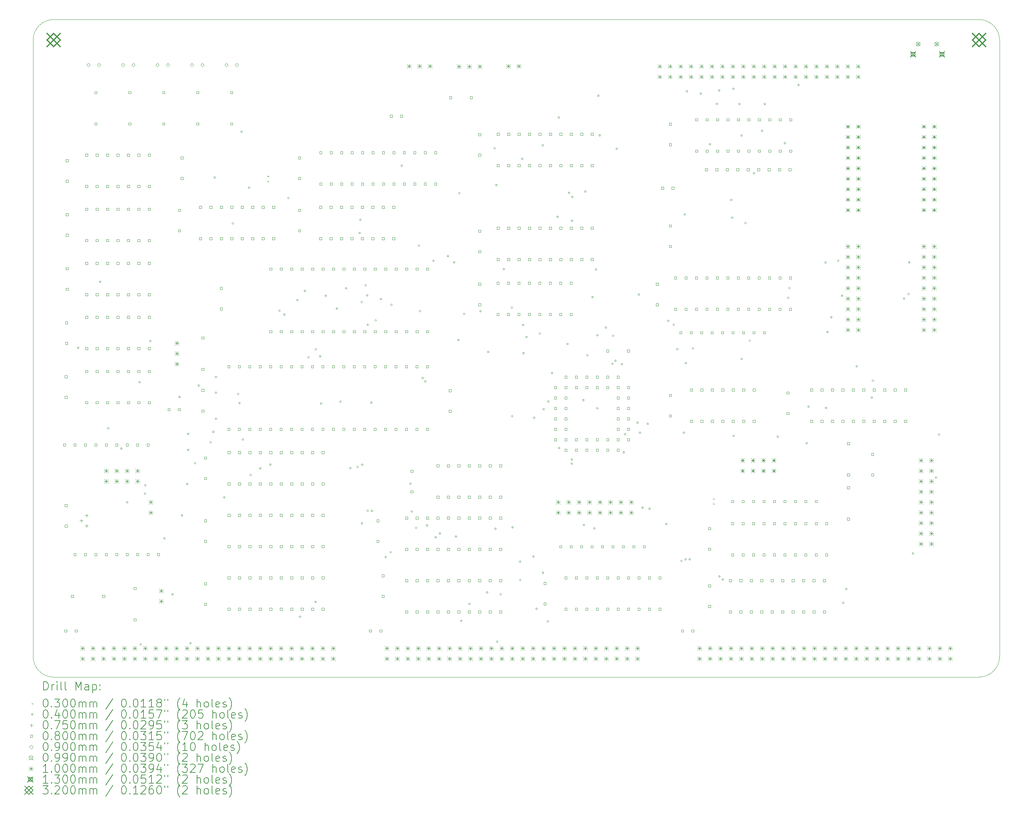
<source format=gbr>
%TF.GenerationSoftware,KiCad,Pcbnew,(6.0.11)*%
%TF.CreationDate,2023-12-31T10:05:34-06:00*%
%TF.ProjectId,processor.6809,70726f63-6573-4736-9f72-2e363830392e,v1.00*%
%TF.SameCoordinates,Original*%
%TF.FileFunction,Drillmap*%
%TF.FilePolarity,Positive*%
%FSLAX45Y45*%
G04 Gerber Fmt 4.5, Leading zero omitted, Abs format (unit mm)*
G04 Created by KiCad (PCBNEW (6.0.11)) date 2023-12-31 10:05:34*
%MOMM*%
%LPD*%
G01*
G04 APERTURE LIST*
%ADD10C,0.050000*%
%ADD11C,0.200000*%
%ADD12C,0.030000*%
%ADD13C,0.040000*%
%ADD14C,0.075000*%
%ADD15C,0.080000*%
%ADD16C,0.090000*%
%ADD17C,0.099000*%
%ADD18C,0.100000*%
%ADD19C,0.130000*%
%ADD20C,0.320000*%
G04 APERTURE END LIST*
D10*
X3500000Y-7500000D02*
X3500000Y-22500000D01*
X4000000Y-23000000D02*
X26500000Y-23000000D01*
X27000000Y-22500000D02*
X27000000Y-7500000D01*
X26500000Y-7000000D02*
X4000000Y-7000000D01*
X26500000Y-23000000D02*
G75*
G03*
X27000000Y-22500000I0J500000D01*
G01*
X3500000Y-22500000D02*
G75*
G03*
X4000000Y-23000000I500000J0D01*
G01*
X4000000Y-7000000D02*
G75*
G03*
X3500000Y-7500000I0J-500000D01*
G01*
X27000000Y-7500000D02*
G75*
G03*
X26500000Y-7000000I-500000J0D01*
G01*
D11*
D12*
X9200000Y-10800000D02*
X9230000Y-10830000D01*
X9230000Y-10800000D02*
X9200000Y-10830000D01*
X9200000Y-10920000D02*
X9230000Y-10950000D01*
X9230000Y-10920000D02*
X9200000Y-10950000D01*
X20035000Y-18650000D02*
X20065000Y-18680000D01*
X20065000Y-18650000D02*
X20035000Y-18680000D01*
X20035000Y-18770000D02*
X20065000Y-18800000D01*
X20065000Y-18770000D02*
X20035000Y-18800000D01*
D13*
X4614390Y-14987430D02*
G75*
G03*
X4614390Y-14987430I-20000J0D01*
G01*
X5149300Y-13384330D02*
G75*
G03*
X5149300Y-13384330I-20000J0D01*
G01*
X5346040Y-16948240D02*
G75*
G03*
X5346040Y-16948240I-20000J0D01*
G01*
X5664520Y-17437200D02*
G75*
G03*
X5664520Y-17437200I-20000J0D01*
G01*
X5806000Y-18745500D02*
G75*
G03*
X5806000Y-18745500I-20000J0D01*
G01*
X6107660Y-15825900D02*
G75*
G03*
X6107660Y-15825900I-20000J0D01*
G01*
X6135930Y-22203960D02*
G75*
G03*
X6135930Y-22203960I-20000J0D01*
G01*
X6238940Y-18538540D02*
G75*
G03*
X6238940Y-18538540I-20000J0D01*
G01*
X6244800Y-18331570D02*
G75*
G03*
X6244800Y-18331570I-20000J0D01*
G01*
X6370270Y-14824280D02*
G75*
G03*
X6370270Y-14824280I-20000J0D01*
G01*
X6714330Y-19625390D02*
G75*
G03*
X6714330Y-19625390I-20000J0D01*
G01*
X6910830Y-20985040D02*
G75*
G03*
X6910830Y-20985040I-20000J0D01*
G01*
X7078640Y-16182690D02*
G75*
G03*
X7078640Y-16182690I-20000J0D01*
G01*
X7139500Y-19063000D02*
G75*
G03*
X7139500Y-19063000I-20000J0D01*
G01*
X7266500Y-18301000D02*
G75*
G03*
X7266500Y-18301000I-20000J0D01*
G01*
X7291020Y-17084930D02*
G75*
G03*
X7291020Y-17084930I-20000J0D01*
G01*
X7291020Y-17473770D02*
G75*
G03*
X7291020Y-17473770I-20000J0D01*
G01*
X7343730Y-22173610D02*
G75*
G03*
X7343730Y-22173610I-20000J0D01*
G01*
X7457000Y-17793000D02*
G75*
G03*
X7457000Y-17793000I-20000J0D01*
G01*
X7547350Y-15904080D02*
G75*
G03*
X7547350Y-15904080I-20000J0D01*
G01*
X7838000Y-17285000D02*
G75*
G03*
X7838000Y-17285000I-20000J0D01*
G01*
X7901500Y-17031000D02*
G75*
G03*
X7901500Y-17031000I-20000J0D01*
G01*
X7933550Y-10843020D02*
G75*
G03*
X7933550Y-10843020I-20000J0D01*
G01*
X7965000Y-15697500D02*
G75*
G03*
X7965000Y-15697500I-20000J0D01*
G01*
X7965000Y-16078500D02*
G75*
G03*
X7965000Y-16078500I-20000J0D01*
G01*
X7965000Y-16713500D02*
G75*
G03*
X7965000Y-16713500I-20000J0D01*
G01*
X8167210Y-18627970D02*
G75*
G03*
X8167210Y-18627970I-20000J0D01*
G01*
X8377900Y-11960990D02*
G75*
G03*
X8377900Y-11960990I-20000J0D01*
G01*
X8504750Y-16110250D02*
G75*
G03*
X8504750Y-16110250I-20000J0D01*
G01*
X8536500Y-16332500D02*
G75*
G03*
X8536500Y-16332500I-20000J0D01*
G01*
X8589050Y-9730430D02*
G75*
G03*
X8589050Y-9730430I-20000J0D01*
G01*
X8622400Y-17219520D02*
G75*
G03*
X8622400Y-17219520I-20000J0D01*
G01*
X8770050Y-11093200D02*
G75*
G03*
X8770050Y-11093200I-20000J0D01*
G01*
X8810800Y-18080760D02*
G75*
G03*
X8810800Y-18080760I-20000J0D01*
G01*
X9044500Y-17920000D02*
G75*
G03*
X9044500Y-17920000I-20000J0D01*
G01*
X9288250Y-17828610D02*
G75*
G03*
X9288250Y-17828610I-20000J0D01*
G01*
X9511400Y-14085440D02*
G75*
G03*
X9511400Y-14085440I-20000J0D01*
G01*
X9626610Y-14180940D02*
G75*
G03*
X9626610Y-14180940I-20000J0D01*
G01*
X9724780Y-11342750D02*
G75*
G03*
X9724780Y-11342750I-20000J0D01*
G01*
X9948270Y-13826830D02*
G75*
G03*
X9948270Y-13826830I-20000J0D01*
G01*
X10010920Y-21532290D02*
G75*
G03*
X10010920Y-21532290I-20000J0D01*
G01*
X10127410Y-13600200D02*
G75*
G03*
X10127410Y-13600200I-20000J0D01*
G01*
X10215650Y-15220500D02*
G75*
G03*
X10215650Y-15220500I-20000J0D01*
G01*
X10389750Y-21172770D02*
G75*
G03*
X10389750Y-21172770I-20000J0D01*
G01*
X10393770Y-15026280D02*
G75*
G03*
X10393770Y-15026280I-20000J0D01*
G01*
X10499010Y-15194090D02*
G75*
G03*
X10499010Y-15194090I-20000J0D01*
G01*
X10524920Y-16341480D02*
G75*
G03*
X10524920Y-16341480I-20000J0D01*
G01*
X10636080Y-13723490D02*
G75*
G03*
X10636080Y-13723490I-20000J0D01*
G01*
X10905320Y-14035570D02*
G75*
G03*
X10905320Y-14035570I-20000J0D01*
G01*
X10995560Y-16299290D02*
G75*
G03*
X10995560Y-16299290I-20000J0D01*
G01*
X11130940Y-13539900D02*
G75*
G03*
X11130940Y-13539900I-20000J0D01*
G01*
X11233330Y-17915130D02*
G75*
G03*
X11233330Y-17915130I-20000J0D01*
G01*
X11410190Y-17887390D02*
G75*
G03*
X11410190Y-17887390I-20000J0D01*
G01*
X11459340Y-12191810D02*
G75*
G03*
X11459340Y-12191810I-20000J0D01*
G01*
X11476920Y-11871750D02*
G75*
G03*
X11476920Y-11871750I-20000J0D01*
G01*
X11511080Y-13874410D02*
G75*
G03*
X11511080Y-13874410I-20000J0D01*
G01*
X11516220Y-19260000D02*
G75*
G03*
X11516220Y-19260000I-20000J0D01*
G01*
X11521870Y-17831910D02*
G75*
G03*
X11521870Y-17831910I-20000J0D01*
G01*
X11603560Y-13466560D02*
G75*
G03*
X11603560Y-13466560I-20000J0D01*
G01*
X11640790Y-13711880D02*
G75*
G03*
X11640790Y-13711880I-20000J0D01*
G01*
X11655140Y-18954750D02*
G75*
G03*
X11655140Y-18954750I-20000J0D01*
G01*
X11658470Y-14428060D02*
G75*
G03*
X11658470Y-14428060I-20000J0D01*
G01*
X11742710Y-16319890D02*
G75*
G03*
X11742710Y-16319890I-20000J0D01*
G01*
X11760770Y-18956880D02*
G75*
G03*
X11760770Y-18956880I-20000J0D01*
G01*
X11850920Y-14321390D02*
G75*
G03*
X11850920Y-14321390I-20000J0D01*
G01*
X11975320Y-13801900D02*
G75*
G03*
X11975320Y-13801900I-20000J0D01*
G01*
X12095020Y-20081680D02*
G75*
G03*
X12095020Y-20081680I-20000J0D01*
G01*
X12215130Y-19960370D02*
G75*
G03*
X12215130Y-19960370I-20000J0D01*
G01*
X12231700Y-13941920D02*
G75*
G03*
X12231700Y-13941920I-20000J0D01*
G01*
X12484470Y-10556430D02*
G75*
G03*
X12484470Y-10556430I-20000J0D01*
G01*
X12694380Y-18295130D02*
G75*
G03*
X12694380Y-18295130I-20000J0D01*
G01*
X12728480Y-18970640D02*
G75*
G03*
X12728480Y-18970640I-20000J0D01*
G01*
X12832330Y-19369510D02*
G75*
G03*
X12832330Y-19369510I-20000J0D01*
G01*
X12899070Y-12502440D02*
G75*
G03*
X12899070Y-12502440I-20000J0D01*
G01*
X12927000Y-14094900D02*
G75*
G03*
X12927000Y-14094900I-20000J0D01*
G01*
X12991470Y-15723450D02*
G75*
G03*
X12991470Y-15723450I-20000J0D01*
G01*
X13054120Y-15802520D02*
G75*
G03*
X13054120Y-15802520I-20000J0D01*
G01*
X13098350Y-19310950D02*
G75*
G03*
X13098350Y-19310950I-20000J0D01*
G01*
X13252610Y-12869780D02*
G75*
G03*
X13252610Y-12869780I-20000J0D01*
G01*
X13310840Y-19596400D02*
G75*
G03*
X13310840Y-19596400I-20000J0D01*
G01*
X13411740Y-19501710D02*
G75*
G03*
X13411740Y-19501710I-20000J0D01*
G01*
X13607180Y-12755950D02*
G75*
G03*
X13607180Y-12755950I-20000J0D01*
G01*
X13757570Y-12906340D02*
G75*
G03*
X13757570Y-12906340I-20000J0D01*
G01*
X13800900Y-19578530D02*
G75*
G03*
X13800900Y-19578530I-20000J0D01*
G01*
X13860270Y-14798610D02*
G75*
G03*
X13860270Y-14798610I-20000J0D01*
G01*
X13881030Y-11222730D02*
G75*
G03*
X13881030Y-11222730I-20000J0D01*
G01*
X13930150Y-21631300D02*
G75*
G03*
X13930150Y-21631300I-20000J0D01*
G01*
X14000880Y-14160850D02*
G75*
G03*
X14000880Y-14160850I-20000J0D01*
G01*
X14129380Y-21218120D02*
G75*
G03*
X14129380Y-21218120I-20000J0D01*
G01*
X14395020Y-14098660D02*
G75*
G03*
X14395020Y-14098660I-20000J0D01*
G01*
X14560290Y-20940940D02*
G75*
G03*
X14560290Y-20940940I-20000J0D01*
G01*
X14587330Y-15089320D02*
G75*
G03*
X14587330Y-15089320I-20000J0D01*
G01*
X14742160Y-10131890D02*
G75*
G03*
X14742160Y-10131890I-20000J0D01*
G01*
X14760790Y-19389940D02*
G75*
G03*
X14760790Y-19389940I-20000J0D01*
G01*
X14782720Y-11031150D02*
G75*
G03*
X14782720Y-11031150I-20000J0D01*
G01*
X14803440Y-22136100D02*
G75*
G03*
X14803440Y-22136100I-20000J0D01*
G01*
X14889500Y-20986200D02*
G75*
G03*
X14889500Y-20986200I-20000J0D01*
G01*
X14964670Y-13076010D02*
G75*
G03*
X14964670Y-13076010I-20000J0D01*
G01*
X15161590Y-14009670D02*
G75*
G03*
X15161590Y-14009670I-20000J0D01*
G01*
X15167010Y-16651080D02*
G75*
G03*
X15167010Y-16651080I-20000J0D01*
G01*
X15177660Y-19355360D02*
G75*
G03*
X15177660Y-19355360I-20000J0D01*
G01*
X15360780Y-20192410D02*
G75*
G03*
X15360780Y-20192410I-20000J0D01*
G01*
X15361890Y-20639220D02*
G75*
G03*
X15361890Y-20639220I-20000J0D01*
G01*
X15411500Y-10391320D02*
G75*
G03*
X15411500Y-10391320I-20000J0D01*
G01*
X15434980Y-14435410D02*
G75*
G03*
X15434980Y-14435410I-20000J0D01*
G01*
X15445330Y-15120610D02*
G75*
G03*
X15445330Y-15120610I-20000J0D01*
G01*
X15517230Y-14724970D02*
G75*
G03*
X15517230Y-14724970I-20000J0D01*
G01*
X15685650Y-20066420D02*
G75*
G03*
X15685650Y-20066420I-20000J0D01*
G01*
X15704050Y-16689270D02*
G75*
G03*
X15704050Y-16689270I-20000J0D01*
G01*
X15762400Y-21337320D02*
G75*
G03*
X15762400Y-21337320I-20000J0D01*
G01*
X15839990Y-14643590D02*
G75*
G03*
X15839990Y-14643590I-20000J0D01*
G01*
X15911350Y-10059380D02*
G75*
G03*
X15911350Y-10059380I-20000J0D01*
G01*
X15917530Y-20459320D02*
G75*
G03*
X15917530Y-20459320I-20000J0D01*
G01*
X15936960Y-16481530D02*
G75*
G03*
X15936960Y-16481530I-20000J0D01*
G01*
X16034710Y-21645650D02*
G75*
G03*
X16034710Y-21645650I-20000J0D01*
G01*
X16048290Y-16294210D02*
G75*
G03*
X16048290Y-16294210I-20000J0D01*
G01*
X16138320Y-15601530D02*
G75*
G03*
X16138320Y-15601530I-20000J0D01*
G01*
X16274380Y-11800260D02*
G75*
G03*
X16274380Y-11800260I-20000J0D01*
G01*
X16301230Y-9381480D02*
G75*
G03*
X16301230Y-9381480I-20000J0D01*
G01*
X16312190Y-17425890D02*
G75*
G03*
X16312190Y-17425890I-20000J0D01*
G01*
X16513250Y-14892920D02*
G75*
G03*
X16513250Y-14892920I-20000J0D01*
G01*
X16551560Y-11216060D02*
G75*
G03*
X16551560Y-11216060I-20000J0D01*
G01*
X16617340Y-17704550D02*
G75*
G03*
X16617340Y-17704550I-20000J0D01*
G01*
X16617400Y-17807500D02*
G75*
G03*
X16617400Y-17807500I-20000J0D01*
G01*
X16626340Y-11895400D02*
G75*
G03*
X16626340Y-11895400I-20000J0D01*
G01*
X16628020Y-11316590D02*
G75*
G03*
X16628020Y-11316590I-20000J0D01*
G01*
X16900500Y-16263570D02*
G75*
G03*
X16900500Y-16263570I-20000J0D01*
G01*
X16912510Y-19295170D02*
G75*
G03*
X16912510Y-19295170I-20000J0D01*
G01*
X16950850Y-11184510D02*
G75*
G03*
X16950850Y-11184510I-20000J0D01*
G01*
X16997450Y-15168650D02*
G75*
G03*
X16997450Y-15168650I-20000J0D01*
G01*
X17119760Y-13755980D02*
G75*
G03*
X17119760Y-13755980I-20000J0D01*
G01*
X17166840Y-19382680D02*
G75*
G03*
X17166840Y-19382680I-20000J0D01*
G01*
X17206620Y-13080650D02*
G75*
G03*
X17206620Y-13080650I-20000J0D01*
G01*
X17239020Y-16459970D02*
G75*
G03*
X17239020Y-16459970I-20000J0D01*
G01*
X17240780Y-14682800D02*
G75*
G03*
X17240780Y-14682800I-20000J0D01*
G01*
X17263430Y-8851640D02*
G75*
G03*
X17263430Y-8851640I-20000J0D01*
G01*
X17298340Y-9820800D02*
G75*
G03*
X17298340Y-9820800I-20000J0D01*
G01*
X17447620Y-14496800D02*
G75*
G03*
X17447620Y-14496800I-20000J0D01*
G01*
X17607530Y-15377480D02*
G75*
G03*
X17607530Y-15377480I-20000J0D01*
G01*
X17623160Y-14694500D02*
G75*
G03*
X17623160Y-14694500I-20000J0D01*
G01*
X17680930Y-15304970D02*
G75*
G03*
X17680930Y-15304970I-20000J0D01*
G01*
X17711150Y-10144800D02*
G75*
G03*
X17711150Y-10144800I-20000J0D01*
G01*
X17837840Y-15384810D02*
G75*
G03*
X17837840Y-15384810I-20000J0D01*
G01*
X17882830Y-17532320D02*
G75*
G03*
X17882830Y-17532320I-20000J0D01*
G01*
X17914300Y-17089320D02*
G75*
G03*
X17914300Y-17089320I-20000J0D01*
G01*
X18216190Y-16809540D02*
G75*
G03*
X18216190Y-16809540I-20000J0D01*
G01*
X18250330Y-13694090D02*
G75*
G03*
X18250330Y-13694090I-20000J0D01*
G01*
X18274710Y-17052870D02*
G75*
G03*
X18274710Y-17052870I-20000J0D01*
G01*
X18338740Y-18878800D02*
G75*
G03*
X18338740Y-18878800I-20000J0D01*
G01*
X18464490Y-16838830D02*
G75*
G03*
X18464490Y-16838830I-20000J0D01*
G01*
X18509220Y-18902810D02*
G75*
G03*
X18509220Y-18902810I-20000J0D01*
G01*
X18914930Y-19276270D02*
G75*
G03*
X18914930Y-19276270I-20000J0D01*
G01*
X18967570Y-14331170D02*
G75*
G03*
X18967570Y-14331170I-20000J0D01*
G01*
X19096170Y-14424950D02*
G75*
G03*
X19096170Y-14424950I-20000J0D01*
G01*
X19184390Y-15022480D02*
G75*
G03*
X19184390Y-15022480I-20000J0D01*
G01*
X19282480Y-20173750D02*
G75*
G03*
X19282480Y-20173750I-20000J0D01*
G01*
X19343250Y-17052130D02*
G75*
G03*
X19343250Y-17052130I-20000J0D01*
G01*
X19365490Y-11742960D02*
G75*
G03*
X19365490Y-11742960I-20000J0D01*
G01*
X19384790Y-20135580D02*
G75*
G03*
X19384790Y-20135580I-20000J0D01*
G01*
X19391460Y-15361100D02*
G75*
G03*
X19391460Y-15361100I-20000J0D01*
G01*
X19416680Y-8747420D02*
G75*
G03*
X19416680Y-8747420I-20000J0D01*
G01*
X19486380Y-20134630D02*
G75*
G03*
X19486380Y-20134630I-20000J0D01*
G01*
X19562830Y-15000570D02*
G75*
G03*
X19562830Y-15000570I-20000J0D01*
G01*
X19755580Y-8804140D02*
G75*
G03*
X19755580Y-8804140I-20000J0D01*
G01*
X19978220Y-10032630D02*
G75*
G03*
X19978220Y-10032630I-20000J0D01*
G01*
X20145800Y-9053250D02*
G75*
G03*
X20145800Y-9053250I-20000J0D01*
G01*
X20203970Y-8725150D02*
G75*
G03*
X20203970Y-8725150I-20000J0D01*
G01*
X20210690Y-20549370D02*
G75*
G03*
X20210690Y-20549370I-20000J0D01*
G01*
X20287940Y-20625980D02*
G75*
G03*
X20287940Y-20625980I-20000J0D01*
G01*
X20495160Y-11389100D02*
G75*
G03*
X20495160Y-11389100I-20000J0D01*
G01*
X20519030Y-11819880D02*
G75*
G03*
X20519030Y-11819880I-20000J0D01*
G01*
X20547940Y-8686040D02*
G75*
G03*
X20547940Y-8686040I-20000J0D01*
G01*
X20554770Y-17127240D02*
G75*
G03*
X20554770Y-17127240I-20000J0D01*
G01*
X20695080Y-9054050D02*
G75*
G03*
X20695080Y-9054050I-20000J0D01*
G01*
X20747930Y-9822900D02*
G75*
G03*
X20747930Y-9822900I-20000J0D01*
G01*
X20750140Y-15256400D02*
G75*
G03*
X20750140Y-15256400I-20000J0D01*
G01*
X20841870Y-11950830D02*
G75*
G03*
X20841870Y-11950830I-20000J0D01*
G01*
X20944440Y-14814300D02*
G75*
G03*
X20944440Y-14814300I-20000J0D01*
G01*
X21047500Y-10738910D02*
G75*
G03*
X21047500Y-10738910I-20000J0D01*
G01*
X21245610Y-9707310D02*
G75*
G03*
X21245610Y-9707310I-20000J0D01*
G01*
X21311110Y-9054050D02*
G75*
G03*
X21311110Y-9054050I-20000J0D01*
G01*
X21627000Y-17148620D02*
G75*
G03*
X21627000Y-17148620I-20000J0D01*
G01*
X21799170Y-10010910D02*
G75*
G03*
X21799170Y-10010910I-20000J0D01*
G01*
X21882400Y-13772900D02*
G75*
G03*
X21882400Y-13772900I-20000J0D01*
G01*
X21908000Y-13534420D02*
G75*
G03*
X21908000Y-13534420I-20000J0D01*
G01*
X22132640Y-8589600D02*
G75*
G03*
X22132640Y-8589600I-20000J0D01*
G01*
X22328080Y-17307850D02*
G75*
G03*
X22328080Y-17307850I-20000J0D01*
G01*
X22376130Y-16418290D02*
G75*
G03*
X22376130Y-16418290I-20000J0D01*
G01*
X22788210Y-12912280D02*
G75*
G03*
X22788210Y-12912280I-20000J0D01*
G01*
X22801830Y-16451700D02*
G75*
G03*
X22801830Y-16451700I-20000J0D01*
G01*
X22835380Y-14599150D02*
G75*
G03*
X22835380Y-14599150I-20000J0D01*
G01*
X22929140Y-14246690D02*
G75*
G03*
X22929140Y-14246690I-20000J0D01*
G01*
X23095210Y-12866280D02*
G75*
G03*
X23095210Y-12866280I-20000J0D01*
G01*
X23192390Y-13722990D02*
G75*
G03*
X23192390Y-13722990I-20000J0D01*
G01*
X23219360Y-21194250D02*
G75*
G03*
X23219360Y-21194250I-20000J0D01*
G01*
X23291880Y-20856290D02*
G75*
G03*
X23291880Y-20856290I-20000J0D01*
G01*
X23546860Y-15436760D02*
G75*
G03*
X23546860Y-15436760I-20000J0D01*
G01*
X23911330Y-16197620D02*
G75*
G03*
X23911330Y-16197620I-20000J0D01*
G01*
X23940110Y-15786830D02*
G75*
G03*
X23940110Y-15786830I-20000J0D01*
G01*
X24698460Y-13792500D02*
G75*
G03*
X24698460Y-13792500I-20000J0D01*
G01*
X24803370Y-13679630D02*
G75*
G03*
X24803370Y-13679630I-20000J0D01*
G01*
X24825480Y-12911080D02*
G75*
G03*
X24825480Y-12911080I-20000J0D01*
G01*
X24915350Y-19989110D02*
G75*
G03*
X24915350Y-19989110I-20000J0D01*
G01*
X25476710Y-18144580D02*
G75*
G03*
X25476710Y-18144580I-20000J0D01*
G01*
X25549570Y-17100890D02*
G75*
G03*
X25549570Y-17100890I-20000J0D01*
G01*
D14*
X4673000Y-19155500D02*
X4673000Y-19230500D01*
X4635500Y-19193000D02*
X4710500Y-19193000D01*
X4800000Y-19028500D02*
X4800000Y-19103500D01*
X4762500Y-19066000D02*
X4837500Y-19066000D01*
X4800000Y-19282500D02*
X4800000Y-19357500D01*
X4762500Y-19320000D02*
X4837500Y-19320000D01*
D15*
X4290285Y-17376785D02*
X4290285Y-17320216D01*
X4233716Y-17320216D01*
X4233716Y-17376785D01*
X4290285Y-17376785D01*
X4321245Y-21903285D02*
X4321245Y-21846716D01*
X4264676Y-21846716D01*
X4264676Y-21903285D01*
X4321245Y-21903285D01*
X4328285Y-15718284D02*
X4328285Y-15661715D01*
X4271716Y-15661715D01*
X4271716Y-15718284D01*
X4328285Y-15718284D01*
X4328285Y-16218284D02*
X4328285Y-16161715D01*
X4271716Y-16161715D01*
X4271716Y-16218284D01*
X4328285Y-16218284D01*
X4328285Y-18848285D02*
X4328285Y-18791716D01*
X4271716Y-18791716D01*
X4271716Y-18848285D01*
X4328285Y-18848285D01*
X4328285Y-19348285D02*
X4328285Y-19291716D01*
X4271716Y-19291716D01*
X4271716Y-19348285D01*
X4328285Y-19348285D01*
X4340785Y-14403534D02*
X4340785Y-14346965D01*
X4284216Y-14346965D01*
X4284216Y-14403534D01*
X4340785Y-14403534D01*
X4340785Y-14903534D02*
X4340785Y-14846965D01*
X4284216Y-14846965D01*
X4284216Y-14903534D01*
X4340785Y-14903534D01*
X4353785Y-10459285D02*
X4353785Y-10402716D01*
X4297216Y-10402716D01*
X4297216Y-10459285D01*
X4353785Y-10459285D01*
X4353785Y-10959285D02*
X4353785Y-10902716D01*
X4297216Y-10902716D01*
X4297216Y-10959285D01*
X4353785Y-10959285D01*
X4353785Y-11774034D02*
X4353785Y-11717465D01*
X4297216Y-11717465D01*
X4297216Y-11774034D01*
X4353785Y-11774034D01*
X4353785Y-12274034D02*
X4353785Y-12217465D01*
X4297216Y-12217465D01*
X4297216Y-12274034D01*
X4353785Y-12274034D01*
X4353785Y-13088784D02*
X4353785Y-13032215D01*
X4297216Y-13032215D01*
X4297216Y-13088784D01*
X4353785Y-13088784D01*
X4353785Y-13588784D02*
X4353785Y-13532215D01*
X4297216Y-13532215D01*
X4297216Y-13588784D01*
X4353785Y-13588784D01*
X4480785Y-21059785D02*
X4480785Y-21003216D01*
X4424216Y-21003216D01*
X4424216Y-21059785D01*
X4480785Y-21059785D01*
X4542785Y-20043785D02*
X4542785Y-19987216D01*
X4486216Y-19987216D01*
X4486216Y-20043785D01*
X4542785Y-20043785D01*
X4544285Y-17376785D02*
X4544285Y-17320216D01*
X4487716Y-17320216D01*
X4487716Y-17376785D01*
X4544285Y-17376785D01*
X4571245Y-21903285D02*
X4571245Y-21846716D01*
X4514676Y-21846716D01*
X4514676Y-21903285D01*
X4571245Y-21903285D01*
X4796785Y-20043785D02*
X4796785Y-19987216D01*
X4740216Y-19987216D01*
X4740216Y-20043785D01*
X4796785Y-20043785D01*
X4798285Y-17376785D02*
X4798285Y-17320216D01*
X4741716Y-17320216D01*
X4741716Y-17376785D01*
X4798285Y-17376785D01*
X4828285Y-10327285D02*
X4828285Y-10270716D01*
X4771716Y-10270716D01*
X4771716Y-10327285D01*
X4828285Y-10327285D01*
X4828285Y-11089285D02*
X4828285Y-11032716D01*
X4771716Y-11032716D01*
X4771716Y-11089285D01*
X4828285Y-11089285D01*
X4828285Y-11642034D02*
X4828285Y-11585465D01*
X4771716Y-11585465D01*
X4771716Y-11642034D01*
X4828285Y-11642034D01*
X4828285Y-12404034D02*
X4828285Y-12347465D01*
X4771716Y-12347465D01*
X4771716Y-12404034D01*
X4828285Y-12404034D01*
X4828285Y-12956784D02*
X4828285Y-12900215D01*
X4771716Y-12900215D01*
X4771716Y-12956784D01*
X4828285Y-12956784D01*
X4828285Y-13718784D02*
X4828285Y-13662215D01*
X4771716Y-13662215D01*
X4771716Y-13718784D01*
X4828285Y-13718784D01*
X4828285Y-14271534D02*
X4828285Y-14214965D01*
X4771716Y-14214965D01*
X4771716Y-14271534D01*
X4828285Y-14271534D01*
X4828285Y-15033534D02*
X4828285Y-14976965D01*
X4771716Y-14976965D01*
X4771716Y-15033534D01*
X4828285Y-15033534D01*
X4828285Y-15586284D02*
X4828285Y-15529715D01*
X4771716Y-15529715D01*
X4771716Y-15586284D01*
X4828285Y-15586284D01*
X4828285Y-16348284D02*
X4828285Y-16291715D01*
X4771716Y-16291715D01*
X4771716Y-16348284D01*
X4828285Y-16348284D01*
X5050785Y-20043785D02*
X5050785Y-19987216D01*
X4994216Y-19987216D01*
X4994216Y-20043785D01*
X5050785Y-20043785D01*
X5052285Y-8804285D02*
X5052285Y-8747716D01*
X4995716Y-8747716D01*
X4995716Y-8804285D01*
X5052285Y-8804285D01*
X5052285Y-9566285D02*
X5052285Y-9509716D01*
X4995716Y-9509716D01*
X4995716Y-9566285D01*
X5052285Y-9566285D01*
X5052285Y-17376785D02*
X5052285Y-17320216D01*
X4995716Y-17320216D01*
X4995716Y-17376785D01*
X5052285Y-17376785D01*
X5082285Y-10327285D02*
X5082285Y-10270716D01*
X5025716Y-10270716D01*
X5025716Y-10327285D01*
X5082285Y-10327285D01*
X5082285Y-11089285D02*
X5082285Y-11032716D01*
X5025716Y-11032716D01*
X5025716Y-11089285D01*
X5082285Y-11089285D01*
X5082285Y-11642034D02*
X5082285Y-11585465D01*
X5025716Y-11585465D01*
X5025716Y-11642034D01*
X5082285Y-11642034D01*
X5082285Y-12404034D02*
X5082285Y-12347465D01*
X5025716Y-12347465D01*
X5025716Y-12404034D01*
X5082285Y-12404034D01*
X5082285Y-12956784D02*
X5082285Y-12900215D01*
X5025716Y-12900215D01*
X5025716Y-12956784D01*
X5082285Y-12956784D01*
X5082285Y-13718784D02*
X5082285Y-13662215D01*
X5025716Y-13662215D01*
X5025716Y-13718784D01*
X5082285Y-13718784D01*
X5082285Y-14271534D02*
X5082285Y-14214965D01*
X5025716Y-14214965D01*
X5025716Y-14271534D01*
X5082285Y-14271534D01*
X5082285Y-15033534D02*
X5082285Y-14976965D01*
X5025716Y-14976965D01*
X5025716Y-15033534D01*
X5082285Y-15033534D01*
X5082285Y-15586284D02*
X5082285Y-15529715D01*
X5025716Y-15529715D01*
X5025716Y-15586284D01*
X5082285Y-15586284D01*
X5082285Y-16348284D02*
X5082285Y-16291715D01*
X5025716Y-16291715D01*
X5025716Y-16348284D01*
X5082285Y-16348284D01*
X5242785Y-21059785D02*
X5242785Y-21003216D01*
X5186216Y-21003216D01*
X5186216Y-21059785D01*
X5242785Y-21059785D01*
X5304785Y-20043785D02*
X5304785Y-19987216D01*
X5248216Y-19987216D01*
X5248216Y-20043785D01*
X5304785Y-20043785D01*
X5306285Y-17376785D02*
X5306285Y-17320216D01*
X5249716Y-17320216D01*
X5249716Y-17376785D01*
X5306285Y-17376785D01*
X5336285Y-10327285D02*
X5336285Y-10270716D01*
X5279716Y-10270716D01*
X5279716Y-10327285D01*
X5336285Y-10327285D01*
X5336285Y-11089285D02*
X5336285Y-11032716D01*
X5279716Y-11032716D01*
X5279716Y-11089285D01*
X5336285Y-11089285D01*
X5336285Y-11642034D02*
X5336285Y-11585465D01*
X5279716Y-11585465D01*
X5279716Y-11642034D01*
X5336285Y-11642034D01*
X5336285Y-12404034D02*
X5336285Y-12347465D01*
X5279716Y-12347465D01*
X5279716Y-12404034D01*
X5336285Y-12404034D01*
X5336285Y-12956784D02*
X5336285Y-12900215D01*
X5279716Y-12900215D01*
X5279716Y-12956784D01*
X5336285Y-12956784D01*
X5336285Y-13718784D02*
X5336285Y-13662215D01*
X5279716Y-13662215D01*
X5279716Y-13718784D01*
X5336285Y-13718784D01*
X5336285Y-14271534D02*
X5336285Y-14214965D01*
X5279716Y-14214965D01*
X5279716Y-14271534D01*
X5336285Y-14271534D01*
X5336285Y-15033534D02*
X5336285Y-14976965D01*
X5279716Y-14976965D01*
X5279716Y-15033534D01*
X5336285Y-15033534D01*
X5336285Y-15586284D02*
X5336285Y-15529715D01*
X5279716Y-15529715D01*
X5279716Y-15586284D01*
X5336285Y-15586284D01*
X5336285Y-16348284D02*
X5336285Y-16291715D01*
X5279716Y-16291715D01*
X5279716Y-16348284D01*
X5336285Y-16348284D01*
X5558785Y-20043785D02*
X5558785Y-19987216D01*
X5502216Y-19987216D01*
X5502216Y-20043785D01*
X5558785Y-20043785D01*
X5560285Y-17376785D02*
X5560285Y-17320216D01*
X5503716Y-17320216D01*
X5503716Y-17376785D01*
X5560285Y-17376785D01*
X5590285Y-10327285D02*
X5590285Y-10270716D01*
X5533716Y-10270716D01*
X5533716Y-10327285D01*
X5590285Y-10327285D01*
X5590285Y-11089285D02*
X5590285Y-11032716D01*
X5533716Y-11032716D01*
X5533716Y-11089285D01*
X5590285Y-11089285D01*
X5590285Y-11642034D02*
X5590285Y-11585465D01*
X5533716Y-11585465D01*
X5533716Y-11642034D01*
X5590285Y-11642034D01*
X5590285Y-12404034D02*
X5590285Y-12347465D01*
X5533716Y-12347465D01*
X5533716Y-12404034D01*
X5590285Y-12404034D01*
X5590285Y-12956784D02*
X5590285Y-12900215D01*
X5533716Y-12900215D01*
X5533716Y-12956784D01*
X5590285Y-12956784D01*
X5590285Y-13718784D02*
X5590285Y-13662215D01*
X5533716Y-13662215D01*
X5533716Y-13718784D01*
X5590285Y-13718784D01*
X5590285Y-14271534D02*
X5590285Y-14214965D01*
X5533716Y-14214965D01*
X5533716Y-14271534D01*
X5590285Y-14271534D01*
X5590285Y-15033534D02*
X5590285Y-14976965D01*
X5533716Y-14976965D01*
X5533716Y-15033534D01*
X5590285Y-15033534D01*
X5590285Y-15586284D02*
X5590285Y-15529715D01*
X5533716Y-15529715D01*
X5533716Y-15586284D01*
X5590285Y-15586284D01*
X5590285Y-16348284D02*
X5590285Y-16291715D01*
X5533716Y-16291715D01*
X5533716Y-16348284D01*
X5590285Y-16348284D01*
X5812784Y-20043785D02*
X5812784Y-19987216D01*
X5756215Y-19987216D01*
X5756215Y-20043785D01*
X5812784Y-20043785D01*
X5814284Y-17376785D02*
X5814284Y-17320216D01*
X5757715Y-17320216D01*
X5757715Y-17376785D01*
X5814284Y-17376785D01*
X5844284Y-10327285D02*
X5844284Y-10270716D01*
X5787715Y-10270716D01*
X5787715Y-10327285D01*
X5844284Y-10327285D01*
X5844284Y-11089285D02*
X5844284Y-11032716D01*
X5787715Y-11032716D01*
X5787715Y-11089285D01*
X5844284Y-11089285D01*
X5844284Y-11642034D02*
X5844284Y-11585465D01*
X5787715Y-11585465D01*
X5787715Y-11642034D01*
X5844284Y-11642034D01*
X5844284Y-12404034D02*
X5844284Y-12347465D01*
X5787715Y-12347465D01*
X5787715Y-12404034D01*
X5844284Y-12404034D01*
X5844284Y-12956784D02*
X5844284Y-12900215D01*
X5787715Y-12900215D01*
X5787715Y-12956784D01*
X5844284Y-12956784D01*
X5844284Y-13718784D02*
X5844284Y-13662215D01*
X5787715Y-13662215D01*
X5787715Y-13718784D01*
X5844284Y-13718784D01*
X5844284Y-14271534D02*
X5844284Y-14214965D01*
X5787715Y-14214965D01*
X5787715Y-14271534D01*
X5844284Y-14271534D01*
X5844284Y-15033534D02*
X5844284Y-14976965D01*
X5787715Y-14976965D01*
X5787715Y-15033534D01*
X5844284Y-15033534D01*
X5844284Y-15586284D02*
X5844284Y-15529715D01*
X5787715Y-15529715D01*
X5787715Y-15586284D01*
X5844284Y-15586284D01*
X5844284Y-16348284D02*
X5844284Y-16291715D01*
X5787715Y-16291715D01*
X5787715Y-16348284D01*
X5844284Y-16348284D01*
X5877784Y-8804285D02*
X5877784Y-8747716D01*
X5821215Y-8747716D01*
X5821215Y-8804285D01*
X5877784Y-8804285D01*
X5877784Y-9566285D02*
X5877784Y-9509716D01*
X5821215Y-9509716D01*
X5821215Y-9566285D01*
X5877784Y-9566285D01*
X6004784Y-20869285D02*
X6004784Y-20812716D01*
X5948215Y-20812716D01*
X5948215Y-20869285D01*
X6004784Y-20869285D01*
X6004784Y-21631285D02*
X6004784Y-21574716D01*
X5948215Y-21574716D01*
X5948215Y-21631285D01*
X6004784Y-21631285D01*
X6066784Y-20043785D02*
X6066784Y-19987216D01*
X6010215Y-19987216D01*
X6010215Y-20043785D01*
X6066784Y-20043785D01*
X6068284Y-17376785D02*
X6068284Y-17320216D01*
X6011715Y-17320216D01*
X6011715Y-17376785D01*
X6068284Y-17376785D01*
X6098284Y-10327285D02*
X6098284Y-10270716D01*
X6041715Y-10270716D01*
X6041715Y-10327285D01*
X6098284Y-10327285D01*
X6098284Y-11089285D02*
X6098284Y-11032716D01*
X6041715Y-11032716D01*
X6041715Y-11089285D01*
X6098284Y-11089285D01*
X6098284Y-11642034D02*
X6098284Y-11585465D01*
X6041715Y-11585465D01*
X6041715Y-11642034D01*
X6098284Y-11642034D01*
X6098284Y-12404034D02*
X6098284Y-12347465D01*
X6041715Y-12347465D01*
X6041715Y-12404034D01*
X6098284Y-12404034D01*
X6098284Y-12956784D02*
X6098284Y-12900215D01*
X6041715Y-12900215D01*
X6041715Y-12956784D01*
X6098284Y-12956784D01*
X6098284Y-13718784D02*
X6098284Y-13662215D01*
X6041715Y-13662215D01*
X6041715Y-13718784D01*
X6098284Y-13718784D01*
X6098284Y-14271534D02*
X6098284Y-14214965D01*
X6041715Y-14214965D01*
X6041715Y-14271534D01*
X6098284Y-14271534D01*
X6098284Y-15033534D02*
X6098284Y-14976965D01*
X6041715Y-14976965D01*
X6041715Y-15033534D01*
X6098284Y-15033534D01*
X6098284Y-15586284D02*
X6098284Y-15529715D01*
X6041715Y-15529715D01*
X6041715Y-15586284D01*
X6098284Y-15586284D01*
X6098284Y-16348284D02*
X6098284Y-16291715D01*
X6041715Y-16291715D01*
X6041715Y-16348284D01*
X6098284Y-16348284D01*
X6320784Y-20043785D02*
X6320784Y-19987216D01*
X6264215Y-19987216D01*
X6264215Y-20043785D01*
X6320784Y-20043785D01*
X6322284Y-17376785D02*
X6322284Y-17320216D01*
X6265715Y-17320216D01*
X6265715Y-17376785D01*
X6322284Y-17376785D01*
X6352284Y-10327285D02*
X6352284Y-10270716D01*
X6295715Y-10270716D01*
X6295715Y-10327285D01*
X6352284Y-10327285D01*
X6352284Y-11089285D02*
X6352284Y-11032716D01*
X6295715Y-11032716D01*
X6295715Y-11089285D01*
X6352284Y-11089285D01*
X6352284Y-11642034D02*
X6352284Y-11585465D01*
X6295715Y-11585465D01*
X6295715Y-11642034D01*
X6352284Y-11642034D01*
X6352284Y-12404034D02*
X6352284Y-12347465D01*
X6295715Y-12347465D01*
X6295715Y-12404034D01*
X6352284Y-12404034D01*
X6352284Y-12956784D02*
X6352284Y-12900215D01*
X6295715Y-12900215D01*
X6295715Y-12956784D01*
X6352284Y-12956784D01*
X6352284Y-13718784D02*
X6352284Y-13662215D01*
X6295715Y-13662215D01*
X6295715Y-13718784D01*
X6352284Y-13718784D01*
X6352284Y-14271534D02*
X6352284Y-14214965D01*
X6295715Y-14214965D01*
X6295715Y-14271534D01*
X6352284Y-14271534D01*
X6352284Y-15033534D02*
X6352284Y-14976965D01*
X6295715Y-14976965D01*
X6295715Y-15033534D01*
X6352284Y-15033534D01*
X6352284Y-15586284D02*
X6352284Y-15529715D01*
X6295715Y-15529715D01*
X6295715Y-15586284D01*
X6352284Y-15586284D01*
X6352284Y-16348284D02*
X6352284Y-16291715D01*
X6295715Y-16291715D01*
X6295715Y-16348284D01*
X6352284Y-16348284D01*
X6574784Y-20043785D02*
X6574784Y-19987216D01*
X6518215Y-19987216D01*
X6518215Y-20043785D01*
X6574784Y-20043785D01*
X6703284Y-8804285D02*
X6703284Y-8747716D01*
X6646715Y-8747716D01*
X6646715Y-8804285D01*
X6703284Y-8804285D01*
X6703284Y-9566285D02*
X6703284Y-9509716D01*
X6646715Y-9509716D01*
X6646715Y-9566285D01*
X6703284Y-9566285D01*
X6830274Y-16518284D02*
X6830274Y-16461715D01*
X6773705Y-16461715D01*
X6773705Y-16518284D01*
X6830274Y-16518284D01*
X7080274Y-16518284D02*
X7080274Y-16461715D01*
X7023705Y-16461715D01*
X7023705Y-16518284D01*
X7080274Y-16518284D01*
X7084284Y-11665784D02*
X7084284Y-11609215D01*
X7027715Y-11609215D01*
X7027715Y-11665784D01*
X7084284Y-11665784D01*
X7084284Y-12165784D02*
X7084284Y-12109215D01*
X7027715Y-12109215D01*
X7027715Y-12165784D01*
X7084284Y-12165784D01*
X7147784Y-10391785D02*
X7147784Y-10335216D01*
X7091215Y-10335216D01*
X7091215Y-10391785D01*
X7147784Y-10391785D01*
X7147784Y-10891785D02*
X7147784Y-10835216D01*
X7091215Y-10835216D01*
X7091215Y-10891785D01*
X7147784Y-10891785D01*
X7528784Y-8804285D02*
X7528784Y-8747716D01*
X7472215Y-8747716D01*
X7472215Y-8804285D01*
X7528784Y-8804285D01*
X7528784Y-9566285D02*
X7528784Y-9509716D01*
X7472215Y-9509716D01*
X7472215Y-9566285D01*
X7528784Y-9566285D01*
X7593784Y-11597284D02*
X7593784Y-11540715D01*
X7537215Y-11540715D01*
X7537215Y-11597284D01*
X7593784Y-11597284D01*
X7593784Y-12359284D02*
X7593784Y-12302715D01*
X7537215Y-12302715D01*
X7537215Y-12359284D01*
X7593784Y-12359284D01*
X7655784Y-14773284D02*
X7655784Y-14716715D01*
X7599215Y-14716715D01*
X7599215Y-14773284D01*
X7655784Y-14773284D01*
X7655784Y-15535284D02*
X7655784Y-15478715D01*
X7599215Y-15478715D01*
X7599215Y-15535284D01*
X7655784Y-15535284D01*
X7655784Y-16051284D02*
X7655784Y-15994715D01*
X7599215Y-15994715D01*
X7599215Y-16051284D01*
X7655784Y-16051284D01*
X7655784Y-16551284D02*
X7655784Y-16494715D01*
X7599215Y-16494715D01*
X7599215Y-16551284D01*
X7655784Y-16551284D01*
X7719284Y-17694285D02*
X7719284Y-17637716D01*
X7662715Y-17637716D01*
X7662715Y-17694285D01*
X7719284Y-17694285D01*
X7719284Y-18194285D02*
X7719284Y-18137716D01*
X7662715Y-18137716D01*
X7662715Y-18194285D01*
X7719284Y-18194285D01*
X7719284Y-19222285D02*
X7719284Y-19165716D01*
X7662715Y-19165716D01*
X7662715Y-19222285D01*
X7719284Y-19222285D01*
X7719284Y-19722285D02*
X7719284Y-19665716D01*
X7662715Y-19665716D01*
X7662715Y-19722285D01*
X7719284Y-19722285D01*
X7719284Y-20755285D02*
X7719284Y-20698716D01*
X7662715Y-20698716D01*
X7662715Y-20755285D01*
X7719284Y-20755285D01*
X7719284Y-21255285D02*
X7719284Y-21198716D01*
X7662715Y-21198716D01*
X7662715Y-21255285D01*
X7719284Y-21255285D01*
X7847784Y-11597284D02*
X7847784Y-11540715D01*
X7791215Y-11540715D01*
X7791215Y-11597284D01*
X7847784Y-11597284D01*
X7847784Y-12359284D02*
X7847784Y-12302715D01*
X7791215Y-12302715D01*
X7791215Y-12359284D01*
X7847784Y-12359284D01*
X8100284Y-13567284D02*
X8100284Y-13510715D01*
X8043715Y-13510715D01*
X8043715Y-13567284D01*
X8100284Y-13567284D01*
X8100284Y-14067284D02*
X8100284Y-14010715D01*
X8043715Y-14010715D01*
X8043715Y-14067284D01*
X8100284Y-14067284D01*
X8101784Y-11597284D02*
X8101784Y-11540715D01*
X8045215Y-11540715D01*
X8045215Y-11597284D01*
X8101784Y-11597284D01*
X8101784Y-12359284D02*
X8101784Y-12302715D01*
X8045215Y-12302715D01*
X8045215Y-12359284D01*
X8101784Y-12359284D01*
X8286284Y-15472284D02*
X8286284Y-15415715D01*
X8229715Y-15415715D01*
X8229715Y-15472284D01*
X8286284Y-15472284D01*
X8286284Y-16996285D02*
X8286284Y-16939716D01*
X8229715Y-16939716D01*
X8229715Y-16996285D01*
X8286284Y-16996285D01*
X8291284Y-17566285D02*
X8291284Y-17509716D01*
X8234715Y-17509716D01*
X8234715Y-17566285D01*
X8291284Y-17566285D01*
X8291284Y-18328285D02*
X8291284Y-18271716D01*
X8234715Y-18271716D01*
X8234715Y-18328285D01*
X8291284Y-18328285D01*
X8291284Y-19090285D02*
X8291284Y-19033716D01*
X8234715Y-19033716D01*
X8234715Y-19090285D01*
X8291284Y-19090285D01*
X8291284Y-19852285D02*
X8291284Y-19795716D01*
X8234715Y-19795716D01*
X8234715Y-19852285D01*
X8291284Y-19852285D01*
X8291284Y-20614285D02*
X8291284Y-20557716D01*
X8234715Y-20557716D01*
X8234715Y-20614285D01*
X8291284Y-20614285D01*
X8291284Y-21376285D02*
X8291284Y-21319716D01*
X8234715Y-21319716D01*
X8234715Y-21376285D01*
X8291284Y-21376285D01*
X8354284Y-8804285D02*
X8354284Y-8747716D01*
X8297715Y-8747716D01*
X8297715Y-8804285D01*
X8354284Y-8804285D01*
X8354284Y-9566285D02*
X8354284Y-9509716D01*
X8297715Y-9509716D01*
X8297715Y-9566285D01*
X8354284Y-9566285D01*
X8355784Y-11597284D02*
X8355784Y-11540715D01*
X8299215Y-11540715D01*
X8299215Y-11597284D01*
X8355784Y-11597284D01*
X8355784Y-12359284D02*
X8355784Y-12302715D01*
X8299215Y-12302715D01*
X8299215Y-12359284D01*
X8355784Y-12359284D01*
X8540285Y-15472284D02*
X8540285Y-15415715D01*
X8483716Y-15415715D01*
X8483716Y-15472284D01*
X8540285Y-15472284D01*
X8540285Y-16996285D02*
X8540285Y-16939716D01*
X8483716Y-16939716D01*
X8483716Y-16996285D01*
X8540285Y-16996285D01*
X8545285Y-17566285D02*
X8545285Y-17509716D01*
X8488716Y-17509716D01*
X8488716Y-17566285D01*
X8545285Y-17566285D01*
X8545285Y-18328285D02*
X8545285Y-18271716D01*
X8488716Y-18271716D01*
X8488716Y-18328285D01*
X8545285Y-18328285D01*
X8545285Y-19090285D02*
X8545285Y-19033716D01*
X8488716Y-19033716D01*
X8488716Y-19090285D01*
X8545285Y-19090285D01*
X8545285Y-19852285D02*
X8545285Y-19795716D01*
X8488716Y-19795716D01*
X8488716Y-19852285D01*
X8545285Y-19852285D01*
X8545285Y-20614285D02*
X8545285Y-20557716D01*
X8488716Y-20557716D01*
X8488716Y-20614285D01*
X8545285Y-20614285D01*
X8545285Y-21376285D02*
X8545285Y-21319716D01*
X8488716Y-21319716D01*
X8488716Y-21376285D01*
X8545285Y-21376285D01*
X8609785Y-11597284D02*
X8609785Y-11540715D01*
X8553216Y-11540715D01*
X8553216Y-11597284D01*
X8609785Y-11597284D01*
X8609785Y-12359284D02*
X8609785Y-12302715D01*
X8553216Y-12302715D01*
X8553216Y-12359284D01*
X8609785Y-12359284D01*
X8794285Y-15472284D02*
X8794285Y-15415715D01*
X8737716Y-15415715D01*
X8737716Y-15472284D01*
X8794285Y-15472284D01*
X8794285Y-16996285D02*
X8794285Y-16939716D01*
X8737716Y-16939716D01*
X8737716Y-16996285D01*
X8794285Y-16996285D01*
X8799285Y-17566285D02*
X8799285Y-17509716D01*
X8742716Y-17509716D01*
X8742716Y-17566285D01*
X8799285Y-17566285D01*
X8799285Y-18328285D02*
X8799285Y-18271716D01*
X8742716Y-18271716D01*
X8742716Y-18328285D01*
X8799285Y-18328285D01*
X8799285Y-19090285D02*
X8799285Y-19033716D01*
X8742716Y-19033716D01*
X8742716Y-19090285D01*
X8799285Y-19090285D01*
X8799285Y-19852285D02*
X8799285Y-19795716D01*
X8742716Y-19795716D01*
X8742716Y-19852285D01*
X8799285Y-19852285D01*
X8799285Y-20614285D02*
X8799285Y-20557716D01*
X8742716Y-20557716D01*
X8742716Y-20614285D01*
X8799285Y-20614285D01*
X8799285Y-21376285D02*
X8799285Y-21319716D01*
X8742716Y-21319716D01*
X8742716Y-21376285D01*
X8799285Y-21376285D01*
X8863785Y-11597284D02*
X8863785Y-11540715D01*
X8807216Y-11540715D01*
X8807216Y-11597284D01*
X8863785Y-11597284D01*
X8863785Y-12359284D02*
X8863785Y-12302715D01*
X8807216Y-12302715D01*
X8807216Y-12359284D01*
X8863785Y-12359284D01*
X9048285Y-15472284D02*
X9048285Y-15415715D01*
X8991716Y-15415715D01*
X8991716Y-15472284D01*
X9048285Y-15472284D01*
X9048285Y-16996285D02*
X9048285Y-16939716D01*
X8991716Y-16939716D01*
X8991716Y-16996285D01*
X9048285Y-16996285D01*
X9053285Y-17566285D02*
X9053285Y-17509716D01*
X8996716Y-17509716D01*
X8996716Y-17566285D01*
X9053285Y-17566285D01*
X9053285Y-18328285D02*
X9053285Y-18271716D01*
X8996716Y-18271716D01*
X8996716Y-18328285D01*
X9053285Y-18328285D01*
X9053285Y-19090285D02*
X9053285Y-19033716D01*
X8996716Y-19033716D01*
X8996716Y-19090285D01*
X9053285Y-19090285D01*
X9053285Y-19852285D02*
X9053285Y-19795716D01*
X8996716Y-19795716D01*
X8996716Y-19852285D01*
X9053285Y-19852285D01*
X9053285Y-20614285D02*
X9053285Y-20557716D01*
X8996716Y-20557716D01*
X8996716Y-20614285D01*
X9053285Y-20614285D01*
X9053285Y-21376285D02*
X9053285Y-21319716D01*
X8996716Y-21319716D01*
X8996716Y-21376285D01*
X9053285Y-21376285D01*
X9117785Y-11597284D02*
X9117785Y-11540715D01*
X9061216Y-11540715D01*
X9061216Y-11597284D01*
X9117785Y-11597284D01*
X9117785Y-12359284D02*
X9117785Y-12302715D01*
X9061216Y-12302715D01*
X9061216Y-12359284D01*
X9117785Y-12359284D01*
X9302285Y-15472284D02*
X9302285Y-15415715D01*
X9245716Y-15415715D01*
X9245716Y-15472284D01*
X9302285Y-15472284D01*
X9302285Y-16996285D02*
X9302285Y-16939716D01*
X9245716Y-16939716D01*
X9245716Y-16996285D01*
X9302285Y-16996285D01*
X9306785Y-13096784D02*
X9306785Y-13040215D01*
X9250216Y-13040215D01*
X9250216Y-13096784D01*
X9306785Y-13096784D01*
X9306785Y-14620784D02*
X9306785Y-14564215D01*
X9250216Y-14564215D01*
X9250216Y-14620784D01*
X9306785Y-14620784D01*
X9307285Y-17566285D02*
X9307285Y-17509716D01*
X9250716Y-17509716D01*
X9250716Y-17566285D01*
X9307285Y-17566285D01*
X9307285Y-18328285D02*
X9307285Y-18271716D01*
X9250716Y-18271716D01*
X9250716Y-18328285D01*
X9307285Y-18328285D01*
X9307285Y-19090285D02*
X9307285Y-19033716D01*
X9250716Y-19033716D01*
X9250716Y-19090285D01*
X9307285Y-19090285D01*
X9307285Y-19852285D02*
X9307285Y-19795716D01*
X9250716Y-19795716D01*
X9250716Y-19852285D01*
X9307285Y-19852285D01*
X9307285Y-20614285D02*
X9307285Y-20557716D01*
X9250716Y-20557716D01*
X9250716Y-20614285D01*
X9307285Y-20614285D01*
X9307285Y-21376285D02*
X9307285Y-21319716D01*
X9250716Y-21319716D01*
X9250716Y-21376285D01*
X9307285Y-21376285D01*
X9371785Y-11597284D02*
X9371785Y-11540715D01*
X9315216Y-11540715D01*
X9315216Y-11597284D01*
X9371785Y-11597284D01*
X9371785Y-12359284D02*
X9371785Y-12302715D01*
X9315216Y-12302715D01*
X9315216Y-12359284D01*
X9371785Y-12359284D01*
X9556285Y-15472284D02*
X9556285Y-15415715D01*
X9499716Y-15415715D01*
X9499716Y-15472284D01*
X9556285Y-15472284D01*
X9556285Y-16996285D02*
X9556285Y-16939716D01*
X9499716Y-16939716D01*
X9499716Y-16996285D01*
X9556285Y-16996285D01*
X9560785Y-13096784D02*
X9560785Y-13040215D01*
X9504216Y-13040215D01*
X9504216Y-13096784D01*
X9560785Y-13096784D01*
X9560785Y-14620784D02*
X9560785Y-14564215D01*
X9504216Y-14564215D01*
X9504216Y-14620784D01*
X9560785Y-14620784D01*
X9561285Y-17566285D02*
X9561285Y-17509716D01*
X9504716Y-17509716D01*
X9504716Y-17566285D01*
X9561285Y-17566285D01*
X9561285Y-18328285D02*
X9561285Y-18271716D01*
X9504716Y-18271716D01*
X9504716Y-18328285D01*
X9561285Y-18328285D01*
X9561285Y-19090285D02*
X9561285Y-19033716D01*
X9504716Y-19033716D01*
X9504716Y-19090285D01*
X9561285Y-19090285D01*
X9561285Y-19852285D02*
X9561285Y-19795716D01*
X9504716Y-19795716D01*
X9504716Y-19852285D01*
X9561285Y-19852285D01*
X9561285Y-20614285D02*
X9561285Y-20557716D01*
X9504716Y-20557716D01*
X9504716Y-20614285D01*
X9561285Y-20614285D01*
X9561285Y-21376285D02*
X9561285Y-21319716D01*
X9504716Y-21319716D01*
X9504716Y-21376285D01*
X9561285Y-21376285D01*
X9810285Y-15472284D02*
X9810285Y-15415715D01*
X9753716Y-15415715D01*
X9753716Y-15472284D01*
X9810285Y-15472284D01*
X9810285Y-16996285D02*
X9810285Y-16939716D01*
X9753716Y-16939716D01*
X9753716Y-16996285D01*
X9810285Y-16996285D01*
X9814785Y-13096784D02*
X9814785Y-13040215D01*
X9758216Y-13040215D01*
X9758216Y-13096784D01*
X9814785Y-13096784D01*
X9814785Y-14620784D02*
X9814785Y-14564215D01*
X9758216Y-14564215D01*
X9758216Y-14620784D01*
X9814785Y-14620784D01*
X9815285Y-17566285D02*
X9815285Y-17509716D01*
X9758716Y-17509716D01*
X9758716Y-17566285D01*
X9815285Y-17566285D01*
X9815285Y-18328285D02*
X9815285Y-18271716D01*
X9758716Y-18271716D01*
X9758716Y-18328285D01*
X9815285Y-18328285D01*
X9815285Y-19090285D02*
X9815285Y-19033716D01*
X9758716Y-19033716D01*
X9758716Y-19090285D01*
X9815285Y-19090285D01*
X9815285Y-19852285D02*
X9815285Y-19795716D01*
X9758716Y-19795716D01*
X9758716Y-19852285D01*
X9815285Y-19852285D01*
X9815285Y-20614285D02*
X9815285Y-20557716D01*
X9758716Y-20557716D01*
X9758716Y-20614285D01*
X9815285Y-20614285D01*
X9815285Y-21376285D02*
X9815285Y-21319716D01*
X9758716Y-21319716D01*
X9758716Y-21376285D01*
X9815285Y-21376285D01*
X10005285Y-10391785D02*
X10005285Y-10335216D01*
X9948716Y-10335216D01*
X9948716Y-10391785D01*
X10005285Y-10391785D01*
X10005285Y-10891785D02*
X10005285Y-10835216D01*
X9948716Y-10835216D01*
X9948716Y-10891785D01*
X10005285Y-10891785D01*
X10005285Y-11665784D02*
X10005285Y-11609215D01*
X9948716Y-11609215D01*
X9948716Y-11665784D01*
X10005285Y-11665784D01*
X10005285Y-12165784D02*
X10005285Y-12109215D01*
X9948716Y-12109215D01*
X9948716Y-12165784D01*
X10005285Y-12165784D01*
X10064285Y-15472284D02*
X10064285Y-15415715D01*
X10007716Y-15415715D01*
X10007716Y-15472284D01*
X10064285Y-15472284D01*
X10064285Y-16996285D02*
X10064285Y-16939716D01*
X10007716Y-16939716D01*
X10007716Y-16996285D01*
X10064285Y-16996285D01*
X10068785Y-13096784D02*
X10068785Y-13040215D01*
X10012216Y-13040215D01*
X10012216Y-13096784D01*
X10068785Y-13096784D01*
X10068785Y-14620784D02*
X10068785Y-14564215D01*
X10012216Y-14564215D01*
X10012216Y-14620784D01*
X10068785Y-14620784D01*
X10069285Y-17566285D02*
X10069285Y-17509716D01*
X10012716Y-17509716D01*
X10012716Y-17566285D01*
X10069285Y-17566285D01*
X10069285Y-18328285D02*
X10069285Y-18271716D01*
X10012716Y-18271716D01*
X10012716Y-18328285D01*
X10069285Y-18328285D01*
X10069285Y-19090285D02*
X10069285Y-19033716D01*
X10012716Y-19033716D01*
X10012716Y-19090285D01*
X10069285Y-19090285D01*
X10069285Y-19852285D02*
X10069285Y-19795716D01*
X10012716Y-19795716D01*
X10012716Y-19852285D01*
X10069285Y-19852285D01*
X10069285Y-20614285D02*
X10069285Y-20557716D01*
X10012716Y-20557716D01*
X10012716Y-20614285D01*
X10069285Y-20614285D01*
X10069285Y-21376285D02*
X10069285Y-21319716D01*
X10012716Y-21319716D01*
X10012716Y-21376285D01*
X10069285Y-21376285D01*
X10318285Y-15472284D02*
X10318285Y-15415715D01*
X10261716Y-15415715D01*
X10261716Y-15472284D01*
X10318285Y-15472284D01*
X10318285Y-16996285D02*
X10318285Y-16939716D01*
X10261716Y-16939716D01*
X10261716Y-16996285D01*
X10318285Y-16996285D01*
X10322785Y-13096784D02*
X10322785Y-13040215D01*
X10266216Y-13040215D01*
X10266216Y-13096784D01*
X10322785Y-13096784D01*
X10322785Y-14620784D02*
X10322785Y-14564215D01*
X10266216Y-14564215D01*
X10266216Y-14620784D01*
X10322785Y-14620784D01*
X10323285Y-17566285D02*
X10323285Y-17509716D01*
X10266716Y-17509716D01*
X10266716Y-17566285D01*
X10323285Y-17566285D01*
X10323285Y-18328285D02*
X10323285Y-18271716D01*
X10266716Y-18271716D01*
X10266716Y-18328285D01*
X10323285Y-18328285D01*
X10323285Y-19090285D02*
X10323285Y-19033716D01*
X10266716Y-19033716D01*
X10266716Y-19090285D01*
X10323285Y-19090285D01*
X10323285Y-19852285D02*
X10323285Y-19795716D01*
X10266716Y-19795716D01*
X10266716Y-19852285D01*
X10323285Y-19852285D01*
X10323285Y-20614285D02*
X10323285Y-20557716D01*
X10266716Y-20557716D01*
X10266716Y-20614285D01*
X10323285Y-20614285D01*
X10323285Y-21376285D02*
X10323285Y-21319716D01*
X10266716Y-21319716D01*
X10266716Y-21376285D01*
X10323285Y-21376285D01*
X10514785Y-11597284D02*
X10514785Y-11540715D01*
X10458216Y-11540715D01*
X10458216Y-11597284D01*
X10514785Y-11597284D01*
X10514785Y-12359284D02*
X10514785Y-12302715D01*
X10458216Y-12302715D01*
X10458216Y-12359284D01*
X10514785Y-12359284D01*
X10519785Y-10264785D02*
X10519785Y-10208216D01*
X10463216Y-10208216D01*
X10463216Y-10264785D01*
X10519785Y-10264785D01*
X10519785Y-11026785D02*
X10519785Y-10970216D01*
X10463216Y-10970216D01*
X10463216Y-11026785D01*
X10519785Y-11026785D01*
X10572285Y-15472284D02*
X10572285Y-15415715D01*
X10515716Y-15415715D01*
X10515716Y-15472284D01*
X10572285Y-15472284D01*
X10572285Y-16996285D02*
X10572285Y-16939716D01*
X10515716Y-16939716D01*
X10515716Y-16996285D01*
X10572285Y-16996285D01*
X10576785Y-13096784D02*
X10576785Y-13040215D01*
X10520216Y-13040215D01*
X10520216Y-13096784D01*
X10576785Y-13096784D01*
X10576785Y-14620784D02*
X10576785Y-14564215D01*
X10520216Y-14564215D01*
X10520216Y-14620784D01*
X10576785Y-14620784D01*
X10577285Y-17566285D02*
X10577285Y-17509716D01*
X10520716Y-17509716D01*
X10520716Y-17566285D01*
X10577285Y-17566285D01*
X10577285Y-18328285D02*
X10577285Y-18271716D01*
X10520716Y-18271716D01*
X10520716Y-18328285D01*
X10577285Y-18328285D01*
X10577285Y-19090285D02*
X10577285Y-19033716D01*
X10520716Y-19033716D01*
X10520716Y-19090285D01*
X10577285Y-19090285D01*
X10577285Y-19852285D02*
X10577285Y-19795716D01*
X10520716Y-19795716D01*
X10520716Y-19852285D01*
X10577285Y-19852285D01*
X10577285Y-20614285D02*
X10577285Y-20557716D01*
X10520716Y-20557716D01*
X10520716Y-20614285D01*
X10577285Y-20614285D01*
X10577285Y-21376285D02*
X10577285Y-21319716D01*
X10520716Y-21319716D01*
X10520716Y-21376285D01*
X10577285Y-21376285D01*
X10768785Y-11597284D02*
X10768785Y-11540715D01*
X10712216Y-11540715D01*
X10712216Y-11597284D01*
X10768785Y-11597284D01*
X10768785Y-12359284D02*
X10768785Y-12302715D01*
X10712216Y-12302715D01*
X10712216Y-12359284D01*
X10768785Y-12359284D01*
X10773785Y-10264785D02*
X10773785Y-10208216D01*
X10717216Y-10208216D01*
X10717216Y-10264785D01*
X10773785Y-10264785D01*
X10773785Y-11026785D02*
X10773785Y-10970216D01*
X10717216Y-10970216D01*
X10717216Y-11026785D01*
X10773785Y-11026785D01*
X10826285Y-15472284D02*
X10826285Y-15415715D01*
X10769716Y-15415715D01*
X10769716Y-15472284D01*
X10826285Y-15472284D01*
X10826285Y-16996285D02*
X10826285Y-16939716D01*
X10769716Y-16939716D01*
X10769716Y-16996285D01*
X10826285Y-16996285D01*
X10830785Y-13096784D02*
X10830785Y-13040215D01*
X10774216Y-13040215D01*
X10774216Y-13096784D01*
X10830785Y-13096784D01*
X10830785Y-14620784D02*
X10830785Y-14564215D01*
X10774216Y-14564215D01*
X10774216Y-14620784D01*
X10830785Y-14620784D01*
X11022785Y-11597284D02*
X11022785Y-11540715D01*
X10966216Y-11540715D01*
X10966216Y-11597284D01*
X11022785Y-11597284D01*
X11022785Y-12359284D02*
X11022785Y-12302715D01*
X10966216Y-12302715D01*
X10966216Y-12359284D01*
X11022785Y-12359284D01*
X11027785Y-10264785D02*
X11027785Y-10208216D01*
X10971216Y-10208216D01*
X10971216Y-10264785D01*
X11027785Y-10264785D01*
X11027785Y-11026785D02*
X11027785Y-10970216D01*
X10971216Y-10970216D01*
X10971216Y-11026785D01*
X11027785Y-11026785D01*
X11080285Y-15472284D02*
X11080285Y-15415715D01*
X11023716Y-15415715D01*
X11023716Y-15472284D01*
X11080285Y-15472284D01*
X11080285Y-16996285D02*
X11080285Y-16939716D01*
X11023716Y-16939716D01*
X11023716Y-16996285D01*
X11080285Y-16996285D01*
X11084785Y-13096784D02*
X11084785Y-13040215D01*
X11028216Y-13040215D01*
X11028216Y-13096784D01*
X11084785Y-13096784D01*
X11084785Y-14620784D02*
X11084785Y-14564215D01*
X11028216Y-14564215D01*
X11028216Y-14620784D01*
X11084785Y-14620784D01*
X11276784Y-11597284D02*
X11276784Y-11540715D01*
X11220215Y-11540715D01*
X11220215Y-11597284D01*
X11276784Y-11597284D01*
X11276784Y-12359284D02*
X11276784Y-12302715D01*
X11220215Y-12302715D01*
X11220215Y-12359284D01*
X11276784Y-12359284D01*
X11281784Y-10264785D02*
X11281784Y-10208216D01*
X11225215Y-10208216D01*
X11225215Y-10264785D01*
X11281784Y-10264785D01*
X11281784Y-11026785D02*
X11281784Y-10970216D01*
X11225215Y-10970216D01*
X11225215Y-11026785D01*
X11281784Y-11026785D01*
X11334284Y-15472284D02*
X11334284Y-15415715D01*
X11277715Y-15415715D01*
X11277715Y-15472284D01*
X11334284Y-15472284D01*
X11334284Y-16996285D02*
X11334284Y-16939716D01*
X11277715Y-16939716D01*
X11277715Y-16996285D01*
X11334284Y-16996285D01*
X11338784Y-13096784D02*
X11338784Y-13040215D01*
X11282215Y-13040215D01*
X11282215Y-13096784D01*
X11338784Y-13096784D01*
X11338784Y-14620784D02*
X11338784Y-14564215D01*
X11282215Y-14564215D01*
X11282215Y-14620784D01*
X11338784Y-14620784D01*
X11530784Y-11597284D02*
X11530784Y-11540715D01*
X11474215Y-11540715D01*
X11474215Y-11597284D01*
X11530784Y-11597284D01*
X11530784Y-12359284D02*
X11530784Y-12302715D01*
X11474215Y-12302715D01*
X11474215Y-12359284D01*
X11530784Y-12359284D01*
X11535784Y-10264785D02*
X11535784Y-10208216D01*
X11479215Y-10208216D01*
X11479215Y-10264785D01*
X11535784Y-10264785D01*
X11535784Y-11026785D02*
X11535784Y-10970216D01*
X11479215Y-10970216D01*
X11479215Y-11026785D01*
X11535784Y-11026785D01*
X11588284Y-15472284D02*
X11588284Y-15415715D01*
X11531715Y-15415715D01*
X11531715Y-15472284D01*
X11588284Y-15472284D01*
X11588284Y-16996285D02*
X11588284Y-16939716D01*
X11531715Y-16939716D01*
X11531715Y-16996285D01*
X11588284Y-16996285D01*
X11592784Y-13096784D02*
X11592784Y-13040215D01*
X11536215Y-13040215D01*
X11536215Y-13096784D01*
X11592784Y-13096784D01*
X11592784Y-14620784D02*
X11592784Y-14564215D01*
X11536215Y-14564215D01*
X11536215Y-14620784D01*
X11592784Y-14620784D01*
X11728284Y-21903285D02*
X11728284Y-21846716D01*
X11671715Y-21846716D01*
X11671715Y-21903285D01*
X11728284Y-21903285D01*
X11784784Y-11597284D02*
X11784784Y-11540715D01*
X11728215Y-11540715D01*
X11728215Y-11597284D01*
X11784784Y-11597284D01*
X11784784Y-12359284D02*
X11784784Y-12302715D01*
X11728215Y-12302715D01*
X11728215Y-12359284D01*
X11784784Y-12359284D01*
X11789784Y-10264785D02*
X11789784Y-10208216D01*
X11733215Y-10208216D01*
X11733215Y-10264785D01*
X11789784Y-10264785D01*
X11789784Y-11026785D02*
X11789784Y-10970216D01*
X11733215Y-10970216D01*
X11733215Y-11026785D01*
X11789784Y-11026785D01*
X11842284Y-15472284D02*
X11842284Y-15415715D01*
X11785715Y-15415715D01*
X11785715Y-15472284D01*
X11842284Y-15472284D01*
X11842284Y-16996285D02*
X11842284Y-16939716D01*
X11785715Y-16939716D01*
X11785715Y-16996285D01*
X11842284Y-16996285D01*
X11846784Y-13096784D02*
X11846784Y-13040215D01*
X11790215Y-13040215D01*
X11790215Y-13096784D01*
X11846784Y-13096784D01*
X11846784Y-14620784D02*
X11846784Y-14564215D01*
X11790215Y-14564215D01*
X11790215Y-14620784D01*
X11846784Y-14620784D01*
X11910284Y-19222285D02*
X11910284Y-19165716D01*
X11853715Y-19165716D01*
X11853715Y-19222285D01*
X11910284Y-19222285D01*
X11910284Y-19722285D02*
X11910284Y-19665716D01*
X11853715Y-19665716D01*
X11853715Y-19722285D01*
X11910284Y-19722285D01*
X11978284Y-21903285D02*
X11978284Y-21846716D01*
X11921715Y-21846716D01*
X11921715Y-21903285D01*
X11978284Y-21903285D01*
X12037284Y-20559785D02*
X12037284Y-20503216D01*
X11980715Y-20503216D01*
X11980715Y-20559785D01*
X12037284Y-20559785D01*
X12037284Y-21059785D02*
X12037284Y-21003216D01*
X11980715Y-21003216D01*
X11980715Y-21059785D01*
X12037284Y-21059785D01*
X12038784Y-11597284D02*
X12038784Y-11540715D01*
X11982215Y-11540715D01*
X11982215Y-11597284D01*
X12038784Y-11597284D01*
X12038784Y-12359284D02*
X12038784Y-12302715D01*
X11982215Y-12302715D01*
X11982215Y-12359284D01*
X12038784Y-12359284D01*
X12043784Y-10264785D02*
X12043784Y-10208216D01*
X11987215Y-10208216D01*
X11987215Y-10264785D01*
X12043784Y-10264785D01*
X12043784Y-11026785D02*
X12043784Y-10970216D01*
X11987215Y-10970216D01*
X11987215Y-11026785D01*
X12043784Y-11026785D01*
X12096284Y-15472284D02*
X12096284Y-15415715D01*
X12039715Y-15415715D01*
X12039715Y-15472284D01*
X12096284Y-15472284D01*
X12096284Y-16996285D02*
X12096284Y-16939716D01*
X12039715Y-16939716D01*
X12039715Y-16996285D01*
X12096284Y-16996285D01*
X12100784Y-13096784D02*
X12100784Y-13040215D01*
X12044215Y-13040215D01*
X12044215Y-13096784D01*
X12100784Y-13096784D01*
X12100784Y-14620784D02*
X12100784Y-14564215D01*
X12044215Y-14564215D01*
X12044215Y-14620784D01*
X12100784Y-14620784D01*
X12234274Y-9375785D02*
X12234274Y-9319216D01*
X12177705Y-9319216D01*
X12177705Y-9375785D01*
X12234274Y-9375785D01*
X12292784Y-11597284D02*
X12292784Y-11540715D01*
X12236215Y-11540715D01*
X12236215Y-11597284D01*
X12292784Y-11597284D01*
X12292784Y-12359284D02*
X12292784Y-12302715D01*
X12236215Y-12302715D01*
X12236215Y-12359284D01*
X12292784Y-12359284D01*
X12297784Y-10264785D02*
X12297784Y-10208216D01*
X12241215Y-10208216D01*
X12241215Y-10264785D01*
X12297784Y-10264785D01*
X12297784Y-11026785D02*
X12297784Y-10970216D01*
X12241215Y-10970216D01*
X12241215Y-11026785D01*
X12297784Y-11026785D01*
X12350284Y-15472284D02*
X12350284Y-15415715D01*
X12293715Y-15415715D01*
X12293715Y-15472284D01*
X12350284Y-15472284D01*
X12350284Y-16996285D02*
X12350284Y-16939716D01*
X12293715Y-16939716D01*
X12293715Y-16996285D01*
X12350284Y-16996285D01*
X12354784Y-13096784D02*
X12354784Y-13040215D01*
X12298215Y-13040215D01*
X12298215Y-13096784D01*
X12354784Y-13096784D01*
X12354784Y-14620784D02*
X12354784Y-14564215D01*
X12298215Y-14564215D01*
X12298215Y-14620784D01*
X12354784Y-14620784D01*
X12484274Y-9375785D02*
X12484274Y-9319216D01*
X12427705Y-9319216D01*
X12427705Y-9375785D01*
X12484274Y-9375785D01*
X12551784Y-10264785D02*
X12551784Y-10208216D01*
X12495215Y-10208216D01*
X12495215Y-10264785D01*
X12551784Y-10264785D01*
X12551784Y-11026785D02*
X12551784Y-10970216D01*
X12495215Y-10970216D01*
X12495215Y-11026785D01*
X12551784Y-11026785D01*
X12604284Y-15472284D02*
X12604284Y-15415715D01*
X12547715Y-15415715D01*
X12547715Y-15472284D01*
X12604284Y-15472284D01*
X12604284Y-16996285D02*
X12604284Y-16939716D01*
X12547715Y-16939716D01*
X12547715Y-16996285D01*
X12604284Y-16996285D01*
X12608784Y-13096784D02*
X12608784Y-13040215D01*
X12552215Y-13040215D01*
X12552215Y-13096784D01*
X12608784Y-13096784D01*
X12608784Y-14620784D02*
X12608784Y-14564215D01*
X12552215Y-14564215D01*
X12552215Y-14620784D01*
X12608784Y-14620784D01*
X12609284Y-19153785D02*
X12609284Y-19097216D01*
X12552715Y-19097216D01*
X12552715Y-19153785D01*
X12609284Y-19153785D01*
X12609284Y-19915785D02*
X12609284Y-19859216D01*
X12552715Y-19859216D01*
X12552715Y-19915785D01*
X12609284Y-19915785D01*
X12609284Y-20677785D02*
X12609284Y-20621216D01*
X12552715Y-20621216D01*
X12552715Y-20677785D01*
X12609284Y-20677785D01*
X12609284Y-21439785D02*
X12609284Y-21383216D01*
X12552715Y-21383216D01*
X12552715Y-21439785D01*
X12609284Y-21439785D01*
X12735784Y-18015785D02*
X12735784Y-17959216D01*
X12679215Y-17959216D01*
X12679215Y-18015785D01*
X12735784Y-18015785D01*
X12735784Y-18515785D02*
X12735784Y-18459216D01*
X12679215Y-18459216D01*
X12679215Y-18515785D01*
X12735784Y-18515785D01*
X12805784Y-10264785D02*
X12805784Y-10208216D01*
X12749215Y-10208216D01*
X12749215Y-10264785D01*
X12805784Y-10264785D01*
X12805784Y-11026785D02*
X12805784Y-10970216D01*
X12749215Y-10970216D01*
X12749215Y-11026785D01*
X12805784Y-11026785D01*
X12858284Y-15472284D02*
X12858284Y-15415715D01*
X12801715Y-15415715D01*
X12801715Y-15472284D01*
X12858284Y-15472284D01*
X12858284Y-16996285D02*
X12858284Y-16939716D01*
X12801715Y-16939716D01*
X12801715Y-16996285D01*
X12858284Y-16996285D01*
X12862784Y-13096784D02*
X12862784Y-13040215D01*
X12806215Y-13040215D01*
X12806215Y-13096784D01*
X12862784Y-13096784D01*
X12862784Y-14620784D02*
X12862784Y-14564215D01*
X12806215Y-14564215D01*
X12806215Y-14620784D01*
X12862784Y-14620784D01*
X12863284Y-19153785D02*
X12863284Y-19097216D01*
X12806715Y-19097216D01*
X12806715Y-19153785D01*
X12863284Y-19153785D01*
X12863284Y-19915785D02*
X12863284Y-19859216D01*
X12806715Y-19859216D01*
X12806715Y-19915785D01*
X12863284Y-19915785D01*
X12863284Y-20677785D02*
X12863284Y-20621216D01*
X12806715Y-20621216D01*
X12806715Y-20677785D01*
X12863284Y-20677785D01*
X12863284Y-21439785D02*
X12863284Y-21383216D01*
X12806715Y-21383216D01*
X12806715Y-21439785D01*
X12863284Y-21439785D01*
X13059784Y-10264785D02*
X13059784Y-10208216D01*
X13003215Y-10208216D01*
X13003215Y-10264785D01*
X13059784Y-10264785D01*
X13059784Y-11026785D02*
X13059784Y-10970216D01*
X13003215Y-10970216D01*
X13003215Y-11026785D01*
X13059784Y-11026785D01*
X13112284Y-15472284D02*
X13112284Y-15415715D01*
X13055715Y-15415715D01*
X13055715Y-15472284D01*
X13112284Y-15472284D01*
X13112284Y-16996285D02*
X13112284Y-16939716D01*
X13055715Y-16939716D01*
X13055715Y-16996285D01*
X13112284Y-16996285D01*
X13116784Y-13096784D02*
X13116784Y-13040215D01*
X13060215Y-13040215D01*
X13060215Y-13096784D01*
X13116784Y-13096784D01*
X13116784Y-14620784D02*
X13116784Y-14564215D01*
X13060215Y-14564215D01*
X13060215Y-14620784D01*
X13116784Y-14620784D01*
X13117284Y-19153785D02*
X13117284Y-19097216D01*
X13060715Y-19097216D01*
X13060715Y-19153785D01*
X13117284Y-19153785D01*
X13117284Y-19915785D02*
X13117284Y-19859216D01*
X13060715Y-19859216D01*
X13060715Y-19915785D01*
X13117284Y-19915785D01*
X13117284Y-20677785D02*
X13117284Y-20621216D01*
X13060715Y-20621216D01*
X13060715Y-20677785D01*
X13117284Y-20677785D01*
X13117284Y-21439785D02*
X13117284Y-21383216D01*
X13060715Y-21383216D01*
X13060715Y-21439785D01*
X13117284Y-21439785D01*
X13313784Y-10264785D02*
X13313784Y-10208216D01*
X13257215Y-10208216D01*
X13257215Y-10264785D01*
X13313784Y-10264785D01*
X13313784Y-11026785D02*
X13313784Y-10970216D01*
X13257215Y-10970216D01*
X13257215Y-11026785D01*
X13313784Y-11026785D01*
X13369284Y-17883785D02*
X13369284Y-17827216D01*
X13312715Y-17827216D01*
X13312715Y-17883785D01*
X13369284Y-17883785D01*
X13369284Y-18645785D02*
X13369284Y-18589216D01*
X13312715Y-18589216D01*
X13312715Y-18645785D01*
X13369284Y-18645785D01*
X13371284Y-19153785D02*
X13371284Y-19097216D01*
X13314715Y-19097216D01*
X13314715Y-19153785D01*
X13371284Y-19153785D01*
X13371284Y-19915785D02*
X13371284Y-19859216D01*
X13314715Y-19859216D01*
X13314715Y-19915785D01*
X13371284Y-19915785D01*
X13371284Y-20677785D02*
X13371284Y-20621216D01*
X13314715Y-20621216D01*
X13314715Y-20677785D01*
X13371284Y-20677785D01*
X13371284Y-21439785D02*
X13371284Y-21383216D01*
X13314715Y-21383216D01*
X13314715Y-21439785D01*
X13371284Y-21439785D01*
X13623284Y-17883785D02*
X13623284Y-17827216D01*
X13566715Y-17827216D01*
X13566715Y-17883785D01*
X13623284Y-17883785D01*
X13623284Y-18645785D02*
X13623284Y-18589216D01*
X13566715Y-18589216D01*
X13566715Y-18645785D01*
X13623284Y-18645785D01*
X13625284Y-19153785D02*
X13625284Y-19097216D01*
X13568715Y-19097216D01*
X13568715Y-19153785D01*
X13625284Y-19153785D01*
X13625284Y-19915785D02*
X13625284Y-19859216D01*
X13568715Y-19859216D01*
X13568715Y-19915785D01*
X13625284Y-19915785D01*
X13625284Y-20677785D02*
X13625284Y-20621216D01*
X13568715Y-20621216D01*
X13568715Y-20677785D01*
X13625284Y-20677785D01*
X13625284Y-21439785D02*
X13625284Y-21383216D01*
X13568715Y-21383216D01*
X13568715Y-21439785D01*
X13625284Y-21439785D01*
X13666784Y-16059284D02*
X13666784Y-16002715D01*
X13610215Y-16002715D01*
X13610215Y-16059284D01*
X13666784Y-16059284D01*
X13666784Y-16559284D02*
X13666784Y-16502715D01*
X13610215Y-16502715D01*
X13610215Y-16559284D01*
X13666784Y-16559284D01*
X13678284Y-8928285D02*
X13678284Y-8871716D01*
X13621715Y-8871716D01*
X13621715Y-8928285D01*
X13678284Y-8928285D01*
X13877284Y-17883785D02*
X13877284Y-17827216D01*
X13820715Y-17827216D01*
X13820715Y-17883785D01*
X13877284Y-17883785D01*
X13877284Y-18645785D02*
X13877284Y-18589216D01*
X13820715Y-18589216D01*
X13820715Y-18645785D01*
X13877284Y-18645785D01*
X13879284Y-19153785D02*
X13879284Y-19097216D01*
X13822715Y-19097216D01*
X13822715Y-19153785D01*
X13879284Y-19153785D01*
X13879284Y-19915785D02*
X13879284Y-19859216D01*
X13822715Y-19859216D01*
X13822715Y-19915785D01*
X13879284Y-19915785D01*
X13879284Y-20677785D02*
X13879284Y-20621216D01*
X13822715Y-20621216D01*
X13822715Y-20677785D01*
X13879284Y-20677785D01*
X13879284Y-21439785D02*
X13879284Y-21383216D01*
X13822715Y-21383216D01*
X13822715Y-21439785D01*
X13879284Y-21439785D01*
X14131284Y-17883785D02*
X14131284Y-17827216D01*
X14074715Y-17827216D01*
X14074715Y-17883785D01*
X14131284Y-17883785D01*
X14131284Y-18645785D02*
X14131284Y-18589216D01*
X14074715Y-18589216D01*
X14074715Y-18645785D01*
X14131284Y-18645785D01*
X14133284Y-19153785D02*
X14133284Y-19097216D01*
X14076715Y-19097216D01*
X14076715Y-19153785D01*
X14133284Y-19153785D01*
X14133284Y-19915785D02*
X14133284Y-19859216D01*
X14076715Y-19859216D01*
X14076715Y-19915785D01*
X14133284Y-19915785D01*
X14133284Y-20677785D02*
X14133284Y-20621216D01*
X14076715Y-20621216D01*
X14076715Y-20677785D01*
X14133284Y-20677785D01*
X14133284Y-21439785D02*
X14133284Y-21383216D01*
X14076715Y-21383216D01*
X14076715Y-21439785D01*
X14133284Y-21439785D01*
X14178284Y-8928285D02*
X14178284Y-8871716D01*
X14121715Y-8871716D01*
X14121715Y-8928285D01*
X14178284Y-8928285D01*
X14385284Y-17883785D02*
X14385284Y-17827216D01*
X14328715Y-17827216D01*
X14328715Y-17883785D01*
X14385284Y-17883785D01*
X14385284Y-18645785D02*
X14385284Y-18589216D01*
X14328715Y-18589216D01*
X14328715Y-18645785D01*
X14385284Y-18645785D01*
X14387284Y-19153785D02*
X14387284Y-19097216D01*
X14330715Y-19097216D01*
X14330715Y-19153785D01*
X14387284Y-19153785D01*
X14387284Y-19915785D02*
X14387284Y-19859216D01*
X14330715Y-19859216D01*
X14330715Y-19915785D01*
X14387284Y-19915785D01*
X14387284Y-20677785D02*
X14387284Y-20621216D01*
X14330715Y-20621216D01*
X14330715Y-20677785D01*
X14387284Y-20677785D01*
X14387284Y-21439785D02*
X14387284Y-21383216D01*
X14330715Y-21383216D01*
X14330715Y-21439785D01*
X14387284Y-21439785D01*
X14388284Y-9824285D02*
X14388284Y-9767716D01*
X14331715Y-9767716D01*
X14331715Y-9824285D01*
X14388284Y-9824285D01*
X14388284Y-10324285D02*
X14388284Y-10267716D01*
X14331715Y-10267716D01*
X14331715Y-10324285D01*
X14388284Y-10324285D01*
X14388284Y-12173784D02*
X14388284Y-12117215D01*
X14331715Y-12117215D01*
X14331715Y-12173784D01*
X14388284Y-12173784D01*
X14388284Y-12673784D02*
X14388284Y-12617215D01*
X14331715Y-12617215D01*
X14331715Y-12673784D01*
X14388284Y-12673784D01*
X14388284Y-13468284D02*
X14388284Y-13411715D01*
X14331715Y-13411715D01*
X14331715Y-13468284D01*
X14388284Y-13468284D01*
X14388284Y-13968284D02*
X14388284Y-13911715D01*
X14331715Y-13911715D01*
X14331715Y-13968284D01*
X14388284Y-13968284D01*
X14639284Y-17883785D02*
X14639284Y-17827216D01*
X14582715Y-17827216D01*
X14582715Y-17883785D01*
X14639284Y-17883785D01*
X14639284Y-18645785D02*
X14639284Y-18589216D01*
X14582715Y-18589216D01*
X14582715Y-18645785D01*
X14639284Y-18645785D01*
X14641284Y-19153785D02*
X14641284Y-19097216D01*
X14584715Y-19097216D01*
X14584715Y-19153785D01*
X14641284Y-19153785D01*
X14641284Y-19915785D02*
X14641284Y-19859216D01*
X14584715Y-19859216D01*
X14584715Y-19915785D01*
X14641284Y-19915785D01*
X14641284Y-20677785D02*
X14641284Y-20621216D01*
X14584715Y-20621216D01*
X14584715Y-20677785D01*
X14641284Y-20677785D01*
X14641284Y-21439785D02*
X14641284Y-21383216D01*
X14584715Y-21383216D01*
X14584715Y-21439785D01*
X14641284Y-21439785D01*
X14830284Y-13438784D02*
X14830284Y-13382215D01*
X14773715Y-13382215D01*
X14773715Y-13438784D01*
X14830284Y-13438784D01*
X14830284Y-14200784D02*
X14830284Y-14144215D01*
X14773715Y-14144215D01*
X14773715Y-14200784D01*
X14830284Y-14200784D01*
X14831784Y-9819285D02*
X14831784Y-9762716D01*
X14775215Y-9762716D01*
X14775215Y-9819285D01*
X14831784Y-9819285D01*
X14831784Y-10581285D02*
X14831784Y-10524716D01*
X14775215Y-10524716D01*
X14775215Y-10581285D01*
X14831784Y-10581285D01*
X14831784Y-12105284D02*
X14831784Y-12048715D01*
X14775215Y-12048715D01*
X14775215Y-12105284D01*
X14831784Y-12105284D01*
X14831784Y-12867284D02*
X14831784Y-12810715D01*
X14775215Y-12810715D01*
X14775215Y-12867284D01*
X14831784Y-12867284D01*
X14893284Y-17883785D02*
X14893284Y-17827216D01*
X14836715Y-17827216D01*
X14836715Y-17883785D01*
X14893284Y-17883785D01*
X14893284Y-18645785D02*
X14893284Y-18589216D01*
X14836715Y-18589216D01*
X14836715Y-18645785D01*
X14893284Y-18645785D01*
X14895284Y-19153785D02*
X14895284Y-19097216D01*
X14838715Y-19097216D01*
X14838715Y-19153785D01*
X14895284Y-19153785D01*
X14895284Y-19915785D02*
X14895284Y-19859216D01*
X14838715Y-19859216D01*
X14838715Y-19915785D01*
X14895284Y-19915785D01*
X14895284Y-20677785D02*
X14895284Y-20621216D01*
X14838715Y-20621216D01*
X14838715Y-20677785D01*
X14895284Y-20677785D01*
X14895284Y-21439785D02*
X14895284Y-21383216D01*
X14838715Y-21383216D01*
X14838715Y-21439785D01*
X14895284Y-21439785D01*
X15084284Y-13438784D02*
X15084284Y-13382215D01*
X15027715Y-13382215D01*
X15027715Y-13438784D01*
X15084284Y-13438784D01*
X15084284Y-14200784D02*
X15084284Y-14144215D01*
X15027715Y-14144215D01*
X15027715Y-14200784D01*
X15084284Y-14200784D01*
X15085784Y-9819285D02*
X15085784Y-9762716D01*
X15029215Y-9762716D01*
X15029215Y-9819285D01*
X15085784Y-9819285D01*
X15085784Y-10581285D02*
X15085784Y-10524716D01*
X15029215Y-10524716D01*
X15029215Y-10581285D01*
X15085784Y-10581285D01*
X15085784Y-12105284D02*
X15085784Y-12048715D01*
X15029215Y-12048715D01*
X15029215Y-12105284D01*
X15085784Y-12105284D01*
X15085784Y-12867284D02*
X15085784Y-12810715D01*
X15029215Y-12810715D01*
X15029215Y-12867284D01*
X15085784Y-12867284D01*
X15338284Y-13438784D02*
X15338284Y-13382215D01*
X15281715Y-13382215D01*
X15281715Y-13438784D01*
X15338284Y-13438784D01*
X15338284Y-14200784D02*
X15338284Y-14144215D01*
X15281715Y-14144215D01*
X15281715Y-14200784D01*
X15338284Y-14200784D01*
X15339784Y-9819285D02*
X15339784Y-9762716D01*
X15283215Y-9762716D01*
X15283215Y-9819285D01*
X15339784Y-9819285D01*
X15339784Y-10581285D02*
X15339784Y-10524716D01*
X15283215Y-10524716D01*
X15283215Y-10581285D01*
X15339784Y-10581285D01*
X15339784Y-12105284D02*
X15339784Y-12048715D01*
X15283215Y-12048715D01*
X15283215Y-12105284D01*
X15339784Y-12105284D01*
X15339784Y-12867284D02*
X15339784Y-12810715D01*
X15283215Y-12810715D01*
X15283215Y-12867284D01*
X15339784Y-12867284D01*
X15592284Y-13438784D02*
X15592284Y-13382215D01*
X15535715Y-13382215D01*
X15535715Y-13438784D01*
X15592284Y-13438784D01*
X15592284Y-14200784D02*
X15592284Y-14144215D01*
X15535715Y-14144215D01*
X15535715Y-14200784D01*
X15592284Y-14200784D01*
X15593784Y-9819285D02*
X15593784Y-9762716D01*
X15537215Y-9762716D01*
X15537215Y-9819285D01*
X15593784Y-9819285D01*
X15593784Y-10581285D02*
X15593784Y-10524716D01*
X15537215Y-10524716D01*
X15537215Y-10581285D01*
X15593784Y-10581285D01*
X15593784Y-12105284D02*
X15593784Y-12048715D01*
X15537215Y-12048715D01*
X15537215Y-12105284D01*
X15593784Y-12105284D01*
X15593784Y-12867284D02*
X15593784Y-12810715D01*
X15537215Y-12810715D01*
X15537215Y-12867284D01*
X15593784Y-12867284D01*
X15846284Y-13438784D02*
X15846284Y-13382215D01*
X15789715Y-13382215D01*
X15789715Y-13438784D01*
X15846284Y-13438784D01*
X15846284Y-14200784D02*
X15846284Y-14144215D01*
X15789715Y-14144215D01*
X15789715Y-14200784D01*
X15846284Y-14200784D01*
X15847784Y-9819285D02*
X15847784Y-9762716D01*
X15791215Y-9762716D01*
X15791215Y-9819285D01*
X15847784Y-9819285D01*
X15847784Y-10581285D02*
X15847784Y-10524716D01*
X15791215Y-10524716D01*
X15791215Y-10581285D01*
X15847784Y-10581285D01*
X15847784Y-12105284D02*
X15847784Y-12048715D01*
X15791215Y-12048715D01*
X15791215Y-12105284D01*
X15847784Y-12105284D01*
X15847784Y-12867284D02*
X15847784Y-12810715D01*
X15791215Y-12810715D01*
X15791215Y-12867284D01*
X15847784Y-12867284D01*
X15974284Y-20746285D02*
X15974284Y-20689716D01*
X15917715Y-20689716D01*
X15917715Y-20746285D01*
X15974284Y-20746285D01*
X15974284Y-21246285D02*
X15974284Y-21189716D01*
X15917715Y-21189716D01*
X15917715Y-21246285D01*
X15974284Y-21246285D01*
X16100284Y-13438784D02*
X16100284Y-13382215D01*
X16043715Y-13382215D01*
X16043715Y-13438784D01*
X16100284Y-13438784D01*
X16100284Y-14200784D02*
X16100284Y-14144215D01*
X16043715Y-14144215D01*
X16043715Y-14200784D01*
X16100284Y-14200784D01*
X16101784Y-9819285D02*
X16101784Y-9762716D01*
X16045215Y-9762716D01*
X16045215Y-9819285D01*
X16101784Y-9819285D01*
X16101784Y-10581285D02*
X16101784Y-10524716D01*
X16045215Y-10524716D01*
X16045215Y-10581285D01*
X16101784Y-10581285D01*
X16101784Y-12105284D02*
X16101784Y-12048715D01*
X16045215Y-12048715D01*
X16045215Y-12105284D01*
X16101784Y-12105284D01*
X16101784Y-12867284D02*
X16101784Y-12810715D01*
X16045215Y-12810715D01*
X16045215Y-12867284D01*
X16101784Y-12867284D01*
X16228284Y-15979784D02*
X16228284Y-15923215D01*
X16171715Y-15923215D01*
X16171715Y-15979784D01*
X16228284Y-15979784D01*
X16228284Y-16233784D02*
X16228284Y-16177215D01*
X16171715Y-16177215D01*
X16171715Y-16233784D01*
X16228284Y-16233784D01*
X16228284Y-16487784D02*
X16228284Y-16431215D01*
X16171715Y-16431215D01*
X16171715Y-16487784D01*
X16228284Y-16487784D01*
X16228284Y-16741784D02*
X16228284Y-16685215D01*
X16171715Y-16685215D01*
X16171715Y-16741784D01*
X16228284Y-16741784D01*
X16228284Y-16995785D02*
X16228284Y-16939216D01*
X16171715Y-16939216D01*
X16171715Y-16995785D01*
X16228284Y-16995785D01*
X16228284Y-17249785D02*
X16228284Y-17193216D01*
X16171715Y-17193216D01*
X16171715Y-17249785D01*
X16228284Y-17249785D01*
X16353784Y-19853285D02*
X16353784Y-19796716D01*
X16297215Y-19796716D01*
X16297215Y-19853285D01*
X16353784Y-19853285D01*
X16354284Y-13438784D02*
X16354284Y-13382215D01*
X16297715Y-13382215D01*
X16297715Y-13438784D01*
X16354284Y-13438784D01*
X16354284Y-14200784D02*
X16354284Y-14144215D01*
X16297715Y-14144215D01*
X16297715Y-14200784D01*
X16354284Y-14200784D01*
X16355784Y-9819285D02*
X16355784Y-9762716D01*
X16299215Y-9762716D01*
X16299215Y-9819285D01*
X16355784Y-9819285D01*
X16355784Y-10581285D02*
X16355784Y-10524716D01*
X16299215Y-10524716D01*
X16299215Y-10581285D01*
X16355784Y-10581285D01*
X16355784Y-12105284D02*
X16355784Y-12048715D01*
X16299215Y-12048715D01*
X16299215Y-12105284D01*
X16355784Y-12105284D01*
X16355784Y-12867284D02*
X16355784Y-12810715D01*
X16299215Y-12810715D01*
X16299215Y-12867284D01*
X16355784Y-12867284D01*
X16482284Y-15725784D02*
X16482284Y-15669215D01*
X16425715Y-15669215D01*
X16425715Y-15725784D01*
X16482284Y-15725784D01*
X16482284Y-15979784D02*
X16482284Y-15923215D01*
X16425715Y-15923215D01*
X16425715Y-15979784D01*
X16482284Y-15979784D01*
X16482284Y-16233784D02*
X16482284Y-16177215D01*
X16425715Y-16177215D01*
X16425715Y-16233784D01*
X16482284Y-16233784D01*
X16482284Y-16487784D02*
X16482284Y-16431215D01*
X16425715Y-16431215D01*
X16425715Y-16487784D01*
X16482284Y-16487784D01*
X16482284Y-16741784D02*
X16482284Y-16685215D01*
X16425715Y-16685215D01*
X16425715Y-16741784D01*
X16482284Y-16741784D01*
X16482284Y-16995785D02*
X16482284Y-16939216D01*
X16425715Y-16939216D01*
X16425715Y-16995785D01*
X16482284Y-16995785D01*
X16482284Y-17249785D02*
X16482284Y-17193216D01*
X16425715Y-17193216D01*
X16425715Y-17249785D01*
X16482284Y-17249785D01*
X16482284Y-17503785D02*
X16482284Y-17447216D01*
X16425715Y-17447216D01*
X16425715Y-17503785D01*
X16482284Y-17503785D01*
X16482284Y-20614285D02*
X16482284Y-20557716D01*
X16425715Y-20557716D01*
X16425715Y-20614285D01*
X16482284Y-20614285D01*
X16482284Y-21376285D02*
X16482284Y-21319716D01*
X16425715Y-21319716D01*
X16425715Y-21376285D01*
X16482284Y-21376285D01*
X16607784Y-19853285D02*
X16607784Y-19796716D01*
X16551215Y-19796716D01*
X16551215Y-19853285D01*
X16607784Y-19853285D01*
X16608284Y-13438784D02*
X16608284Y-13382215D01*
X16551715Y-13382215D01*
X16551715Y-13438784D01*
X16608284Y-13438784D01*
X16608284Y-14200784D02*
X16608284Y-14144215D01*
X16551715Y-14144215D01*
X16551715Y-14200784D01*
X16608284Y-14200784D01*
X16609784Y-9819285D02*
X16609784Y-9762716D01*
X16553215Y-9762716D01*
X16553215Y-9819285D01*
X16609784Y-9819285D01*
X16609784Y-10581285D02*
X16609784Y-10524716D01*
X16553215Y-10524716D01*
X16553215Y-10581285D01*
X16609784Y-10581285D01*
X16609784Y-12105284D02*
X16609784Y-12048715D01*
X16553215Y-12048715D01*
X16553215Y-12105284D01*
X16609784Y-12105284D01*
X16609784Y-12867284D02*
X16609784Y-12810715D01*
X16553215Y-12810715D01*
X16553215Y-12867284D01*
X16609784Y-12867284D01*
X16736284Y-15725784D02*
X16736284Y-15669215D01*
X16679715Y-15669215D01*
X16679715Y-15725784D01*
X16736284Y-15725784D01*
X16736284Y-15979784D02*
X16736284Y-15923215D01*
X16679715Y-15923215D01*
X16679715Y-15979784D01*
X16736284Y-15979784D01*
X16736284Y-17249785D02*
X16736284Y-17193216D01*
X16679715Y-17193216D01*
X16679715Y-17249785D01*
X16736284Y-17249785D01*
X16736284Y-17503785D02*
X16736284Y-17447216D01*
X16679715Y-17447216D01*
X16679715Y-17503785D01*
X16736284Y-17503785D01*
X16736284Y-20614285D02*
X16736284Y-20557716D01*
X16679715Y-20557716D01*
X16679715Y-20614285D01*
X16736284Y-20614285D01*
X16736284Y-21376285D02*
X16736284Y-21319716D01*
X16679715Y-21319716D01*
X16679715Y-21376285D01*
X16736284Y-21376285D01*
X16861785Y-19853285D02*
X16861785Y-19796716D01*
X16805216Y-19796716D01*
X16805216Y-19853285D01*
X16861785Y-19853285D01*
X16863785Y-9819285D02*
X16863785Y-9762716D01*
X16807216Y-9762716D01*
X16807216Y-9819285D01*
X16863785Y-9819285D01*
X16863785Y-10581285D02*
X16863785Y-10524716D01*
X16807216Y-10524716D01*
X16807216Y-10581285D01*
X16863785Y-10581285D01*
X16863785Y-12105284D02*
X16863785Y-12048715D01*
X16807216Y-12048715D01*
X16807216Y-12105284D01*
X16863785Y-12105284D01*
X16863785Y-12867284D02*
X16863785Y-12810715D01*
X16807216Y-12810715D01*
X16807216Y-12867284D01*
X16863785Y-12867284D01*
X16990285Y-15725784D02*
X16990285Y-15669215D01*
X16933716Y-15669215D01*
X16933716Y-15725784D01*
X16990285Y-15725784D01*
X16990285Y-15979784D02*
X16990285Y-15923215D01*
X16933716Y-15923215D01*
X16933716Y-15979784D01*
X16990285Y-15979784D01*
X16990285Y-17249785D02*
X16990285Y-17193216D01*
X16933716Y-17193216D01*
X16933716Y-17249785D01*
X16990285Y-17249785D01*
X16990285Y-17503785D02*
X16990285Y-17447216D01*
X16933716Y-17447216D01*
X16933716Y-17503785D01*
X16990285Y-17503785D01*
X16990285Y-20614285D02*
X16990285Y-20557716D01*
X16933716Y-20557716D01*
X16933716Y-20614285D01*
X16990285Y-20614285D01*
X16990285Y-21376285D02*
X16990285Y-21319716D01*
X16933716Y-21319716D01*
X16933716Y-21376285D01*
X16990285Y-21376285D01*
X17115785Y-19853285D02*
X17115785Y-19796716D01*
X17059216Y-19796716D01*
X17059216Y-19853285D01*
X17115785Y-19853285D01*
X17117785Y-9819285D02*
X17117785Y-9762716D01*
X17061216Y-9762716D01*
X17061216Y-9819285D01*
X17117785Y-9819285D01*
X17117785Y-10581285D02*
X17117785Y-10524716D01*
X17061216Y-10524716D01*
X17061216Y-10581285D01*
X17117785Y-10581285D01*
X17117785Y-12105284D02*
X17117785Y-12048715D01*
X17061216Y-12048715D01*
X17061216Y-12105284D01*
X17117785Y-12105284D01*
X17117785Y-12867284D02*
X17117785Y-12810715D01*
X17061216Y-12810715D01*
X17061216Y-12867284D01*
X17117785Y-12867284D01*
X17244285Y-15725784D02*
X17244285Y-15669215D01*
X17187716Y-15669215D01*
X17187716Y-15725784D01*
X17244285Y-15725784D01*
X17244285Y-15979784D02*
X17244285Y-15923215D01*
X17187716Y-15923215D01*
X17187716Y-15979784D01*
X17244285Y-15979784D01*
X17244285Y-17249785D02*
X17244285Y-17193216D01*
X17187716Y-17193216D01*
X17187716Y-17249785D01*
X17244285Y-17249785D01*
X17244285Y-17503785D02*
X17244285Y-17447216D01*
X17187716Y-17447216D01*
X17187716Y-17503785D01*
X17244285Y-17503785D01*
X17244285Y-20614285D02*
X17244285Y-20557716D01*
X17187716Y-20557716D01*
X17187716Y-20614285D01*
X17244285Y-20614285D01*
X17244285Y-21376285D02*
X17244285Y-21319716D01*
X17187716Y-21319716D01*
X17187716Y-21376285D01*
X17244285Y-21376285D01*
X17369785Y-19853285D02*
X17369785Y-19796716D01*
X17313216Y-19796716D01*
X17313216Y-19853285D01*
X17369785Y-19853285D01*
X17498285Y-15090784D02*
X17498285Y-15034215D01*
X17441716Y-15034215D01*
X17441716Y-15090784D01*
X17498285Y-15090784D01*
X17498285Y-15725784D02*
X17498285Y-15669215D01*
X17441716Y-15669215D01*
X17441716Y-15725784D01*
X17498285Y-15725784D01*
X17498285Y-15979784D02*
X17498285Y-15923215D01*
X17441716Y-15923215D01*
X17441716Y-15979784D01*
X17498285Y-15979784D01*
X17498285Y-17249785D02*
X17498285Y-17193216D01*
X17441716Y-17193216D01*
X17441716Y-17249785D01*
X17498285Y-17249785D01*
X17498285Y-17503785D02*
X17498285Y-17447216D01*
X17441716Y-17447216D01*
X17441716Y-17503785D01*
X17498285Y-17503785D01*
X17498285Y-20614285D02*
X17498285Y-20557716D01*
X17441716Y-20557716D01*
X17441716Y-20614285D01*
X17498285Y-20614285D01*
X17498285Y-21376285D02*
X17498285Y-21319716D01*
X17441716Y-21319716D01*
X17441716Y-21376285D01*
X17498285Y-21376285D01*
X17623785Y-19853285D02*
X17623785Y-19796716D01*
X17567216Y-19796716D01*
X17567216Y-19853285D01*
X17623785Y-19853285D01*
X17752285Y-15725784D02*
X17752285Y-15669215D01*
X17695716Y-15669215D01*
X17695716Y-15725784D01*
X17752285Y-15725784D01*
X17752285Y-15979784D02*
X17752285Y-15923215D01*
X17695716Y-15923215D01*
X17695716Y-15979784D01*
X17752285Y-15979784D01*
X17752285Y-16233784D02*
X17752285Y-16177215D01*
X17695716Y-16177215D01*
X17695716Y-16233784D01*
X17752285Y-16233784D01*
X17752285Y-16487784D02*
X17752285Y-16431215D01*
X17695716Y-16431215D01*
X17695716Y-16487784D01*
X17752285Y-16487784D01*
X17752285Y-16741784D02*
X17752285Y-16685215D01*
X17695716Y-16685215D01*
X17695716Y-16741784D01*
X17752285Y-16741784D01*
X17752285Y-16995785D02*
X17752285Y-16939216D01*
X17695716Y-16939216D01*
X17695716Y-16995785D01*
X17752285Y-16995785D01*
X17752285Y-17249785D02*
X17752285Y-17193216D01*
X17695716Y-17193216D01*
X17695716Y-17249785D01*
X17752285Y-17249785D01*
X17752285Y-17503785D02*
X17752285Y-17447216D01*
X17695716Y-17447216D01*
X17695716Y-17503785D01*
X17752285Y-17503785D01*
X17752285Y-20614285D02*
X17752285Y-20557716D01*
X17695716Y-20557716D01*
X17695716Y-20614285D01*
X17752285Y-20614285D01*
X17752285Y-21376285D02*
X17752285Y-21319716D01*
X17695716Y-21319716D01*
X17695716Y-21376285D01*
X17752285Y-21376285D01*
X17877785Y-19853285D02*
X17877785Y-19796716D01*
X17821216Y-19796716D01*
X17821216Y-19853285D01*
X17877785Y-19853285D01*
X17998285Y-15090784D02*
X17998285Y-15034215D01*
X17941716Y-15034215D01*
X17941716Y-15090784D01*
X17998285Y-15090784D01*
X18006285Y-15979784D02*
X18006285Y-15923215D01*
X17949716Y-15923215D01*
X17949716Y-15979784D01*
X18006285Y-15979784D01*
X18006285Y-16233784D02*
X18006285Y-16177215D01*
X17949716Y-16177215D01*
X17949716Y-16233784D01*
X18006285Y-16233784D01*
X18006285Y-16487784D02*
X18006285Y-16431215D01*
X17949716Y-16431215D01*
X17949716Y-16487784D01*
X18006285Y-16487784D01*
X18006285Y-16741784D02*
X18006285Y-16685215D01*
X17949716Y-16685215D01*
X17949716Y-16741784D01*
X18006285Y-16741784D01*
X18006285Y-16995785D02*
X18006285Y-16939216D01*
X17949716Y-16939216D01*
X17949716Y-16995785D01*
X18006285Y-16995785D01*
X18006285Y-17249785D02*
X18006285Y-17193216D01*
X17949716Y-17193216D01*
X17949716Y-17249785D01*
X18006285Y-17249785D01*
X18006285Y-20614285D02*
X18006285Y-20557716D01*
X17949716Y-20557716D01*
X17949716Y-20614285D01*
X18006285Y-20614285D01*
X18006285Y-21376285D02*
X18006285Y-21319716D01*
X17949716Y-21319716D01*
X17949716Y-21376285D01*
X18006285Y-21376285D01*
X18131785Y-19853285D02*
X18131785Y-19796716D01*
X18075216Y-19796716D01*
X18075216Y-19853285D01*
X18131785Y-19853285D01*
X18260285Y-20614285D02*
X18260285Y-20557716D01*
X18203716Y-20557716D01*
X18203716Y-20614285D01*
X18260285Y-20614285D01*
X18260285Y-21376285D02*
X18260285Y-21319716D01*
X18203716Y-21319716D01*
X18203716Y-21376285D01*
X18260285Y-21376285D01*
X18385785Y-19853285D02*
X18385785Y-19796716D01*
X18329216Y-19796716D01*
X18329216Y-19853285D01*
X18385785Y-19853285D01*
X18514285Y-20614285D02*
X18514285Y-20557716D01*
X18457716Y-20557716D01*
X18457716Y-20614285D01*
X18514285Y-20614285D01*
X18514285Y-21376285D02*
X18514285Y-21319716D01*
X18457716Y-21319716D01*
X18457716Y-21376285D01*
X18514285Y-21376285D01*
X18703285Y-13468284D02*
X18703285Y-13411715D01*
X18646716Y-13411715D01*
X18646716Y-13468284D01*
X18703285Y-13468284D01*
X18703285Y-13968284D02*
X18703285Y-13911715D01*
X18646716Y-13911715D01*
X18646716Y-13968284D01*
X18703285Y-13968284D01*
X18768285Y-20614285D02*
X18768285Y-20557716D01*
X18711716Y-20557716D01*
X18711716Y-20614285D01*
X18768285Y-20614285D01*
X18768285Y-21376285D02*
X18768285Y-21319716D01*
X18711716Y-21319716D01*
X18711716Y-21376285D01*
X18768285Y-21376285D01*
X18832775Y-11128285D02*
X18832775Y-11071716D01*
X18776206Y-11071716D01*
X18776206Y-11128285D01*
X18832775Y-11128285D01*
X19022285Y-9570285D02*
X19022285Y-9513716D01*
X18965716Y-9513716D01*
X18965716Y-9570285D01*
X19022285Y-9570285D01*
X19022285Y-10070285D02*
X19022285Y-10013716D01*
X18965716Y-10013716D01*
X18965716Y-10070285D01*
X19022285Y-10070285D01*
X19022285Y-12046784D02*
X19022285Y-11990215D01*
X18965716Y-11990215D01*
X18965716Y-12046784D01*
X19022285Y-12046784D01*
X19022285Y-12546784D02*
X19022285Y-12490215D01*
X18965716Y-12490215D01*
X18965716Y-12546784D01*
X19022285Y-12546784D01*
X19022285Y-16170284D02*
X19022285Y-16113715D01*
X18965716Y-16113715D01*
X18965716Y-16170284D01*
X19022285Y-16170284D01*
X19022285Y-16670284D02*
X19022285Y-16613715D01*
X18965716Y-16613715D01*
X18965716Y-16670284D01*
X19022285Y-16670284D01*
X19082775Y-11128285D02*
X19082775Y-11071716D01*
X19026206Y-11071716D01*
X19026206Y-11128285D01*
X19082775Y-11128285D01*
X19148785Y-13311784D02*
X19148785Y-13255215D01*
X19092216Y-13255215D01*
X19092216Y-13311784D01*
X19148785Y-13311784D01*
X19148785Y-14073784D02*
X19148785Y-14017215D01*
X19092216Y-14017215D01*
X19092216Y-14073784D01*
X19148785Y-14073784D01*
X19274785Y-14646284D02*
X19274785Y-14589715D01*
X19218216Y-14589715D01*
X19218216Y-14646284D01*
X19274785Y-14646284D01*
X19316755Y-21903285D02*
X19316755Y-21846716D01*
X19260186Y-21846716D01*
X19260186Y-21903285D01*
X19316755Y-21903285D01*
X19402785Y-13311784D02*
X19402785Y-13255215D01*
X19346216Y-13255215D01*
X19346216Y-13311784D01*
X19402785Y-13311784D01*
X19402785Y-14073784D02*
X19402785Y-14017215D01*
X19346216Y-14017215D01*
X19346216Y-14073784D01*
X19402785Y-14073784D01*
X19528785Y-14646284D02*
X19528785Y-14589715D01*
X19472216Y-14589715D01*
X19472216Y-14646284D01*
X19528785Y-14646284D01*
X19536285Y-16039784D02*
X19536285Y-15983215D01*
X19479716Y-15983215D01*
X19479716Y-16039784D01*
X19536285Y-16039784D01*
X19536285Y-16801785D02*
X19536285Y-16745215D01*
X19479716Y-16745215D01*
X19479716Y-16801785D01*
X19536285Y-16801785D01*
X19566755Y-21903285D02*
X19566755Y-21846716D01*
X19510186Y-21846716D01*
X19510186Y-21903285D01*
X19566755Y-21903285D01*
X19656785Y-13311784D02*
X19656785Y-13255215D01*
X19600216Y-13255215D01*
X19600216Y-13311784D01*
X19656785Y-13311784D01*
X19656785Y-14073784D02*
X19656785Y-14017215D01*
X19600216Y-14017215D01*
X19600216Y-14073784D01*
X19656785Y-14073784D01*
X19658785Y-9466285D02*
X19658785Y-9409716D01*
X19602216Y-9409716D01*
X19602216Y-9466285D01*
X19658785Y-9466285D01*
X19658785Y-10228285D02*
X19658785Y-10171716D01*
X19602216Y-10171716D01*
X19602216Y-10228285D01*
X19658785Y-10228285D01*
X19782785Y-14646284D02*
X19782785Y-14589715D01*
X19726216Y-14589715D01*
X19726216Y-14646284D01*
X19782785Y-14646284D01*
X19790285Y-16039784D02*
X19790285Y-15983215D01*
X19733716Y-15983215D01*
X19733716Y-16039784D01*
X19790285Y-16039784D01*
X19790285Y-16801785D02*
X19790285Y-16745215D01*
X19733716Y-16745215D01*
X19733716Y-16801785D01*
X19790285Y-16801785D01*
X19898785Y-10678285D02*
X19898785Y-10621716D01*
X19842216Y-10621716D01*
X19842216Y-10678285D01*
X19898785Y-10678285D01*
X19910785Y-13311784D02*
X19910785Y-13255215D01*
X19854216Y-13255215D01*
X19854216Y-13311784D01*
X19910785Y-13311784D01*
X19910785Y-14073784D02*
X19910785Y-14017215D01*
X19854216Y-14017215D01*
X19854216Y-14073784D01*
X19910785Y-14073784D01*
X19912785Y-9466285D02*
X19912785Y-9409716D01*
X19856216Y-9409716D01*
X19856216Y-9466285D01*
X19912785Y-9466285D01*
X19912785Y-10228285D02*
X19912785Y-10171716D01*
X19856216Y-10171716D01*
X19856216Y-10228285D01*
X19912785Y-10228285D01*
X19974785Y-19412785D02*
X19974785Y-19356216D01*
X19918216Y-19356216D01*
X19918216Y-19412785D01*
X19974785Y-19412785D01*
X19974785Y-19912785D02*
X19974785Y-19856216D01*
X19918216Y-19856216D01*
X19918216Y-19912785D01*
X19974785Y-19912785D01*
X19974785Y-20805785D02*
X19974785Y-20749216D01*
X19918216Y-20749216D01*
X19918216Y-20805785D01*
X19974785Y-20805785D01*
X19974785Y-21305785D02*
X19974785Y-21249216D01*
X19918216Y-21249216D01*
X19918216Y-21305785D01*
X19974785Y-21305785D01*
X20036785Y-14646284D02*
X20036785Y-14589715D01*
X19980216Y-14589715D01*
X19980216Y-14646284D01*
X20036785Y-14646284D01*
X20044285Y-16039784D02*
X20044285Y-15983215D01*
X19987716Y-15983215D01*
X19987716Y-16039784D01*
X20044285Y-16039784D01*
X20044285Y-16801785D02*
X20044285Y-16745215D01*
X19987716Y-16745215D01*
X19987716Y-16801785D01*
X20044285Y-16801785D01*
X20152785Y-10678285D02*
X20152785Y-10621716D01*
X20096216Y-10621716D01*
X20096216Y-10678285D01*
X20152785Y-10678285D01*
X20164785Y-13311784D02*
X20164785Y-13255215D01*
X20108216Y-13255215D01*
X20108216Y-13311784D01*
X20164785Y-13311784D01*
X20164785Y-14073784D02*
X20164785Y-14017215D01*
X20108216Y-14017215D01*
X20108216Y-14073784D01*
X20164785Y-14073784D01*
X20166785Y-9466285D02*
X20166785Y-9409716D01*
X20110216Y-9409716D01*
X20110216Y-9466285D01*
X20166785Y-9466285D01*
X20166785Y-10228285D02*
X20166785Y-10171716D01*
X20110216Y-10171716D01*
X20110216Y-10228285D01*
X20166785Y-10228285D01*
X20290785Y-14646284D02*
X20290785Y-14589715D01*
X20234216Y-14589715D01*
X20234216Y-14646284D01*
X20290785Y-14646284D01*
X20298285Y-16039784D02*
X20298285Y-15983215D01*
X20241716Y-15983215D01*
X20241716Y-16039784D01*
X20298285Y-16039784D01*
X20298285Y-16801785D02*
X20298285Y-16745215D01*
X20241716Y-16745215D01*
X20241716Y-16801785D01*
X20298285Y-16801785D01*
X20406785Y-10678285D02*
X20406785Y-10621716D01*
X20350216Y-10621716D01*
X20350216Y-10678285D01*
X20406785Y-10678285D01*
X20418785Y-13311784D02*
X20418785Y-13255215D01*
X20362216Y-13255215D01*
X20362216Y-13311784D01*
X20418785Y-13311784D01*
X20418785Y-14073784D02*
X20418785Y-14017215D01*
X20362216Y-14017215D01*
X20362216Y-14073784D01*
X20418785Y-14073784D01*
X20420785Y-9466285D02*
X20420785Y-9409716D01*
X20364216Y-9409716D01*
X20364216Y-9466285D01*
X20420785Y-9466285D01*
X20420785Y-10228285D02*
X20420785Y-10171716D01*
X20364216Y-10171716D01*
X20364216Y-10228285D01*
X20420785Y-10228285D01*
X20483285Y-20677785D02*
X20483285Y-20621216D01*
X20426716Y-20621216D01*
X20426716Y-20677785D01*
X20483285Y-20677785D01*
X20483285Y-21439785D02*
X20483285Y-21383216D01*
X20426716Y-21383216D01*
X20426716Y-21439785D01*
X20483285Y-21439785D01*
X20535785Y-18753285D02*
X20535785Y-18696716D01*
X20479216Y-18696716D01*
X20479216Y-18753285D01*
X20535785Y-18753285D01*
X20535785Y-19291285D02*
X20535785Y-19234716D01*
X20479216Y-19234716D01*
X20479216Y-19291285D01*
X20535785Y-19291285D01*
X20535785Y-20053285D02*
X20535785Y-19996716D01*
X20479216Y-19996716D01*
X20479216Y-20053285D01*
X20535785Y-20053285D01*
X20544785Y-14646284D02*
X20544785Y-14589715D01*
X20488216Y-14589715D01*
X20488216Y-14646284D01*
X20544785Y-14646284D01*
X20552285Y-16039784D02*
X20552285Y-15983215D01*
X20495716Y-15983215D01*
X20495716Y-16039784D01*
X20552285Y-16039784D01*
X20552285Y-16801785D02*
X20552285Y-16745215D01*
X20495716Y-16745215D01*
X20495716Y-16801785D01*
X20552285Y-16801785D01*
X20660785Y-10678285D02*
X20660785Y-10621716D01*
X20604216Y-10621716D01*
X20604216Y-10678285D01*
X20660785Y-10678285D01*
X20672785Y-13311784D02*
X20672785Y-13255215D01*
X20616216Y-13255215D01*
X20616216Y-13311784D01*
X20672785Y-13311784D01*
X20672785Y-14073784D02*
X20672785Y-14017215D01*
X20616216Y-14017215D01*
X20616216Y-14073784D01*
X20672785Y-14073784D01*
X20674785Y-9466285D02*
X20674785Y-9409716D01*
X20618216Y-9409716D01*
X20618216Y-9466285D01*
X20674785Y-9466285D01*
X20674785Y-10228285D02*
X20674785Y-10171716D01*
X20618216Y-10171716D01*
X20618216Y-10228285D01*
X20674785Y-10228285D01*
X20737285Y-20677785D02*
X20737285Y-20621216D01*
X20680716Y-20621216D01*
X20680716Y-20677785D01*
X20737285Y-20677785D01*
X20737285Y-21439785D02*
X20737285Y-21383216D01*
X20680716Y-21383216D01*
X20680716Y-21439785D01*
X20737285Y-21439785D01*
X20789785Y-18753285D02*
X20789785Y-18696716D01*
X20733216Y-18696716D01*
X20733216Y-18753285D01*
X20789785Y-18753285D01*
X20789785Y-19291285D02*
X20789785Y-19234716D01*
X20733216Y-19234716D01*
X20733216Y-19291285D01*
X20789785Y-19291285D01*
X20789785Y-20053285D02*
X20789785Y-19996716D01*
X20733216Y-19996716D01*
X20733216Y-20053285D01*
X20789785Y-20053285D01*
X20798785Y-14646284D02*
X20798785Y-14589715D01*
X20742216Y-14589715D01*
X20742216Y-14646284D01*
X20798785Y-14646284D01*
X20806285Y-16039784D02*
X20806285Y-15983215D01*
X20749716Y-15983215D01*
X20749716Y-16039784D01*
X20806285Y-16039784D01*
X20806285Y-16801785D02*
X20806285Y-16745215D01*
X20749716Y-16745215D01*
X20749716Y-16801785D01*
X20806285Y-16801785D01*
X20914785Y-10678285D02*
X20914785Y-10621716D01*
X20858216Y-10621716D01*
X20858216Y-10678285D01*
X20914785Y-10678285D01*
X20926785Y-13311784D02*
X20926785Y-13255215D01*
X20870216Y-13255215D01*
X20870216Y-13311784D01*
X20926785Y-13311784D01*
X20926785Y-14073784D02*
X20926785Y-14017215D01*
X20870216Y-14017215D01*
X20870216Y-14073784D01*
X20926785Y-14073784D01*
X20928785Y-9466285D02*
X20928785Y-9409716D01*
X20872216Y-9409716D01*
X20872216Y-9466285D01*
X20928785Y-9466285D01*
X20928785Y-10228285D02*
X20928785Y-10171716D01*
X20872216Y-10171716D01*
X20872216Y-10228285D01*
X20928785Y-10228285D01*
X20991285Y-20677785D02*
X20991285Y-20621216D01*
X20934716Y-20621216D01*
X20934716Y-20677785D01*
X20991285Y-20677785D01*
X20991285Y-21439785D02*
X20991285Y-21383216D01*
X20934716Y-21383216D01*
X20934716Y-21439785D01*
X20991285Y-21439785D01*
X21043785Y-18753285D02*
X21043785Y-18696716D01*
X20987216Y-18696716D01*
X20987216Y-18753285D01*
X21043785Y-18753285D01*
X21043785Y-19291285D02*
X21043785Y-19234716D01*
X20987216Y-19234716D01*
X20987216Y-19291285D01*
X21043785Y-19291285D01*
X21043785Y-20053285D02*
X21043785Y-19996716D01*
X20987216Y-19996716D01*
X20987216Y-20053285D01*
X21043785Y-20053285D01*
X21052785Y-14646284D02*
X21052785Y-14589715D01*
X20996216Y-14589715D01*
X20996216Y-14646284D01*
X21052785Y-14646284D01*
X21060285Y-16039784D02*
X21060285Y-15983215D01*
X21003716Y-15983215D01*
X21003716Y-16039784D01*
X21060285Y-16039784D01*
X21060285Y-16801785D02*
X21060285Y-16745215D01*
X21003716Y-16745215D01*
X21003716Y-16801785D01*
X21060285Y-16801785D01*
X21168785Y-10678285D02*
X21168785Y-10621716D01*
X21112216Y-10621716D01*
X21112216Y-10678285D01*
X21168785Y-10678285D01*
X21180785Y-13311784D02*
X21180785Y-13255215D01*
X21124216Y-13255215D01*
X21124216Y-13311784D01*
X21180785Y-13311784D01*
X21180785Y-14073784D02*
X21180785Y-14017215D01*
X21124216Y-14017215D01*
X21124216Y-14073784D01*
X21180785Y-14073784D01*
X21182785Y-9466285D02*
X21182785Y-9409716D01*
X21126216Y-9409716D01*
X21126216Y-9466285D01*
X21182785Y-9466285D01*
X21182785Y-10228285D02*
X21182785Y-10171716D01*
X21126216Y-10171716D01*
X21126216Y-10228285D01*
X21182785Y-10228285D01*
X21245285Y-20677785D02*
X21245285Y-20621216D01*
X21188716Y-20621216D01*
X21188716Y-20677785D01*
X21245285Y-20677785D01*
X21245285Y-21439785D02*
X21245285Y-21383216D01*
X21188716Y-21383216D01*
X21188716Y-21439785D01*
X21245285Y-21439785D01*
X21297785Y-18753285D02*
X21297785Y-18696716D01*
X21241216Y-18696716D01*
X21241216Y-18753285D01*
X21297785Y-18753285D01*
X21297785Y-19291285D02*
X21297785Y-19234716D01*
X21241216Y-19234716D01*
X21241216Y-19291285D01*
X21297785Y-19291285D01*
X21297785Y-20053285D02*
X21297785Y-19996716D01*
X21241216Y-19996716D01*
X21241216Y-20053285D01*
X21297785Y-20053285D01*
X21306785Y-14646284D02*
X21306785Y-14589715D01*
X21250216Y-14589715D01*
X21250216Y-14646284D01*
X21306785Y-14646284D01*
X21422785Y-10678285D02*
X21422785Y-10621716D01*
X21366216Y-10621716D01*
X21366216Y-10678285D01*
X21422785Y-10678285D01*
X21434785Y-13311784D02*
X21434785Y-13255215D01*
X21378216Y-13255215D01*
X21378216Y-13311784D01*
X21434785Y-13311784D01*
X21434785Y-14073784D02*
X21434785Y-14017215D01*
X21378216Y-14017215D01*
X21378216Y-14073784D01*
X21434785Y-14073784D01*
X21436785Y-9466285D02*
X21436785Y-9409716D01*
X21380216Y-9409716D01*
X21380216Y-9466285D01*
X21436785Y-9466285D01*
X21436785Y-10228285D02*
X21436785Y-10171716D01*
X21380216Y-10171716D01*
X21380216Y-10228285D01*
X21436785Y-10228285D01*
X21499285Y-20677785D02*
X21499285Y-20621216D01*
X21442716Y-20621216D01*
X21442716Y-20677785D01*
X21499285Y-20677785D01*
X21499285Y-21439785D02*
X21499285Y-21383216D01*
X21442716Y-21383216D01*
X21442716Y-21439785D01*
X21499285Y-21439785D01*
X21551785Y-18753285D02*
X21551785Y-18696716D01*
X21495216Y-18696716D01*
X21495216Y-18753285D01*
X21551785Y-18753285D01*
X21551785Y-19291285D02*
X21551785Y-19234716D01*
X21495216Y-19234716D01*
X21495216Y-19291285D01*
X21551785Y-19291285D01*
X21551785Y-20053285D02*
X21551785Y-19996716D01*
X21495216Y-19996716D01*
X21495216Y-20053285D01*
X21551785Y-20053285D01*
X21676785Y-10678285D02*
X21676785Y-10621716D01*
X21620216Y-10621716D01*
X21620216Y-10678285D01*
X21676785Y-10678285D01*
X21688785Y-13311784D02*
X21688785Y-13255215D01*
X21632216Y-13255215D01*
X21632216Y-13311784D01*
X21688785Y-13311784D01*
X21688785Y-14073784D02*
X21688785Y-14017215D01*
X21632216Y-14017215D01*
X21632216Y-14073784D01*
X21688785Y-14073784D01*
X21690785Y-9466285D02*
X21690785Y-9409716D01*
X21634216Y-9409716D01*
X21634216Y-9466285D01*
X21690785Y-9466285D01*
X21690785Y-10228285D02*
X21690785Y-10171716D01*
X21634216Y-10171716D01*
X21634216Y-10228285D01*
X21690785Y-10228285D01*
X21753285Y-20677785D02*
X21753285Y-20621216D01*
X21696716Y-20621216D01*
X21696716Y-20677785D01*
X21753285Y-20677785D01*
X21753285Y-21439785D02*
X21753285Y-21383216D01*
X21696716Y-21383216D01*
X21696716Y-21439785D01*
X21753285Y-21439785D01*
X21805785Y-18753285D02*
X21805785Y-18696716D01*
X21749216Y-18696716D01*
X21749216Y-18753285D01*
X21805785Y-18753285D01*
X21805785Y-19291285D02*
X21805785Y-19234716D01*
X21749216Y-19234716D01*
X21749216Y-19291285D01*
X21805785Y-19291285D01*
X21805785Y-20053285D02*
X21805785Y-19996716D01*
X21749216Y-19996716D01*
X21749216Y-20053285D01*
X21805785Y-20053285D01*
X21879785Y-16110784D02*
X21879785Y-16054215D01*
X21823216Y-16054215D01*
X21823216Y-16110784D01*
X21879785Y-16110784D01*
X21879785Y-16610784D02*
X21879785Y-16554215D01*
X21823216Y-16554215D01*
X21823216Y-16610784D01*
X21879785Y-16610784D01*
X21930785Y-10678285D02*
X21930785Y-10621716D01*
X21874216Y-10621716D01*
X21874216Y-10678285D01*
X21930785Y-10678285D01*
X21942785Y-13311784D02*
X21942785Y-13255215D01*
X21886216Y-13255215D01*
X21886216Y-13311784D01*
X21942785Y-13311784D01*
X21942785Y-14073784D02*
X21942785Y-14017215D01*
X21886216Y-14017215D01*
X21886216Y-14073784D01*
X21942785Y-14073784D01*
X21944785Y-9466285D02*
X21944785Y-9409716D01*
X21888216Y-9409716D01*
X21888216Y-9466285D01*
X21944785Y-9466285D01*
X21944785Y-10228285D02*
X21944785Y-10171716D01*
X21888216Y-10171716D01*
X21888216Y-10228285D01*
X21944785Y-10228285D01*
X22007285Y-20677785D02*
X22007285Y-20621216D01*
X21950716Y-20621216D01*
X21950716Y-20677785D01*
X22007285Y-20677785D01*
X22007285Y-21439785D02*
X22007285Y-21383216D01*
X21950716Y-21383216D01*
X21950716Y-21439785D01*
X22007285Y-21439785D01*
X22059785Y-18753285D02*
X22059785Y-18696716D01*
X22003216Y-18696716D01*
X22003216Y-18753285D01*
X22059785Y-18753285D01*
X22059785Y-19291285D02*
X22059785Y-19234716D01*
X22003216Y-19234716D01*
X22003216Y-19291285D01*
X22059785Y-19291285D01*
X22059785Y-20053285D02*
X22059785Y-19996716D01*
X22003216Y-19996716D01*
X22003216Y-20053285D01*
X22059785Y-20053285D01*
X22261285Y-20677785D02*
X22261285Y-20621216D01*
X22204716Y-20621216D01*
X22204716Y-20677785D01*
X22261285Y-20677785D01*
X22261285Y-21439785D02*
X22261285Y-21383216D01*
X22204716Y-21383216D01*
X22204716Y-21439785D01*
X22261285Y-21439785D01*
X22313785Y-18753285D02*
X22313785Y-18696716D01*
X22257216Y-18696716D01*
X22257216Y-18753285D01*
X22313785Y-18753285D01*
X22313785Y-19291285D02*
X22313785Y-19234716D01*
X22257216Y-19234716D01*
X22257216Y-19291285D01*
X22313785Y-19291285D01*
X22313785Y-20053285D02*
X22313785Y-19996716D01*
X22257216Y-19996716D01*
X22257216Y-20053285D01*
X22313785Y-20053285D01*
X22451784Y-16042284D02*
X22451784Y-15985715D01*
X22395215Y-15985715D01*
X22395215Y-16042284D01*
X22451784Y-16042284D01*
X22451784Y-16804285D02*
X22451784Y-16747715D01*
X22395215Y-16747715D01*
X22395215Y-16804285D01*
X22451784Y-16804285D01*
X22515284Y-20677785D02*
X22515284Y-20621216D01*
X22458715Y-20621216D01*
X22458715Y-20677785D01*
X22515284Y-20677785D01*
X22515284Y-21439785D02*
X22515284Y-21383216D01*
X22458715Y-21383216D01*
X22458715Y-21439785D01*
X22515284Y-21439785D01*
X22567784Y-18753285D02*
X22567784Y-18696716D01*
X22511215Y-18696716D01*
X22511215Y-18753285D01*
X22567784Y-18753285D01*
X22567784Y-19291285D02*
X22567784Y-19234716D01*
X22511215Y-19234716D01*
X22511215Y-19291285D01*
X22567784Y-19291285D01*
X22567784Y-20053285D02*
X22567784Y-19996716D01*
X22511215Y-19996716D01*
X22511215Y-20053285D01*
X22567784Y-20053285D01*
X22705784Y-16042284D02*
X22705784Y-15985715D01*
X22649215Y-15985715D01*
X22649215Y-16042284D01*
X22705784Y-16042284D01*
X22705784Y-16804285D02*
X22705784Y-16747715D01*
X22649215Y-16747715D01*
X22649215Y-16804285D01*
X22705784Y-16804285D01*
X22769284Y-20677785D02*
X22769284Y-20621216D01*
X22712715Y-20621216D01*
X22712715Y-20677785D01*
X22769284Y-20677785D01*
X22769284Y-21439785D02*
X22769284Y-21383216D01*
X22712715Y-21383216D01*
X22712715Y-21439785D01*
X22769284Y-21439785D01*
X22821784Y-19291285D02*
X22821784Y-19234716D01*
X22765215Y-19234716D01*
X22765215Y-19291285D01*
X22821784Y-19291285D01*
X22821784Y-20053285D02*
X22821784Y-19996716D01*
X22765215Y-19996716D01*
X22765215Y-20053285D01*
X22821784Y-20053285D01*
X22959784Y-16042284D02*
X22959784Y-15985715D01*
X22903215Y-15985715D01*
X22903215Y-16042284D01*
X22959784Y-16042284D01*
X22959784Y-16804285D02*
X22959784Y-16747715D01*
X22903215Y-16747715D01*
X22903215Y-16804285D01*
X22959784Y-16804285D01*
X23213784Y-16042284D02*
X23213784Y-15985715D01*
X23157215Y-15985715D01*
X23157215Y-16042284D01*
X23213784Y-16042284D01*
X23213784Y-16804285D02*
X23213784Y-16747715D01*
X23157215Y-16747715D01*
X23157215Y-16804285D01*
X23213784Y-16804285D01*
X23353284Y-17341285D02*
X23353284Y-17284716D01*
X23296715Y-17284716D01*
X23296715Y-17341285D01*
X23353284Y-17341285D01*
X23353284Y-18103285D02*
X23353284Y-18046716D01*
X23296715Y-18046716D01*
X23296715Y-18103285D01*
X23353284Y-18103285D01*
X23353284Y-18416285D02*
X23353284Y-18359716D01*
X23296715Y-18359716D01*
X23296715Y-18416285D01*
X23353284Y-18416285D01*
X23353284Y-19178285D02*
X23353284Y-19121716D01*
X23296715Y-19121716D01*
X23296715Y-19178285D01*
X23353284Y-19178285D01*
X23467784Y-16042284D02*
X23467784Y-15985715D01*
X23411215Y-15985715D01*
X23411215Y-16042284D01*
X23467784Y-16042284D01*
X23467784Y-16804285D02*
X23467784Y-16747715D01*
X23411215Y-16747715D01*
X23411215Y-16804285D01*
X23467784Y-16804285D01*
X23721784Y-16042284D02*
X23721784Y-15985715D01*
X23665215Y-15985715D01*
X23665215Y-16042284D01*
X23721784Y-16042284D01*
X23721784Y-16804285D02*
X23721784Y-16747715D01*
X23665215Y-16747715D01*
X23665215Y-16804285D01*
X23721784Y-16804285D01*
X23940784Y-17608285D02*
X23940784Y-17551716D01*
X23884215Y-17551716D01*
X23884215Y-17608285D01*
X23940784Y-17608285D01*
X23940784Y-18108285D02*
X23940784Y-18051716D01*
X23884215Y-18051716D01*
X23884215Y-18108285D01*
X23940784Y-18108285D01*
X23975784Y-16042284D02*
X23975784Y-15985715D01*
X23919215Y-15985715D01*
X23919215Y-16042284D01*
X23975784Y-16042284D01*
X23975784Y-16804285D02*
X23975784Y-16747715D01*
X23919215Y-16747715D01*
X23919215Y-16804285D01*
X23975784Y-16804285D01*
X24229784Y-16042284D02*
X24229784Y-15985715D01*
X24173215Y-15985715D01*
X24173215Y-16042284D01*
X24229784Y-16042284D01*
X24229784Y-16804285D02*
X24229784Y-16747715D01*
X24173215Y-16747715D01*
X24173215Y-16804285D01*
X24229784Y-16804285D01*
X24483784Y-16042284D02*
X24483784Y-15985715D01*
X24427215Y-15985715D01*
X24427215Y-16042284D01*
X24483784Y-16042284D01*
X24483784Y-16804285D02*
X24483784Y-16747715D01*
X24427215Y-16747715D01*
X24427215Y-16804285D01*
X24483784Y-16804285D01*
X24737784Y-16042284D02*
X24737784Y-15985715D01*
X24681215Y-15985715D01*
X24681215Y-16042284D01*
X24737784Y-16042284D01*
X24737784Y-16804285D02*
X24737784Y-16747715D01*
X24681215Y-16747715D01*
X24681215Y-16804285D01*
X24737784Y-16804285D01*
D16*
X4846000Y-8151500D02*
X4891000Y-8106500D01*
X4846000Y-8061500D01*
X4801000Y-8106500D01*
X4846000Y-8151500D01*
X5100000Y-8151500D02*
X5145000Y-8106500D01*
X5100000Y-8061500D01*
X5055000Y-8106500D01*
X5100000Y-8151500D01*
X5683750Y-8151500D02*
X5728750Y-8106500D01*
X5683750Y-8061500D01*
X5638750Y-8106500D01*
X5683750Y-8151500D01*
X5937750Y-8151500D02*
X5982750Y-8106500D01*
X5937750Y-8061500D01*
X5892750Y-8106500D01*
X5937750Y-8151500D01*
X6521500Y-8151500D02*
X6566500Y-8106500D01*
X6521500Y-8061500D01*
X6476500Y-8106500D01*
X6521500Y-8151500D01*
X6775500Y-8151500D02*
X6820500Y-8106500D01*
X6775500Y-8061500D01*
X6730500Y-8106500D01*
X6775500Y-8151500D01*
X7359250Y-8151500D02*
X7404250Y-8106500D01*
X7359250Y-8061500D01*
X7314250Y-8106500D01*
X7359250Y-8151500D01*
X7613250Y-8151500D02*
X7658250Y-8106500D01*
X7613250Y-8061500D01*
X7568250Y-8106500D01*
X7613250Y-8151500D01*
X8197000Y-8151500D02*
X8242000Y-8106500D01*
X8197000Y-8061500D01*
X8152000Y-8106500D01*
X8197000Y-8151500D01*
X8451000Y-8151500D02*
X8496000Y-8106500D01*
X8451000Y-8061500D01*
X8406000Y-8106500D01*
X8451000Y-8151500D01*
D17*
X24973000Y-7546750D02*
X25072000Y-7645750D01*
X25072000Y-7546750D02*
X24973000Y-7645750D01*
X25072000Y-7596250D02*
G75*
G03*
X25072000Y-7596250I-49500J0D01*
G01*
X25423000Y-7546750D02*
X25522000Y-7645750D01*
X25522000Y-7546750D02*
X25423000Y-7645750D01*
X25522000Y-7596250D02*
G75*
G03*
X25522000Y-7596250I-49500J0D01*
G01*
D18*
X4654000Y-22250000D02*
X4754000Y-22350000D01*
X4754000Y-22250000D02*
X4654000Y-22350000D01*
X4704000Y-22250000D02*
X4704000Y-22350000D01*
X4654000Y-22300000D02*
X4754000Y-22300000D01*
X4654000Y-22504000D02*
X4754000Y-22604000D01*
X4754000Y-22504000D02*
X4654000Y-22604000D01*
X4704000Y-22504000D02*
X4704000Y-22604000D01*
X4654000Y-22554000D02*
X4754000Y-22554000D01*
X4908000Y-22250000D02*
X5008000Y-22350000D01*
X5008000Y-22250000D02*
X4908000Y-22350000D01*
X4958000Y-22250000D02*
X4958000Y-22350000D01*
X4908000Y-22300000D02*
X5008000Y-22300000D01*
X4908000Y-22504000D02*
X5008000Y-22604000D01*
X5008000Y-22504000D02*
X4908000Y-22604000D01*
X4958000Y-22504000D02*
X4958000Y-22604000D01*
X4908000Y-22554000D02*
X5008000Y-22554000D01*
X5162000Y-22250000D02*
X5262000Y-22350000D01*
X5262000Y-22250000D02*
X5162000Y-22350000D01*
X5212000Y-22250000D02*
X5212000Y-22350000D01*
X5162000Y-22300000D02*
X5262000Y-22300000D01*
X5162000Y-22504000D02*
X5262000Y-22604000D01*
X5262000Y-22504000D02*
X5162000Y-22604000D01*
X5212000Y-22504000D02*
X5212000Y-22604000D01*
X5162000Y-22554000D02*
X5262000Y-22554000D01*
X5227000Y-17933000D02*
X5327000Y-18033000D01*
X5327000Y-17933000D02*
X5227000Y-18033000D01*
X5277000Y-17933000D02*
X5277000Y-18033000D01*
X5227000Y-17983000D02*
X5327000Y-17983000D01*
X5227000Y-18187000D02*
X5327000Y-18287000D01*
X5327000Y-18187000D02*
X5227000Y-18287000D01*
X5277000Y-18187000D02*
X5277000Y-18287000D01*
X5227000Y-18237000D02*
X5327000Y-18237000D01*
X5416000Y-22250000D02*
X5516000Y-22350000D01*
X5516000Y-22250000D02*
X5416000Y-22350000D01*
X5466000Y-22250000D02*
X5466000Y-22350000D01*
X5416000Y-22300000D02*
X5516000Y-22300000D01*
X5416000Y-22504000D02*
X5516000Y-22604000D01*
X5516000Y-22504000D02*
X5416000Y-22604000D01*
X5466000Y-22504000D02*
X5466000Y-22604000D01*
X5416000Y-22554000D02*
X5516000Y-22554000D01*
X5481000Y-17933000D02*
X5581000Y-18033000D01*
X5581000Y-17933000D02*
X5481000Y-18033000D01*
X5531000Y-17933000D02*
X5531000Y-18033000D01*
X5481000Y-17983000D02*
X5581000Y-17983000D01*
X5481000Y-18187000D02*
X5581000Y-18287000D01*
X5581000Y-18187000D02*
X5481000Y-18287000D01*
X5531000Y-18187000D02*
X5531000Y-18287000D01*
X5481000Y-18237000D02*
X5581000Y-18237000D01*
X5670000Y-22250000D02*
X5770000Y-22350000D01*
X5770000Y-22250000D02*
X5670000Y-22350000D01*
X5720000Y-22250000D02*
X5720000Y-22350000D01*
X5670000Y-22300000D02*
X5770000Y-22300000D01*
X5670000Y-22504000D02*
X5770000Y-22604000D01*
X5770000Y-22504000D02*
X5670000Y-22604000D01*
X5720000Y-22504000D02*
X5720000Y-22604000D01*
X5670000Y-22554000D02*
X5770000Y-22554000D01*
X5735000Y-17933000D02*
X5835000Y-18033000D01*
X5835000Y-17933000D02*
X5735000Y-18033000D01*
X5785000Y-17933000D02*
X5785000Y-18033000D01*
X5735000Y-17983000D02*
X5835000Y-17983000D01*
X5735000Y-18187000D02*
X5835000Y-18287000D01*
X5835000Y-18187000D02*
X5735000Y-18287000D01*
X5785000Y-18187000D02*
X5785000Y-18287000D01*
X5735000Y-18237000D02*
X5835000Y-18237000D01*
X5924000Y-22250000D02*
X6024000Y-22350000D01*
X6024000Y-22250000D02*
X5924000Y-22350000D01*
X5974000Y-22250000D02*
X5974000Y-22350000D01*
X5924000Y-22300000D02*
X6024000Y-22300000D01*
X5924000Y-22504000D02*
X6024000Y-22604000D01*
X6024000Y-22504000D02*
X5924000Y-22604000D01*
X5974000Y-22504000D02*
X5974000Y-22604000D01*
X5924000Y-22554000D02*
X6024000Y-22554000D01*
X5989000Y-17933000D02*
X6089000Y-18033000D01*
X6089000Y-17933000D02*
X5989000Y-18033000D01*
X6039000Y-17933000D02*
X6039000Y-18033000D01*
X5989000Y-17983000D02*
X6089000Y-17983000D01*
X5989000Y-18187000D02*
X6089000Y-18287000D01*
X6089000Y-18187000D02*
X5989000Y-18287000D01*
X6039000Y-18187000D02*
X6039000Y-18287000D01*
X5989000Y-18237000D02*
X6089000Y-18237000D01*
X6178000Y-22250000D02*
X6278000Y-22350000D01*
X6278000Y-22250000D02*
X6178000Y-22350000D01*
X6228000Y-22250000D02*
X6228000Y-22350000D01*
X6178000Y-22300000D02*
X6278000Y-22300000D01*
X6178000Y-22504000D02*
X6278000Y-22604000D01*
X6278000Y-22504000D02*
X6178000Y-22604000D01*
X6228000Y-22504000D02*
X6228000Y-22604000D01*
X6178000Y-22554000D02*
X6278000Y-22554000D01*
X6307500Y-18695500D02*
X6407500Y-18795500D01*
X6407500Y-18695500D02*
X6307500Y-18795500D01*
X6357500Y-18695500D02*
X6357500Y-18795500D01*
X6307500Y-18745500D02*
X6407500Y-18745500D01*
X6307500Y-18949500D02*
X6407500Y-19049500D01*
X6407500Y-18949500D02*
X6307500Y-19049500D01*
X6357500Y-18949500D02*
X6357500Y-19049500D01*
X6307500Y-18999500D02*
X6407500Y-18999500D01*
X6432000Y-22250000D02*
X6532000Y-22350000D01*
X6532000Y-22250000D02*
X6432000Y-22350000D01*
X6482000Y-22250000D02*
X6482000Y-22350000D01*
X6432000Y-22300000D02*
X6532000Y-22300000D01*
X6432000Y-22504000D02*
X6532000Y-22604000D01*
X6532000Y-22504000D02*
X6432000Y-22604000D01*
X6482000Y-22504000D02*
X6482000Y-22604000D01*
X6432000Y-22554000D02*
X6532000Y-22554000D01*
X6561500Y-20854000D02*
X6661500Y-20954000D01*
X6661500Y-20854000D02*
X6561500Y-20954000D01*
X6611500Y-20854000D02*
X6611500Y-20954000D01*
X6561500Y-20904000D02*
X6661500Y-20904000D01*
X6561500Y-21108000D02*
X6661500Y-21208000D01*
X6661500Y-21108000D02*
X6561500Y-21208000D01*
X6611500Y-21108000D02*
X6611500Y-21208000D01*
X6561500Y-21158000D02*
X6661500Y-21158000D01*
X6686000Y-22250000D02*
X6786000Y-22350000D01*
X6786000Y-22250000D02*
X6686000Y-22350000D01*
X6736000Y-22250000D02*
X6736000Y-22350000D01*
X6686000Y-22300000D02*
X6786000Y-22300000D01*
X6686000Y-22504000D02*
X6786000Y-22604000D01*
X6786000Y-22504000D02*
X6686000Y-22604000D01*
X6736000Y-22504000D02*
X6736000Y-22604000D01*
X6686000Y-22554000D02*
X6786000Y-22554000D01*
X6940000Y-22250000D02*
X7040000Y-22350000D01*
X7040000Y-22250000D02*
X6940000Y-22350000D01*
X6990000Y-22250000D02*
X6990000Y-22350000D01*
X6940000Y-22300000D02*
X7040000Y-22300000D01*
X6940000Y-22504000D02*
X7040000Y-22604000D01*
X7040000Y-22504000D02*
X6940000Y-22604000D01*
X6990000Y-22504000D02*
X6990000Y-22604000D01*
X6940000Y-22554000D02*
X7040000Y-22554000D01*
X6942500Y-14823500D02*
X7042500Y-14923500D01*
X7042500Y-14823500D02*
X6942500Y-14923500D01*
X6992500Y-14823500D02*
X6992500Y-14923500D01*
X6942500Y-14873500D02*
X7042500Y-14873500D01*
X6942500Y-15077500D02*
X7042500Y-15177500D01*
X7042500Y-15077500D02*
X6942500Y-15177500D01*
X6992500Y-15077500D02*
X6992500Y-15177500D01*
X6942500Y-15127500D02*
X7042500Y-15127500D01*
X6942500Y-15331500D02*
X7042500Y-15431500D01*
X7042500Y-15331500D02*
X6942500Y-15431500D01*
X6992500Y-15331500D02*
X6992500Y-15431500D01*
X6942500Y-15381500D02*
X7042500Y-15381500D01*
X7194000Y-22250000D02*
X7294000Y-22350000D01*
X7294000Y-22250000D02*
X7194000Y-22350000D01*
X7244000Y-22250000D02*
X7244000Y-22350000D01*
X7194000Y-22300000D02*
X7294000Y-22300000D01*
X7194000Y-22504000D02*
X7294000Y-22604000D01*
X7294000Y-22504000D02*
X7194000Y-22604000D01*
X7244000Y-22504000D02*
X7244000Y-22604000D01*
X7194000Y-22554000D02*
X7294000Y-22554000D01*
X7448000Y-22250000D02*
X7548000Y-22350000D01*
X7548000Y-22250000D02*
X7448000Y-22350000D01*
X7498000Y-22250000D02*
X7498000Y-22350000D01*
X7448000Y-22300000D02*
X7548000Y-22300000D01*
X7448000Y-22504000D02*
X7548000Y-22604000D01*
X7548000Y-22504000D02*
X7448000Y-22604000D01*
X7498000Y-22504000D02*
X7498000Y-22604000D01*
X7448000Y-22554000D02*
X7548000Y-22554000D01*
X7702000Y-22250000D02*
X7802000Y-22350000D01*
X7802000Y-22250000D02*
X7702000Y-22350000D01*
X7752000Y-22250000D02*
X7752000Y-22350000D01*
X7702000Y-22300000D02*
X7802000Y-22300000D01*
X7702000Y-22504000D02*
X7802000Y-22604000D01*
X7802000Y-22504000D02*
X7702000Y-22604000D01*
X7752000Y-22504000D02*
X7752000Y-22604000D01*
X7702000Y-22554000D02*
X7802000Y-22554000D01*
X7956000Y-22250000D02*
X8056000Y-22350000D01*
X8056000Y-22250000D02*
X7956000Y-22350000D01*
X8006000Y-22250000D02*
X8006000Y-22350000D01*
X7956000Y-22300000D02*
X8056000Y-22300000D01*
X7956000Y-22504000D02*
X8056000Y-22604000D01*
X8056000Y-22504000D02*
X7956000Y-22604000D01*
X8006000Y-22504000D02*
X8006000Y-22604000D01*
X7956000Y-22554000D02*
X8056000Y-22554000D01*
X8210000Y-22250000D02*
X8310000Y-22350000D01*
X8310000Y-22250000D02*
X8210000Y-22350000D01*
X8260000Y-22250000D02*
X8260000Y-22350000D01*
X8210000Y-22300000D02*
X8310000Y-22300000D01*
X8210000Y-22504000D02*
X8310000Y-22604000D01*
X8310000Y-22504000D02*
X8210000Y-22604000D01*
X8260000Y-22504000D02*
X8260000Y-22604000D01*
X8210000Y-22554000D02*
X8310000Y-22554000D01*
X8464000Y-22250000D02*
X8564000Y-22350000D01*
X8564000Y-22250000D02*
X8464000Y-22350000D01*
X8514000Y-22250000D02*
X8514000Y-22350000D01*
X8464000Y-22300000D02*
X8564000Y-22300000D01*
X8464000Y-22504000D02*
X8564000Y-22604000D01*
X8564000Y-22504000D02*
X8464000Y-22604000D01*
X8514000Y-22504000D02*
X8514000Y-22604000D01*
X8464000Y-22554000D02*
X8564000Y-22554000D01*
X8718000Y-22250000D02*
X8818000Y-22350000D01*
X8818000Y-22250000D02*
X8718000Y-22350000D01*
X8768000Y-22250000D02*
X8768000Y-22350000D01*
X8718000Y-22300000D02*
X8818000Y-22300000D01*
X8718000Y-22504000D02*
X8818000Y-22604000D01*
X8818000Y-22504000D02*
X8718000Y-22604000D01*
X8768000Y-22504000D02*
X8768000Y-22604000D01*
X8718000Y-22554000D02*
X8818000Y-22554000D01*
X8972000Y-22250000D02*
X9072000Y-22350000D01*
X9072000Y-22250000D02*
X8972000Y-22350000D01*
X9022000Y-22250000D02*
X9022000Y-22350000D01*
X8972000Y-22300000D02*
X9072000Y-22300000D01*
X8972000Y-22504000D02*
X9072000Y-22604000D01*
X9072000Y-22504000D02*
X8972000Y-22604000D01*
X9022000Y-22504000D02*
X9022000Y-22604000D01*
X8972000Y-22554000D02*
X9072000Y-22554000D01*
X9226000Y-22250000D02*
X9326000Y-22350000D01*
X9326000Y-22250000D02*
X9226000Y-22350000D01*
X9276000Y-22250000D02*
X9276000Y-22350000D01*
X9226000Y-22300000D02*
X9326000Y-22300000D01*
X9226000Y-22504000D02*
X9326000Y-22604000D01*
X9326000Y-22504000D02*
X9226000Y-22604000D01*
X9276000Y-22504000D02*
X9276000Y-22604000D01*
X9226000Y-22554000D02*
X9326000Y-22554000D01*
X9480000Y-22250000D02*
X9580000Y-22350000D01*
X9580000Y-22250000D02*
X9480000Y-22350000D01*
X9530000Y-22250000D02*
X9530000Y-22350000D01*
X9480000Y-22300000D02*
X9580000Y-22300000D01*
X9480000Y-22504000D02*
X9580000Y-22604000D01*
X9580000Y-22504000D02*
X9480000Y-22604000D01*
X9530000Y-22504000D02*
X9530000Y-22604000D01*
X9480000Y-22554000D02*
X9580000Y-22554000D01*
X9734000Y-22250000D02*
X9834000Y-22350000D01*
X9834000Y-22250000D02*
X9734000Y-22350000D01*
X9784000Y-22250000D02*
X9784000Y-22350000D01*
X9734000Y-22300000D02*
X9834000Y-22300000D01*
X9734000Y-22504000D02*
X9834000Y-22604000D01*
X9834000Y-22504000D02*
X9734000Y-22604000D01*
X9784000Y-22504000D02*
X9784000Y-22604000D01*
X9734000Y-22554000D02*
X9834000Y-22554000D01*
X9988000Y-22250000D02*
X10088000Y-22350000D01*
X10088000Y-22250000D02*
X9988000Y-22350000D01*
X10038000Y-22250000D02*
X10038000Y-22350000D01*
X9988000Y-22300000D02*
X10088000Y-22300000D01*
X9988000Y-22504000D02*
X10088000Y-22604000D01*
X10088000Y-22504000D02*
X9988000Y-22604000D01*
X10038000Y-22504000D02*
X10038000Y-22604000D01*
X9988000Y-22554000D02*
X10088000Y-22554000D01*
X10242000Y-22250000D02*
X10342000Y-22350000D01*
X10342000Y-22250000D02*
X10242000Y-22350000D01*
X10292000Y-22250000D02*
X10292000Y-22350000D01*
X10242000Y-22300000D02*
X10342000Y-22300000D01*
X10242000Y-22504000D02*
X10342000Y-22604000D01*
X10342000Y-22504000D02*
X10242000Y-22604000D01*
X10292000Y-22504000D02*
X10292000Y-22604000D01*
X10242000Y-22554000D02*
X10342000Y-22554000D01*
X10496000Y-22250000D02*
X10596000Y-22350000D01*
X10596000Y-22250000D02*
X10496000Y-22350000D01*
X10546000Y-22250000D02*
X10546000Y-22350000D01*
X10496000Y-22300000D02*
X10596000Y-22300000D01*
X10496000Y-22504000D02*
X10596000Y-22604000D01*
X10596000Y-22504000D02*
X10496000Y-22604000D01*
X10546000Y-22504000D02*
X10546000Y-22604000D01*
X10496000Y-22554000D02*
X10596000Y-22554000D01*
X10750000Y-22250000D02*
X10850000Y-22350000D01*
X10850000Y-22250000D02*
X10750000Y-22350000D01*
X10800000Y-22250000D02*
X10800000Y-22350000D01*
X10750000Y-22300000D02*
X10850000Y-22300000D01*
X10750000Y-22504000D02*
X10850000Y-22604000D01*
X10850000Y-22504000D02*
X10750000Y-22604000D01*
X10800000Y-22504000D02*
X10800000Y-22604000D01*
X10750000Y-22554000D02*
X10850000Y-22554000D01*
X12054000Y-22250000D02*
X12154000Y-22350000D01*
X12154000Y-22250000D02*
X12054000Y-22350000D01*
X12104000Y-22250000D02*
X12104000Y-22350000D01*
X12054000Y-22300000D02*
X12154000Y-22300000D01*
X12054000Y-22504000D02*
X12154000Y-22604000D01*
X12154000Y-22504000D02*
X12054000Y-22604000D01*
X12104000Y-22504000D02*
X12104000Y-22604000D01*
X12054000Y-22554000D02*
X12154000Y-22554000D01*
X12308000Y-22250000D02*
X12408000Y-22350000D01*
X12408000Y-22250000D02*
X12308000Y-22350000D01*
X12358000Y-22250000D02*
X12358000Y-22350000D01*
X12308000Y-22300000D02*
X12408000Y-22300000D01*
X12308000Y-22504000D02*
X12408000Y-22604000D01*
X12408000Y-22504000D02*
X12308000Y-22604000D01*
X12358000Y-22504000D02*
X12358000Y-22604000D01*
X12308000Y-22554000D02*
X12408000Y-22554000D01*
X12562000Y-22250000D02*
X12662000Y-22350000D01*
X12662000Y-22250000D02*
X12562000Y-22350000D01*
X12612000Y-22250000D02*
X12612000Y-22350000D01*
X12562000Y-22300000D02*
X12662000Y-22300000D01*
X12562000Y-22504000D02*
X12662000Y-22604000D01*
X12662000Y-22504000D02*
X12562000Y-22604000D01*
X12612000Y-22504000D02*
X12612000Y-22604000D01*
X12562000Y-22554000D02*
X12662000Y-22554000D01*
X12595500Y-8084000D02*
X12695500Y-8184000D01*
X12695500Y-8084000D02*
X12595500Y-8184000D01*
X12645500Y-8084000D02*
X12645500Y-8184000D01*
X12595500Y-8134000D02*
X12695500Y-8134000D01*
X12816000Y-22250000D02*
X12916000Y-22350000D01*
X12916000Y-22250000D02*
X12816000Y-22350000D01*
X12866000Y-22250000D02*
X12866000Y-22350000D01*
X12816000Y-22300000D02*
X12916000Y-22300000D01*
X12816000Y-22504000D02*
X12916000Y-22604000D01*
X12916000Y-22504000D02*
X12816000Y-22604000D01*
X12866000Y-22504000D02*
X12866000Y-22604000D01*
X12816000Y-22554000D02*
X12916000Y-22554000D01*
X12849500Y-8084000D02*
X12949500Y-8184000D01*
X12949500Y-8084000D02*
X12849500Y-8184000D01*
X12899500Y-8084000D02*
X12899500Y-8184000D01*
X12849500Y-8134000D02*
X12949500Y-8134000D01*
X13070000Y-22250000D02*
X13170000Y-22350000D01*
X13170000Y-22250000D02*
X13070000Y-22350000D01*
X13120000Y-22250000D02*
X13120000Y-22350000D01*
X13070000Y-22300000D02*
X13170000Y-22300000D01*
X13070000Y-22504000D02*
X13170000Y-22604000D01*
X13170000Y-22504000D02*
X13070000Y-22604000D01*
X13120000Y-22504000D02*
X13120000Y-22604000D01*
X13070000Y-22554000D02*
X13170000Y-22554000D01*
X13103500Y-8084000D02*
X13203500Y-8184000D01*
X13203500Y-8084000D02*
X13103500Y-8184000D01*
X13153500Y-8084000D02*
X13153500Y-8184000D01*
X13103500Y-8134000D02*
X13203500Y-8134000D01*
X13324000Y-22250000D02*
X13424000Y-22350000D01*
X13424000Y-22250000D02*
X13324000Y-22350000D01*
X13374000Y-22250000D02*
X13374000Y-22350000D01*
X13324000Y-22300000D02*
X13424000Y-22300000D01*
X13324000Y-22504000D02*
X13424000Y-22604000D01*
X13424000Y-22504000D02*
X13324000Y-22604000D01*
X13374000Y-22504000D02*
X13374000Y-22604000D01*
X13324000Y-22554000D02*
X13424000Y-22554000D01*
X13578000Y-22250000D02*
X13678000Y-22350000D01*
X13678000Y-22250000D02*
X13578000Y-22350000D01*
X13628000Y-22250000D02*
X13628000Y-22350000D01*
X13578000Y-22300000D02*
X13678000Y-22300000D01*
X13578000Y-22504000D02*
X13678000Y-22604000D01*
X13678000Y-22504000D02*
X13578000Y-22604000D01*
X13628000Y-22504000D02*
X13628000Y-22604000D01*
X13578000Y-22554000D02*
X13678000Y-22554000D01*
X13800500Y-8091000D02*
X13900500Y-8191000D01*
X13900500Y-8091000D02*
X13800500Y-8191000D01*
X13850500Y-8091000D02*
X13850500Y-8191000D01*
X13800500Y-8141000D02*
X13900500Y-8141000D01*
X13832000Y-22250000D02*
X13932000Y-22350000D01*
X13932000Y-22250000D02*
X13832000Y-22350000D01*
X13882000Y-22250000D02*
X13882000Y-22350000D01*
X13832000Y-22300000D02*
X13932000Y-22300000D01*
X13832000Y-22504000D02*
X13932000Y-22604000D01*
X13932000Y-22504000D02*
X13832000Y-22604000D01*
X13882000Y-22504000D02*
X13882000Y-22604000D01*
X13832000Y-22554000D02*
X13932000Y-22554000D01*
X14054500Y-8091000D02*
X14154500Y-8191000D01*
X14154500Y-8091000D02*
X14054500Y-8191000D01*
X14104500Y-8091000D02*
X14104500Y-8191000D01*
X14054500Y-8141000D02*
X14154500Y-8141000D01*
X14086000Y-22250000D02*
X14186000Y-22350000D01*
X14186000Y-22250000D02*
X14086000Y-22350000D01*
X14136000Y-22250000D02*
X14136000Y-22350000D01*
X14086000Y-22300000D02*
X14186000Y-22300000D01*
X14086000Y-22504000D02*
X14186000Y-22604000D01*
X14186000Y-22504000D02*
X14086000Y-22604000D01*
X14136000Y-22504000D02*
X14136000Y-22604000D01*
X14086000Y-22554000D02*
X14186000Y-22554000D01*
X14308500Y-8091000D02*
X14408500Y-8191000D01*
X14408500Y-8091000D02*
X14308500Y-8191000D01*
X14358500Y-8091000D02*
X14358500Y-8191000D01*
X14308500Y-8141000D02*
X14408500Y-8141000D01*
X14340000Y-22250000D02*
X14440000Y-22350000D01*
X14440000Y-22250000D02*
X14340000Y-22350000D01*
X14390000Y-22250000D02*
X14390000Y-22350000D01*
X14340000Y-22300000D02*
X14440000Y-22300000D01*
X14340000Y-22504000D02*
X14440000Y-22604000D01*
X14440000Y-22504000D02*
X14340000Y-22604000D01*
X14390000Y-22504000D02*
X14390000Y-22604000D01*
X14340000Y-22554000D02*
X14440000Y-22554000D01*
X14594000Y-22250000D02*
X14694000Y-22350000D01*
X14694000Y-22250000D02*
X14594000Y-22350000D01*
X14644000Y-22250000D02*
X14644000Y-22350000D01*
X14594000Y-22300000D02*
X14694000Y-22300000D01*
X14594000Y-22504000D02*
X14694000Y-22604000D01*
X14694000Y-22504000D02*
X14594000Y-22604000D01*
X14644000Y-22504000D02*
X14644000Y-22604000D01*
X14594000Y-22554000D02*
X14694000Y-22554000D01*
X14848000Y-22250000D02*
X14948000Y-22350000D01*
X14948000Y-22250000D02*
X14848000Y-22350000D01*
X14898000Y-22250000D02*
X14898000Y-22350000D01*
X14848000Y-22300000D02*
X14948000Y-22300000D01*
X14848000Y-22504000D02*
X14948000Y-22604000D01*
X14948000Y-22504000D02*
X14848000Y-22604000D01*
X14898000Y-22504000D02*
X14898000Y-22604000D01*
X14848000Y-22554000D02*
X14948000Y-22554000D01*
X15006500Y-8084000D02*
X15106500Y-8184000D01*
X15106500Y-8084000D02*
X15006500Y-8184000D01*
X15056500Y-8084000D02*
X15056500Y-8184000D01*
X15006500Y-8134000D02*
X15106500Y-8134000D01*
X15102000Y-22250000D02*
X15202000Y-22350000D01*
X15202000Y-22250000D02*
X15102000Y-22350000D01*
X15152000Y-22250000D02*
X15152000Y-22350000D01*
X15102000Y-22300000D02*
X15202000Y-22300000D01*
X15102000Y-22504000D02*
X15202000Y-22604000D01*
X15202000Y-22504000D02*
X15102000Y-22604000D01*
X15152000Y-22504000D02*
X15152000Y-22604000D01*
X15102000Y-22554000D02*
X15202000Y-22554000D01*
X15260500Y-8084000D02*
X15360500Y-8184000D01*
X15360500Y-8084000D02*
X15260500Y-8184000D01*
X15310500Y-8084000D02*
X15310500Y-8184000D01*
X15260500Y-8134000D02*
X15360500Y-8134000D01*
X15356000Y-22250000D02*
X15456000Y-22350000D01*
X15456000Y-22250000D02*
X15356000Y-22350000D01*
X15406000Y-22250000D02*
X15406000Y-22350000D01*
X15356000Y-22300000D02*
X15456000Y-22300000D01*
X15356000Y-22504000D02*
X15456000Y-22604000D01*
X15456000Y-22504000D02*
X15356000Y-22604000D01*
X15406000Y-22504000D02*
X15406000Y-22604000D01*
X15356000Y-22554000D02*
X15456000Y-22554000D01*
X15610000Y-22250000D02*
X15710000Y-22350000D01*
X15710000Y-22250000D02*
X15610000Y-22350000D01*
X15660000Y-22250000D02*
X15660000Y-22350000D01*
X15610000Y-22300000D02*
X15710000Y-22300000D01*
X15610000Y-22504000D02*
X15710000Y-22604000D01*
X15710000Y-22504000D02*
X15610000Y-22604000D01*
X15660000Y-22504000D02*
X15660000Y-22604000D01*
X15610000Y-22554000D02*
X15710000Y-22554000D01*
X15864000Y-22250000D02*
X15964000Y-22350000D01*
X15964000Y-22250000D02*
X15864000Y-22350000D01*
X15914000Y-22250000D02*
X15914000Y-22350000D01*
X15864000Y-22300000D02*
X15964000Y-22300000D01*
X15864000Y-22504000D02*
X15964000Y-22604000D01*
X15964000Y-22504000D02*
X15864000Y-22604000D01*
X15914000Y-22504000D02*
X15914000Y-22604000D01*
X15864000Y-22554000D02*
X15964000Y-22554000D01*
X16118000Y-22250000D02*
X16218000Y-22350000D01*
X16218000Y-22250000D02*
X16118000Y-22350000D01*
X16168000Y-22250000D02*
X16168000Y-22350000D01*
X16118000Y-22300000D02*
X16218000Y-22300000D01*
X16118000Y-22504000D02*
X16218000Y-22604000D01*
X16218000Y-22504000D02*
X16118000Y-22604000D01*
X16168000Y-22504000D02*
X16168000Y-22604000D01*
X16118000Y-22554000D02*
X16218000Y-22554000D01*
X16213500Y-18695500D02*
X16313500Y-18795500D01*
X16313500Y-18695500D02*
X16213500Y-18795500D01*
X16263500Y-18695500D02*
X16263500Y-18795500D01*
X16213500Y-18745500D02*
X16313500Y-18745500D01*
X16213500Y-18949500D02*
X16313500Y-19049500D01*
X16313500Y-18949500D02*
X16213500Y-19049500D01*
X16263500Y-18949500D02*
X16263500Y-19049500D01*
X16213500Y-18999500D02*
X16313500Y-18999500D01*
X16372000Y-22250000D02*
X16472000Y-22350000D01*
X16472000Y-22250000D02*
X16372000Y-22350000D01*
X16422000Y-22250000D02*
X16422000Y-22350000D01*
X16372000Y-22300000D02*
X16472000Y-22300000D01*
X16372000Y-22504000D02*
X16472000Y-22604000D01*
X16472000Y-22504000D02*
X16372000Y-22604000D01*
X16422000Y-22504000D02*
X16422000Y-22604000D01*
X16372000Y-22554000D02*
X16472000Y-22554000D01*
X16467500Y-18695500D02*
X16567500Y-18795500D01*
X16567500Y-18695500D02*
X16467500Y-18795500D01*
X16517500Y-18695500D02*
X16517500Y-18795500D01*
X16467500Y-18745500D02*
X16567500Y-18745500D01*
X16467500Y-18949500D02*
X16567500Y-19049500D01*
X16567500Y-18949500D02*
X16467500Y-19049500D01*
X16517500Y-18949500D02*
X16517500Y-19049500D01*
X16467500Y-18999500D02*
X16567500Y-18999500D01*
X16626000Y-22250000D02*
X16726000Y-22350000D01*
X16726000Y-22250000D02*
X16626000Y-22350000D01*
X16676000Y-22250000D02*
X16676000Y-22350000D01*
X16626000Y-22300000D02*
X16726000Y-22300000D01*
X16626000Y-22504000D02*
X16726000Y-22604000D01*
X16726000Y-22504000D02*
X16626000Y-22604000D01*
X16676000Y-22504000D02*
X16676000Y-22604000D01*
X16626000Y-22554000D02*
X16726000Y-22554000D01*
X16721500Y-18695500D02*
X16821500Y-18795500D01*
X16821500Y-18695500D02*
X16721500Y-18795500D01*
X16771500Y-18695500D02*
X16771500Y-18795500D01*
X16721500Y-18745500D02*
X16821500Y-18745500D01*
X16721500Y-18949500D02*
X16821500Y-19049500D01*
X16821500Y-18949500D02*
X16721500Y-19049500D01*
X16771500Y-18949500D02*
X16771500Y-19049500D01*
X16721500Y-18999500D02*
X16821500Y-18999500D01*
X16880000Y-22250000D02*
X16980000Y-22350000D01*
X16980000Y-22250000D02*
X16880000Y-22350000D01*
X16930000Y-22250000D02*
X16930000Y-22350000D01*
X16880000Y-22300000D02*
X16980000Y-22300000D01*
X16880000Y-22504000D02*
X16980000Y-22604000D01*
X16980000Y-22504000D02*
X16880000Y-22604000D01*
X16930000Y-22504000D02*
X16930000Y-22604000D01*
X16880000Y-22554000D02*
X16980000Y-22554000D01*
X16975500Y-18695500D02*
X17075500Y-18795500D01*
X17075500Y-18695500D02*
X16975500Y-18795500D01*
X17025500Y-18695500D02*
X17025500Y-18795500D01*
X16975500Y-18745500D02*
X17075500Y-18745500D01*
X16975500Y-18949500D02*
X17075500Y-19049500D01*
X17075500Y-18949500D02*
X16975500Y-19049500D01*
X17025500Y-18949500D02*
X17025500Y-19049500D01*
X16975500Y-18999500D02*
X17075500Y-18999500D01*
X17134000Y-22250000D02*
X17234000Y-22350000D01*
X17234000Y-22250000D02*
X17134000Y-22350000D01*
X17184000Y-22250000D02*
X17184000Y-22350000D01*
X17134000Y-22300000D02*
X17234000Y-22300000D01*
X17134000Y-22504000D02*
X17234000Y-22604000D01*
X17234000Y-22504000D02*
X17134000Y-22604000D01*
X17184000Y-22504000D02*
X17184000Y-22604000D01*
X17134000Y-22554000D02*
X17234000Y-22554000D01*
X17229500Y-18695500D02*
X17329500Y-18795500D01*
X17329500Y-18695500D02*
X17229500Y-18795500D01*
X17279500Y-18695500D02*
X17279500Y-18795500D01*
X17229500Y-18745500D02*
X17329500Y-18745500D01*
X17229500Y-18949500D02*
X17329500Y-19049500D01*
X17329500Y-18949500D02*
X17229500Y-19049500D01*
X17279500Y-18949500D02*
X17279500Y-19049500D01*
X17229500Y-18999500D02*
X17329500Y-18999500D01*
X17388000Y-22250000D02*
X17488000Y-22350000D01*
X17488000Y-22250000D02*
X17388000Y-22350000D01*
X17438000Y-22250000D02*
X17438000Y-22350000D01*
X17388000Y-22300000D02*
X17488000Y-22300000D01*
X17388000Y-22504000D02*
X17488000Y-22604000D01*
X17488000Y-22504000D02*
X17388000Y-22604000D01*
X17438000Y-22504000D02*
X17438000Y-22604000D01*
X17388000Y-22554000D02*
X17488000Y-22554000D01*
X17483500Y-18695500D02*
X17583500Y-18795500D01*
X17583500Y-18695500D02*
X17483500Y-18795500D01*
X17533500Y-18695500D02*
X17533500Y-18795500D01*
X17483500Y-18745500D02*
X17583500Y-18745500D01*
X17483500Y-18949500D02*
X17583500Y-19049500D01*
X17583500Y-18949500D02*
X17483500Y-19049500D01*
X17533500Y-18949500D02*
X17533500Y-19049500D01*
X17483500Y-18999500D02*
X17583500Y-18999500D01*
X17642000Y-22250000D02*
X17742000Y-22350000D01*
X17742000Y-22250000D02*
X17642000Y-22350000D01*
X17692000Y-22250000D02*
X17692000Y-22350000D01*
X17642000Y-22300000D02*
X17742000Y-22300000D01*
X17642000Y-22504000D02*
X17742000Y-22604000D01*
X17742000Y-22504000D02*
X17642000Y-22604000D01*
X17692000Y-22504000D02*
X17692000Y-22604000D01*
X17642000Y-22554000D02*
X17742000Y-22554000D01*
X17737500Y-18695500D02*
X17837500Y-18795500D01*
X17837500Y-18695500D02*
X17737500Y-18795500D01*
X17787500Y-18695500D02*
X17787500Y-18795500D01*
X17737500Y-18745500D02*
X17837500Y-18745500D01*
X17737500Y-18949500D02*
X17837500Y-19049500D01*
X17837500Y-18949500D02*
X17737500Y-19049500D01*
X17787500Y-18949500D02*
X17787500Y-19049500D01*
X17737500Y-18999500D02*
X17837500Y-18999500D01*
X17896000Y-22250000D02*
X17996000Y-22350000D01*
X17996000Y-22250000D02*
X17896000Y-22350000D01*
X17946000Y-22250000D02*
X17946000Y-22350000D01*
X17896000Y-22300000D02*
X17996000Y-22300000D01*
X17896000Y-22504000D02*
X17996000Y-22604000D01*
X17996000Y-22504000D02*
X17896000Y-22604000D01*
X17946000Y-22504000D02*
X17946000Y-22604000D01*
X17896000Y-22554000D02*
X17996000Y-22554000D01*
X17991500Y-18695500D02*
X18091500Y-18795500D01*
X18091500Y-18695500D02*
X17991500Y-18795500D01*
X18041500Y-18695500D02*
X18041500Y-18795500D01*
X17991500Y-18745500D02*
X18091500Y-18745500D01*
X17991500Y-18949500D02*
X18091500Y-19049500D01*
X18091500Y-18949500D02*
X17991500Y-19049500D01*
X18041500Y-18949500D02*
X18041500Y-19049500D01*
X17991500Y-18999500D02*
X18091500Y-18999500D01*
X18150000Y-22250000D02*
X18250000Y-22350000D01*
X18250000Y-22250000D02*
X18150000Y-22350000D01*
X18200000Y-22250000D02*
X18200000Y-22350000D01*
X18150000Y-22300000D02*
X18250000Y-22300000D01*
X18150000Y-22504000D02*
X18250000Y-22604000D01*
X18250000Y-22504000D02*
X18150000Y-22604000D01*
X18200000Y-22504000D02*
X18200000Y-22604000D01*
X18150000Y-22554000D02*
X18250000Y-22554000D01*
X18685000Y-8087750D02*
X18785000Y-8187750D01*
X18785000Y-8087750D02*
X18685000Y-8187750D01*
X18735000Y-8087750D02*
X18735000Y-8187750D01*
X18685000Y-8137750D02*
X18785000Y-8137750D01*
X18685000Y-8341750D02*
X18785000Y-8441750D01*
X18785000Y-8341750D02*
X18685000Y-8441750D01*
X18735000Y-8341750D02*
X18735000Y-8441750D01*
X18685000Y-8391750D02*
X18785000Y-8391750D01*
X18939000Y-8087750D02*
X19039000Y-8187750D01*
X19039000Y-8087750D02*
X18939000Y-8187750D01*
X18989000Y-8087750D02*
X18989000Y-8187750D01*
X18939000Y-8137750D02*
X19039000Y-8137750D01*
X18939000Y-8341750D02*
X19039000Y-8441750D01*
X19039000Y-8341750D02*
X18939000Y-8441750D01*
X18989000Y-8341750D02*
X18989000Y-8441750D01*
X18939000Y-8391750D02*
X19039000Y-8391750D01*
X19193000Y-8087750D02*
X19293000Y-8187750D01*
X19293000Y-8087750D02*
X19193000Y-8187750D01*
X19243000Y-8087750D02*
X19243000Y-8187750D01*
X19193000Y-8137750D02*
X19293000Y-8137750D01*
X19193000Y-8341750D02*
X19293000Y-8441750D01*
X19293000Y-8341750D02*
X19193000Y-8441750D01*
X19243000Y-8341750D02*
X19243000Y-8441750D01*
X19193000Y-8391750D02*
X19293000Y-8391750D01*
X19447000Y-8087750D02*
X19547000Y-8187750D01*
X19547000Y-8087750D02*
X19447000Y-8187750D01*
X19497000Y-8087750D02*
X19497000Y-8187750D01*
X19447000Y-8137750D02*
X19547000Y-8137750D01*
X19447000Y-8341750D02*
X19547000Y-8441750D01*
X19547000Y-8341750D02*
X19447000Y-8441750D01*
X19497000Y-8341750D02*
X19497000Y-8441750D01*
X19447000Y-8391750D02*
X19547000Y-8391750D01*
X19654000Y-22250000D02*
X19754000Y-22350000D01*
X19754000Y-22250000D02*
X19654000Y-22350000D01*
X19704000Y-22250000D02*
X19704000Y-22350000D01*
X19654000Y-22300000D02*
X19754000Y-22300000D01*
X19654000Y-22504000D02*
X19754000Y-22604000D01*
X19754000Y-22504000D02*
X19654000Y-22604000D01*
X19704000Y-22504000D02*
X19704000Y-22604000D01*
X19654000Y-22554000D02*
X19754000Y-22554000D01*
X19701000Y-8087750D02*
X19801000Y-8187750D01*
X19801000Y-8087750D02*
X19701000Y-8187750D01*
X19751000Y-8087750D02*
X19751000Y-8187750D01*
X19701000Y-8137750D02*
X19801000Y-8137750D01*
X19701000Y-8341750D02*
X19801000Y-8441750D01*
X19801000Y-8341750D02*
X19701000Y-8441750D01*
X19751000Y-8341750D02*
X19751000Y-8441750D01*
X19701000Y-8391750D02*
X19801000Y-8391750D01*
X19908000Y-22250000D02*
X20008000Y-22350000D01*
X20008000Y-22250000D02*
X19908000Y-22350000D01*
X19958000Y-22250000D02*
X19958000Y-22350000D01*
X19908000Y-22300000D02*
X20008000Y-22300000D01*
X19908000Y-22504000D02*
X20008000Y-22604000D01*
X20008000Y-22504000D02*
X19908000Y-22604000D01*
X19958000Y-22504000D02*
X19958000Y-22604000D01*
X19908000Y-22554000D02*
X20008000Y-22554000D01*
X19955000Y-8087750D02*
X20055000Y-8187750D01*
X20055000Y-8087750D02*
X19955000Y-8187750D01*
X20005000Y-8087750D02*
X20005000Y-8187750D01*
X19955000Y-8137750D02*
X20055000Y-8137750D01*
X19955000Y-8341750D02*
X20055000Y-8441750D01*
X20055000Y-8341750D02*
X19955000Y-8441750D01*
X20005000Y-8341750D02*
X20005000Y-8441750D01*
X19955000Y-8391750D02*
X20055000Y-8391750D01*
X20162000Y-22250000D02*
X20262000Y-22350000D01*
X20262000Y-22250000D02*
X20162000Y-22350000D01*
X20212000Y-22250000D02*
X20212000Y-22350000D01*
X20162000Y-22300000D02*
X20262000Y-22300000D01*
X20162000Y-22504000D02*
X20262000Y-22604000D01*
X20262000Y-22504000D02*
X20162000Y-22604000D01*
X20212000Y-22504000D02*
X20212000Y-22604000D01*
X20162000Y-22554000D02*
X20262000Y-22554000D01*
X20209000Y-8087750D02*
X20309000Y-8187750D01*
X20309000Y-8087750D02*
X20209000Y-8187750D01*
X20259000Y-8087750D02*
X20259000Y-8187750D01*
X20209000Y-8137750D02*
X20309000Y-8137750D01*
X20209000Y-8341750D02*
X20309000Y-8441750D01*
X20309000Y-8341750D02*
X20209000Y-8441750D01*
X20259000Y-8341750D02*
X20259000Y-8441750D01*
X20209000Y-8391750D02*
X20309000Y-8391750D01*
X20416000Y-22250000D02*
X20516000Y-22350000D01*
X20516000Y-22250000D02*
X20416000Y-22350000D01*
X20466000Y-22250000D02*
X20466000Y-22350000D01*
X20416000Y-22300000D02*
X20516000Y-22300000D01*
X20416000Y-22504000D02*
X20516000Y-22604000D01*
X20516000Y-22504000D02*
X20416000Y-22604000D01*
X20466000Y-22504000D02*
X20466000Y-22604000D01*
X20416000Y-22554000D02*
X20516000Y-22554000D01*
X20463000Y-8087750D02*
X20563000Y-8187750D01*
X20563000Y-8087750D02*
X20463000Y-8187750D01*
X20513000Y-8087750D02*
X20513000Y-8187750D01*
X20463000Y-8137750D02*
X20563000Y-8137750D01*
X20463000Y-8341750D02*
X20563000Y-8441750D01*
X20563000Y-8341750D02*
X20463000Y-8441750D01*
X20513000Y-8341750D02*
X20513000Y-8441750D01*
X20463000Y-8391750D02*
X20563000Y-8391750D01*
X20670000Y-22250000D02*
X20770000Y-22350000D01*
X20770000Y-22250000D02*
X20670000Y-22350000D01*
X20720000Y-22250000D02*
X20720000Y-22350000D01*
X20670000Y-22300000D02*
X20770000Y-22300000D01*
X20670000Y-22504000D02*
X20770000Y-22604000D01*
X20770000Y-22504000D02*
X20670000Y-22604000D01*
X20720000Y-22504000D02*
X20720000Y-22604000D01*
X20670000Y-22554000D02*
X20770000Y-22554000D01*
X20700000Y-17673500D02*
X20800000Y-17773500D01*
X20800000Y-17673500D02*
X20700000Y-17773500D01*
X20750000Y-17673500D02*
X20750000Y-17773500D01*
X20700000Y-17723500D02*
X20800000Y-17723500D01*
X20700000Y-17927500D02*
X20800000Y-18027500D01*
X20800000Y-17927500D02*
X20700000Y-18027500D01*
X20750000Y-17927500D02*
X20750000Y-18027500D01*
X20700000Y-17977500D02*
X20800000Y-17977500D01*
X20717000Y-8087750D02*
X20817000Y-8187750D01*
X20817000Y-8087750D02*
X20717000Y-8187750D01*
X20767000Y-8087750D02*
X20767000Y-8187750D01*
X20717000Y-8137750D02*
X20817000Y-8137750D01*
X20717000Y-8341750D02*
X20817000Y-8441750D01*
X20817000Y-8341750D02*
X20717000Y-8441750D01*
X20767000Y-8341750D02*
X20767000Y-8441750D01*
X20717000Y-8391750D02*
X20817000Y-8391750D01*
X20924000Y-22250000D02*
X21024000Y-22350000D01*
X21024000Y-22250000D02*
X20924000Y-22350000D01*
X20974000Y-22250000D02*
X20974000Y-22350000D01*
X20924000Y-22300000D02*
X21024000Y-22300000D01*
X20924000Y-22504000D02*
X21024000Y-22604000D01*
X21024000Y-22504000D02*
X20924000Y-22604000D01*
X20974000Y-22504000D02*
X20974000Y-22604000D01*
X20924000Y-22554000D02*
X21024000Y-22554000D01*
X20954000Y-17673500D02*
X21054000Y-17773500D01*
X21054000Y-17673500D02*
X20954000Y-17773500D01*
X21004000Y-17673500D02*
X21004000Y-17773500D01*
X20954000Y-17723500D02*
X21054000Y-17723500D01*
X20954000Y-17927500D02*
X21054000Y-18027500D01*
X21054000Y-17927500D02*
X20954000Y-18027500D01*
X21004000Y-17927500D02*
X21004000Y-18027500D01*
X20954000Y-17977500D02*
X21054000Y-17977500D01*
X20971000Y-8087750D02*
X21071000Y-8187750D01*
X21071000Y-8087750D02*
X20971000Y-8187750D01*
X21021000Y-8087750D02*
X21021000Y-8187750D01*
X20971000Y-8137750D02*
X21071000Y-8137750D01*
X20971000Y-8341750D02*
X21071000Y-8441750D01*
X21071000Y-8341750D02*
X20971000Y-8441750D01*
X21021000Y-8341750D02*
X21021000Y-8441750D01*
X20971000Y-8391750D02*
X21071000Y-8391750D01*
X21178000Y-22250000D02*
X21278000Y-22350000D01*
X21278000Y-22250000D02*
X21178000Y-22350000D01*
X21228000Y-22250000D02*
X21228000Y-22350000D01*
X21178000Y-22300000D02*
X21278000Y-22300000D01*
X21178000Y-22504000D02*
X21278000Y-22604000D01*
X21278000Y-22504000D02*
X21178000Y-22604000D01*
X21228000Y-22504000D02*
X21228000Y-22604000D01*
X21178000Y-22554000D02*
X21278000Y-22554000D01*
X21208000Y-17673500D02*
X21308000Y-17773500D01*
X21308000Y-17673500D02*
X21208000Y-17773500D01*
X21258000Y-17673500D02*
X21258000Y-17773500D01*
X21208000Y-17723500D02*
X21308000Y-17723500D01*
X21208000Y-17927500D02*
X21308000Y-18027500D01*
X21308000Y-17927500D02*
X21208000Y-18027500D01*
X21258000Y-17927500D02*
X21258000Y-18027500D01*
X21208000Y-17977500D02*
X21308000Y-17977500D01*
X21225000Y-8087750D02*
X21325000Y-8187750D01*
X21325000Y-8087750D02*
X21225000Y-8187750D01*
X21275000Y-8087750D02*
X21275000Y-8187750D01*
X21225000Y-8137750D02*
X21325000Y-8137750D01*
X21225000Y-8341750D02*
X21325000Y-8441750D01*
X21325000Y-8341750D02*
X21225000Y-8441750D01*
X21275000Y-8341750D02*
X21275000Y-8441750D01*
X21225000Y-8391750D02*
X21325000Y-8391750D01*
X21432000Y-22250000D02*
X21532000Y-22350000D01*
X21532000Y-22250000D02*
X21432000Y-22350000D01*
X21482000Y-22250000D02*
X21482000Y-22350000D01*
X21432000Y-22300000D02*
X21532000Y-22300000D01*
X21432000Y-22504000D02*
X21532000Y-22604000D01*
X21532000Y-22504000D02*
X21432000Y-22604000D01*
X21482000Y-22504000D02*
X21482000Y-22604000D01*
X21432000Y-22554000D02*
X21532000Y-22554000D01*
X21462000Y-17673500D02*
X21562000Y-17773500D01*
X21562000Y-17673500D02*
X21462000Y-17773500D01*
X21512000Y-17673500D02*
X21512000Y-17773500D01*
X21462000Y-17723500D02*
X21562000Y-17723500D01*
X21462000Y-17927500D02*
X21562000Y-18027500D01*
X21562000Y-17927500D02*
X21462000Y-18027500D01*
X21512000Y-17927500D02*
X21512000Y-18027500D01*
X21462000Y-17977500D02*
X21562000Y-17977500D01*
X21479000Y-8087750D02*
X21579000Y-8187750D01*
X21579000Y-8087750D02*
X21479000Y-8187750D01*
X21529000Y-8087750D02*
X21529000Y-8187750D01*
X21479000Y-8137750D02*
X21579000Y-8137750D01*
X21479000Y-8341750D02*
X21579000Y-8441750D01*
X21579000Y-8341750D02*
X21479000Y-8441750D01*
X21529000Y-8341750D02*
X21529000Y-8441750D01*
X21479000Y-8391750D02*
X21579000Y-8391750D01*
X21686000Y-22250000D02*
X21786000Y-22350000D01*
X21786000Y-22250000D02*
X21686000Y-22350000D01*
X21736000Y-22250000D02*
X21736000Y-22350000D01*
X21686000Y-22300000D02*
X21786000Y-22300000D01*
X21686000Y-22504000D02*
X21786000Y-22604000D01*
X21786000Y-22504000D02*
X21686000Y-22604000D01*
X21736000Y-22504000D02*
X21736000Y-22604000D01*
X21686000Y-22554000D02*
X21786000Y-22554000D01*
X21733000Y-8087750D02*
X21833000Y-8187750D01*
X21833000Y-8087750D02*
X21733000Y-8187750D01*
X21783000Y-8087750D02*
X21783000Y-8187750D01*
X21733000Y-8137750D02*
X21833000Y-8137750D01*
X21733000Y-8341750D02*
X21833000Y-8441750D01*
X21833000Y-8341750D02*
X21733000Y-8441750D01*
X21783000Y-8341750D02*
X21783000Y-8441750D01*
X21733000Y-8391750D02*
X21833000Y-8391750D01*
X21940000Y-22250000D02*
X22040000Y-22350000D01*
X22040000Y-22250000D02*
X21940000Y-22350000D01*
X21990000Y-22250000D02*
X21990000Y-22350000D01*
X21940000Y-22300000D02*
X22040000Y-22300000D01*
X21940000Y-22504000D02*
X22040000Y-22604000D01*
X22040000Y-22504000D02*
X21940000Y-22604000D01*
X21990000Y-22504000D02*
X21990000Y-22604000D01*
X21940000Y-22554000D02*
X22040000Y-22554000D01*
X21987000Y-8087750D02*
X22087000Y-8187750D01*
X22087000Y-8087750D02*
X21987000Y-8187750D01*
X22037000Y-8087750D02*
X22037000Y-8187750D01*
X21987000Y-8137750D02*
X22087000Y-8137750D01*
X21987000Y-8341750D02*
X22087000Y-8441750D01*
X22087000Y-8341750D02*
X21987000Y-8441750D01*
X22037000Y-8341750D02*
X22037000Y-8441750D01*
X21987000Y-8391750D02*
X22087000Y-8391750D01*
X22194000Y-22250000D02*
X22294000Y-22350000D01*
X22294000Y-22250000D02*
X22194000Y-22350000D01*
X22244000Y-22250000D02*
X22244000Y-22350000D01*
X22194000Y-22300000D02*
X22294000Y-22300000D01*
X22194000Y-22504000D02*
X22294000Y-22604000D01*
X22294000Y-22504000D02*
X22194000Y-22604000D01*
X22244000Y-22504000D02*
X22244000Y-22604000D01*
X22194000Y-22554000D02*
X22294000Y-22554000D01*
X22241000Y-8087750D02*
X22341000Y-8187750D01*
X22341000Y-8087750D02*
X22241000Y-8187750D01*
X22291000Y-8087750D02*
X22291000Y-8187750D01*
X22241000Y-8137750D02*
X22341000Y-8137750D01*
X22241000Y-8341750D02*
X22341000Y-8441750D01*
X22341000Y-8341750D02*
X22241000Y-8441750D01*
X22291000Y-8341750D02*
X22291000Y-8441750D01*
X22241000Y-8391750D02*
X22341000Y-8391750D01*
X22448000Y-22250000D02*
X22548000Y-22350000D01*
X22548000Y-22250000D02*
X22448000Y-22350000D01*
X22498000Y-22250000D02*
X22498000Y-22350000D01*
X22448000Y-22300000D02*
X22548000Y-22300000D01*
X22448000Y-22504000D02*
X22548000Y-22604000D01*
X22548000Y-22504000D02*
X22448000Y-22604000D01*
X22498000Y-22504000D02*
X22498000Y-22604000D01*
X22448000Y-22554000D02*
X22548000Y-22554000D01*
X22495000Y-8087750D02*
X22595000Y-8187750D01*
X22595000Y-8087750D02*
X22495000Y-8187750D01*
X22545000Y-8087750D02*
X22545000Y-8187750D01*
X22495000Y-8137750D02*
X22595000Y-8137750D01*
X22495000Y-8341750D02*
X22595000Y-8441750D01*
X22595000Y-8341750D02*
X22495000Y-8441750D01*
X22545000Y-8341750D02*
X22545000Y-8441750D01*
X22495000Y-8391750D02*
X22595000Y-8391750D01*
X22702000Y-22250000D02*
X22802000Y-22350000D01*
X22802000Y-22250000D02*
X22702000Y-22350000D01*
X22752000Y-22250000D02*
X22752000Y-22350000D01*
X22702000Y-22300000D02*
X22802000Y-22300000D01*
X22702000Y-22504000D02*
X22802000Y-22604000D01*
X22802000Y-22504000D02*
X22702000Y-22604000D01*
X22752000Y-22504000D02*
X22752000Y-22604000D01*
X22702000Y-22554000D02*
X22802000Y-22554000D01*
X22749000Y-8087750D02*
X22849000Y-8187750D01*
X22849000Y-8087750D02*
X22749000Y-8187750D01*
X22799000Y-8087750D02*
X22799000Y-8187750D01*
X22749000Y-8137750D02*
X22849000Y-8137750D01*
X22749000Y-8341750D02*
X22849000Y-8441750D01*
X22849000Y-8341750D02*
X22749000Y-8441750D01*
X22799000Y-8341750D02*
X22799000Y-8441750D01*
X22749000Y-8391750D02*
X22849000Y-8391750D01*
X22956000Y-22250000D02*
X23056000Y-22350000D01*
X23056000Y-22250000D02*
X22956000Y-22350000D01*
X23006000Y-22250000D02*
X23006000Y-22350000D01*
X22956000Y-22300000D02*
X23056000Y-22300000D01*
X22956000Y-22504000D02*
X23056000Y-22604000D01*
X23056000Y-22504000D02*
X22956000Y-22604000D01*
X23006000Y-22504000D02*
X23006000Y-22604000D01*
X22956000Y-22554000D02*
X23056000Y-22554000D01*
X23003000Y-8087750D02*
X23103000Y-8187750D01*
X23103000Y-8087750D02*
X23003000Y-8187750D01*
X23053000Y-8087750D02*
X23053000Y-8187750D01*
X23003000Y-8137750D02*
X23103000Y-8137750D01*
X23003000Y-8341750D02*
X23103000Y-8441750D01*
X23103000Y-8341750D02*
X23003000Y-8441750D01*
X23053000Y-8341750D02*
X23053000Y-8441750D01*
X23003000Y-8391750D02*
X23103000Y-8391750D01*
X23210000Y-22250000D02*
X23310000Y-22350000D01*
X23310000Y-22250000D02*
X23210000Y-22350000D01*
X23260000Y-22250000D02*
X23260000Y-22350000D01*
X23210000Y-22300000D02*
X23310000Y-22300000D01*
X23210000Y-22504000D02*
X23310000Y-22604000D01*
X23310000Y-22504000D02*
X23210000Y-22604000D01*
X23260000Y-22504000D02*
X23260000Y-22604000D01*
X23210000Y-22554000D02*
X23310000Y-22554000D01*
X23257000Y-8087750D02*
X23357000Y-8187750D01*
X23357000Y-8087750D02*
X23257000Y-8187750D01*
X23307000Y-8087750D02*
X23307000Y-8187750D01*
X23257000Y-8137750D02*
X23357000Y-8137750D01*
X23257000Y-8341750D02*
X23357000Y-8441750D01*
X23357000Y-8341750D02*
X23257000Y-8441750D01*
X23307000Y-8341750D02*
X23307000Y-8441750D01*
X23257000Y-8391750D02*
X23357000Y-8391750D01*
X23261500Y-9552500D02*
X23361500Y-9652500D01*
X23361500Y-9552500D02*
X23261500Y-9652500D01*
X23311500Y-9552500D02*
X23311500Y-9652500D01*
X23261500Y-9602500D02*
X23361500Y-9602500D01*
X23261500Y-9806500D02*
X23361500Y-9906500D01*
X23361500Y-9806500D02*
X23261500Y-9906500D01*
X23311500Y-9806500D02*
X23311500Y-9906500D01*
X23261500Y-9856500D02*
X23361500Y-9856500D01*
X23261500Y-10060500D02*
X23361500Y-10160500D01*
X23361500Y-10060500D02*
X23261500Y-10160500D01*
X23311500Y-10060500D02*
X23311500Y-10160500D01*
X23261500Y-10110500D02*
X23361500Y-10110500D01*
X23261500Y-10314500D02*
X23361500Y-10414500D01*
X23361500Y-10314500D02*
X23261500Y-10414500D01*
X23311500Y-10314500D02*
X23311500Y-10414500D01*
X23261500Y-10364500D02*
X23361500Y-10364500D01*
X23261500Y-10568500D02*
X23361500Y-10668500D01*
X23361500Y-10568500D02*
X23261500Y-10668500D01*
X23311500Y-10568500D02*
X23311500Y-10668500D01*
X23261500Y-10618500D02*
X23361500Y-10618500D01*
X23261500Y-10822500D02*
X23361500Y-10922500D01*
X23361500Y-10822500D02*
X23261500Y-10922500D01*
X23311500Y-10822500D02*
X23311500Y-10922500D01*
X23261500Y-10872500D02*
X23361500Y-10872500D01*
X23261500Y-11076500D02*
X23361500Y-11176500D01*
X23361500Y-11076500D02*
X23261500Y-11176500D01*
X23311500Y-11076500D02*
X23311500Y-11176500D01*
X23261500Y-11126500D02*
X23361500Y-11126500D01*
X23261500Y-11330500D02*
X23361500Y-11430500D01*
X23361500Y-11330500D02*
X23261500Y-11430500D01*
X23311500Y-11330500D02*
X23311500Y-11430500D01*
X23261500Y-11380500D02*
X23361500Y-11380500D01*
X23261500Y-11584500D02*
X23361500Y-11684500D01*
X23361500Y-11584500D02*
X23261500Y-11684500D01*
X23311500Y-11584500D02*
X23311500Y-11684500D01*
X23261500Y-11634500D02*
X23361500Y-11634500D01*
X23261500Y-12472500D02*
X23361500Y-12572500D01*
X23361500Y-12472500D02*
X23261500Y-12572500D01*
X23311500Y-12472500D02*
X23311500Y-12572500D01*
X23261500Y-12522500D02*
X23361500Y-12522500D01*
X23261500Y-12726500D02*
X23361500Y-12826500D01*
X23361500Y-12726500D02*
X23261500Y-12826500D01*
X23311500Y-12726500D02*
X23311500Y-12826500D01*
X23261500Y-12776500D02*
X23361500Y-12776500D01*
X23261500Y-12980500D02*
X23361500Y-13080500D01*
X23361500Y-12980500D02*
X23261500Y-13080500D01*
X23311500Y-12980500D02*
X23311500Y-13080500D01*
X23261500Y-13030500D02*
X23361500Y-13030500D01*
X23261500Y-13234500D02*
X23361500Y-13334500D01*
X23361500Y-13234500D02*
X23261500Y-13334500D01*
X23311500Y-13234500D02*
X23311500Y-13334500D01*
X23261500Y-13284500D02*
X23361500Y-13284500D01*
X23261500Y-13488500D02*
X23361500Y-13588500D01*
X23361500Y-13488500D02*
X23261500Y-13588500D01*
X23311500Y-13488500D02*
X23311500Y-13588500D01*
X23261500Y-13538500D02*
X23361500Y-13538500D01*
X23261500Y-13742500D02*
X23361500Y-13842500D01*
X23361500Y-13742500D02*
X23261500Y-13842500D01*
X23311500Y-13742500D02*
X23311500Y-13842500D01*
X23261500Y-13792500D02*
X23361500Y-13792500D01*
X23261500Y-13996500D02*
X23361500Y-14096500D01*
X23361500Y-13996500D02*
X23261500Y-14096500D01*
X23311500Y-13996500D02*
X23311500Y-14096500D01*
X23261500Y-14046500D02*
X23361500Y-14046500D01*
X23261500Y-14250500D02*
X23361500Y-14350500D01*
X23361500Y-14250500D02*
X23261500Y-14350500D01*
X23311500Y-14250500D02*
X23311500Y-14350500D01*
X23261500Y-14300500D02*
X23361500Y-14300500D01*
X23261500Y-14504500D02*
X23361500Y-14604500D01*
X23361500Y-14504500D02*
X23261500Y-14604500D01*
X23311500Y-14504500D02*
X23311500Y-14604500D01*
X23261500Y-14554500D02*
X23361500Y-14554500D01*
X23464000Y-22250000D02*
X23564000Y-22350000D01*
X23564000Y-22250000D02*
X23464000Y-22350000D01*
X23514000Y-22250000D02*
X23514000Y-22350000D01*
X23464000Y-22300000D02*
X23564000Y-22300000D01*
X23464000Y-22504000D02*
X23564000Y-22604000D01*
X23564000Y-22504000D02*
X23464000Y-22604000D01*
X23514000Y-22504000D02*
X23514000Y-22604000D01*
X23464000Y-22554000D02*
X23564000Y-22554000D01*
X23511000Y-8087750D02*
X23611000Y-8187750D01*
X23611000Y-8087750D02*
X23511000Y-8187750D01*
X23561000Y-8087750D02*
X23561000Y-8187750D01*
X23511000Y-8137750D02*
X23611000Y-8137750D01*
X23511000Y-8341750D02*
X23611000Y-8441750D01*
X23611000Y-8341750D02*
X23511000Y-8441750D01*
X23561000Y-8341750D02*
X23561000Y-8441750D01*
X23511000Y-8391750D02*
X23611000Y-8391750D01*
X23515500Y-9552500D02*
X23615500Y-9652500D01*
X23615500Y-9552500D02*
X23515500Y-9652500D01*
X23565500Y-9552500D02*
X23565500Y-9652500D01*
X23515500Y-9602500D02*
X23615500Y-9602500D01*
X23515500Y-9806500D02*
X23615500Y-9906500D01*
X23615500Y-9806500D02*
X23515500Y-9906500D01*
X23565500Y-9806500D02*
X23565500Y-9906500D01*
X23515500Y-9856500D02*
X23615500Y-9856500D01*
X23515500Y-10060500D02*
X23615500Y-10160500D01*
X23615500Y-10060500D02*
X23515500Y-10160500D01*
X23565500Y-10060500D02*
X23565500Y-10160500D01*
X23515500Y-10110500D02*
X23615500Y-10110500D01*
X23515500Y-10314500D02*
X23615500Y-10414500D01*
X23615500Y-10314500D02*
X23515500Y-10414500D01*
X23565500Y-10314500D02*
X23565500Y-10414500D01*
X23515500Y-10364500D02*
X23615500Y-10364500D01*
X23515500Y-10568500D02*
X23615500Y-10668500D01*
X23615500Y-10568500D02*
X23515500Y-10668500D01*
X23565500Y-10568500D02*
X23565500Y-10668500D01*
X23515500Y-10618500D02*
X23615500Y-10618500D01*
X23515500Y-10822500D02*
X23615500Y-10922500D01*
X23615500Y-10822500D02*
X23515500Y-10922500D01*
X23565500Y-10822500D02*
X23565500Y-10922500D01*
X23515500Y-10872500D02*
X23615500Y-10872500D01*
X23515500Y-11076500D02*
X23615500Y-11176500D01*
X23615500Y-11076500D02*
X23515500Y-11176500D01*
X23565500Y-11076500D02*
X23565500Y-11176500D01*
X23515500Y-11126500D02*
X23615500Y-11126500D01*
X23515500Y-11330500D02*
X23615500Y-11430500D01*
X23615500Y-11330500D02*
X23515500Y-11430500D01*
X23565500Y-11330500D02*
X23565500Y-11430500D01*
X23515500Y-11380500D02*
X23615500Y-11380500D01*
X23515500Y-11584500D02*
X23615500Y-11684500D01*
X23615500Y-11584500D02*
X23515500Y-11684500D01*
X23565500Y-11584500D02*
X23565500Y-11684500D01*
X23515500Y-11634500D02*
X23615500Y-11634500D01*
X23515500Y-12472500D02*
X23615500Y-12572500D01*
X23615500Y-12472500D02*
X23515500Y-12572500D01*
X23565500Y-12472500D02*
X23565500Y-12572500D01*
X23515500Y-12522500D02*
X23615500Y-12522500D01*
X23515500Y-12726500D02*
X23615500Y-12826500D01*
X23615500Y-12726500D02*
X23515500Y-12826500D01*
X23565500Y-12726500D02*
X23565500Y-12826500D01*
X23515500Y-12776500D02*
X23615500Y-12776500D01*
X23515500Y-12980500D02*
X23615500Y-13080500D01*
X23615500Y-12980500D02*
X23515500Y-13080500D01*
X23565500Y-12980500D02*
X23565500Y-13080500D01*
X23515500Y-13030500D02*
X23615500Y-13030500D01*
X23515500Y-13234500D02*
X23615500Y-13334500D01*
X23615500Y-13234500D02*
X23515500Y-13334500D01*
X23565500Y-13234500D02*
X23565500Y-13334500D01*
X23515500Y-13284500D02*
X23615500Y-13284500D01*
X23515500Y-13488500D02*
X23615500Y-13588500D01*
X23615500Y-13488500D02*
X23515500Y-13588500D01*
X23565500Y-13488500D02*
X23565500Y-13588500D01*
X23515500Y-13538500D02*
X23615500Y-13538500D01*
X23515500Y-13742500D02*
X23615500Y-13842500D01*
X23615500Y-13742500D02*
X23515500Y-13842500D01*
X23565500Y-13742500D02*
X23565500Y-13842500D01*
X23515500Y-13792500D02*
X23615500Y-13792500D01*
X23515500Y-13996500D02*
X23615500Y-14096500D01*
X23615500Y-13996500D02*
X23515500Y-14096500D01*
X23565500Y-13996500D02*
X23565500Y-14096500D01*
X23515500Y-14046500D02*
X23615500Y-14046500D01*
X23515500Y-14250500D02*
X23615500Y-14350500D01*
X23615500Y-14250500D02*
X23515500Y-14350500D01*
X23565500Y-14250500D02*
X23565500Y-14350500D01*
X23515500Y-14300500D02*
X23615500Y-14300500D01*
X23515500Y-14504500D02*
X23615500Y-14604500D01*
X23615500Y-14504500D02*
X23515500Y-14604500D01*
X23565500Y-14504500D02*
X23565500Y-14604500D01*
X23515500Y-14554500D02*
X23615500Y-14554500D01*
X23718000Y-22250000D02*
X23818000Y-22350000D01*
X23818000Y-22250000D02*
X23718000Y-22350000D01*
X23768000Y-22250000D02*
X23768000Y-22350000D01*
X23718000Y-22300000D02*
X23818000Y-22300000D01*
X23718000Y-22504000D02*
X23818000Y-22604000D01*
X23818000Y-22504000D02*
X23718000Y-22604000D01*
X23768000Y-22504000D02*
X23768000Y-22604000D01*
X23718000Y-22554000D02*
X23818000Y-22554000D01*
X23972000Y-22250000D02*
X24072000Y-22350000D01*
X24072000Y-22250000D02*
X23972000Y-22350000D01*
X24022000Y-22250000D02*
X24022000Y-22350000D01*
X23972000Y-22300000D02*
X24072000Y-22300000D01*
X23972000Y-22504000D02*
X24072000Y-22604000D01*
X24072000Y-22504000D02*
X23972000Y-22604000D01*
X24022000Y-22504000D02*
X24022000Y-22604000D01*
X23972000Y-22554000D02*
X24072000Y-22554000D01*
X24226000Y-22250000D02*
X24326000Y-22350000D01*
X24326000Y-22250000D02*
X24226000Y-22350000D01*
X24276000Y-22250000D02*
X24276000Y-22350000D01*
X24226000Y-22300000D02*
X24326000Y-22300000D01*
X24226000Y-22504000D02*
X24326000Y-22604000D01*
X24326000Y-22504000D02*
X24226000Y-22604000D01*
X24276000Y-22504000D02*
X24276000Y-22604000D01*
X24226000Y-22554000D02*
X24326000Y-22554000D01*
X24480000Y-22250000D02*
X24580000Y-22350000D01*
X24580000Y-22250000D02*
X24480000Y-22350000D01*
X24530000Y-22250000D02*
X24530000Y-22350000D01*
X24480000Y-22300000D02*
X24580000Y-22300000D01*
X24480000Y-22504000D02*
X24580000Y-22604000D01*
X24580000Y-22504000D02*
X24480000Y-22604000D01*
X24530000Y-22504000D02*
X24530000Y-22604000D01*
X24480000Y-22554000D02*
X24580000Y-22554000D01*
X24734000Y-22250000D02*
X24834000Y-22350000D01*
X24834000Y-22250000D02*
X24734000Y-22350000D01*
X24784000Y-22250000D02*
X24784000Y-22350000D01*
X24734000Y-22300000D02*
X24834000Y-22300000D01*
X24734000Y-22504000D02*
X24834000Y-22604000D01*
X24834000Y-22504000D02*
X24734000Y-22604000D01*
X24784000Y-22504000D02*
X24784000Y-22604000D01*
X24734000Y-22554000D02*
X24834000Y-22554000D01*
X24988000Y-22250000D02*
X25088000Y-22350000D01*
X25088000Y-22250000D02*
X24988000Y-22350000D01*
X25038000Y-22250000D02*
X25038000Y-22350000D01*
X24988000Y-22300000D02*
X25088000Y-22300000D01*
X24988000Y-22504000D02*
X25088000Y-22604000D01*
X25088000Y-22504000D02*
X24988000Y-22604000D01*
X25038000Y-22504000D02*
X25038000Y-22604000D01*
X24988000Y-22554000D02*
X25088000Y-22554000D01*
X25040000Y-17679500D02*
X25140000Y-17779500D01*
X25140000Y-17679500D02*
X25040000Y-17779500D01*
X25090000Y-17679500D02*
X25090000Y-17779500D01*
X25040000Y-17729500D02*
X25140000Y-17729500D01*
X25040000Y-17933500D02*
X25140000Y-18033500D01*
X25140000Y-17933500D02*
X25040000Y-18033500D01*
X25090000Y-17933500D02*
X25090000Y-18033500D01*
X25040000Y-17983500D02*
X25140000Y-17983500D01*
X25040000Y-18187500D02*
X25140000Y-18287500D01*
X25140000Y-18187500D02*
X25040000Y-18287500D01*
X25090000Y-18187500D02*
X25090000Y-18287500D01*
X25040000Y-18237500D02*
X25140000Y-18237500D01*
X25040000Y-18441500D02*
X25140000Y-18541500D01*
X25140000Y-18441500D02*
X25040000Y-18541500D01*
X25090000Y-18441500D02*
X25090000Y-18541500D01*
X25040000Y-18491500D02*
X25140000Y-18491500D01*
X25040000Y-18695500D02*
X25140000Y-18795500D01*
X25140000Y-18695500D02*
X25040000Y-18795500D01*
X25090000Y-18695500D02*
X25090000Y-18795500D01*
X25040000Y-18745500D02*
X25140000Y-18745500D01*
X25040000Y-18949500D02*
X25140000Y-19049500D01*
X25140000Y-18949500D02*
X25040000Y-19049500D01*
X25090000Y-18949500D02*
X25090000Y-19049500D01*
X25040000Y-18999500D02*
X25140000Y-18999500D01*
X25040000Y-19203500D02*
X25140000Y-19303500D01*
X25140000Y-19203500D02*
X25040000Y-19303500D01*
X25090000Y-19203500D02*
X25090000Y-19303500D01*
X25040000Y-19253500D02*
X25140000Y-19253500D01*
X25040000Y-19457500D02*
X25140000Y-19557500D01*
X25140000Y-19457500D02*
X25040000Y-19557500D01*
X25090000Y-19457500D02*
X25090000Y-19557500D01*
X25040000Y-19507500D02*
X25140000Y-19507500D01*
X25040000Y-19711500D02*
X25140000Y-19811500D01*
X25140000Y-19711500D02*
X25040000Y-19811500D01*
X25090000Y-19711500D02*
X25090000Y-19811500D01*
X25040000Y-19761500D02*
X25140000Y-19761500D01*
X25103500Y-9552500D02*
X25203500Y-9652500D01*
X25203500Y-9552500D02*
X25103500Y-9652500D01*
X25153500Y-9552500D02*
X25153500Y-9652500D01*
X25103500Y-9602500D02*
X25203500Y-9602500D01*
X25103500Y-9806500D02*
X25203500Y-9906500D01*
X25203500Y-9806500D02*
X25103500Y-9906500D01*
X25153500Y-9806500D02*
X25153500Y-9906500D01*
X25103500Y-9856500D02*
X25203500Y-9856500D01*
X25103500Y-10060500D02*
X25203500Y-10160500D01*
X25203500Y-10060500D02*
X25103500Y-10160500D01*
X25153500Y-10060500D02*
X25153500Y-10160500D01*
X25103500Y-10110500D02*
X25203500Y-10110500D01*
X25103500Y-10314500D02*
X25203500Y-10414500D01*
X25203500Y-10314500D02*
X25103500Y-10414500D01*
X25153500Y-10314500D02*
X25153500Y-10414500D01*
X25103500Y-10364500D02*
X25203500Y-10364500D01*
X25103500Y-10568500D02*
X25203500Y-10668500D01*
X25203500Y-10568500D02*
X25103500Y-10668500D01*
X25153500Y-10568500D02*
X25153500Y-10668500D01*
X25103500Y-10618500D02*
X25203500Y-10618500D01*
X25103500Y-10822500D02*
X25203500Y-10922500D01*
X25203500Y-10822500D02*
X25103500Y-10922500D01*
X25153500Y-10822500D02*
X25153500Y-10922500D01*
X25103500Y-10872500D02*
X25203500Y-10872500D01*
X25103500Y-11076500D02*
X25203500Y-11176500D01*
X25203500Y-11076500D02*
X25103500Y-11176500D01*
X25153500Y-11076500D02*
X25153500Y-11176500D01*
X25103500Y-11126500D02*
X25203500Y-11126500D01*
X25103500Y-11330500D02*
X25203500Y-11430500D01*
X25203500Y-11330500D02*
X25103500Y-11430500D01*
X25153500Y-11330500D02*
X25153500Y-11430500D01*
X25103500Y-11380500D02*
X25203500Y-11380500D01*
X25103500Y-11584500D02*
X25203500Y-11684500D01*
X25203500Y-11584500D02*
X25103500Y-11684500D01*
X25153500Y-11584500D02*
X25153500Y-11684500D01*
X25103500Y-11634500D02*
X25203500Y-11634500D01*
X25103500Y-12472500D02*
X25203500Y-12572500D01*
X25203500Y-12472500D02*
X25103500Y-12572500D01*
X25153500Y-12472500D02*
X25153500Y-12572500D01*
X25103500Y-12522500D02*
X25203500Y-12522500D01*
X25103500Y-12726500D02*
X25203500Y-12826500D01*
X25203500Y-12726500D02*
X25103500Y-12826500D01*
X25153500Y-12726500D02*
X25153500Y-12826500D01*
X25103500Y-12776500D02*
X25203500Y-12776500D01*
X25103500Y-12980500D02*
X25203500Y-13080500D01*
X25203500Y-12980500D02*
X25103500Y-13080500D01*
X25153500Y-12980500D02*
X25153500Y-13080500D01*
X25103500Y-13030500D02*
X25203500Y-13030500D01*
X25103500Y-13234500D02*
X25203500Y-13334500D01*
X25203500Y-13234500D02*
X25103500Y-13334500D01*
X25153500Y-13234500D02*
X25153500Y-13334500D01*
X25103500Y-13284500D02*
X25203500Y-13284500D01*
X25103500Y-13488500D02*
X25203500Y-13588500D01*
X25203500Y-13488500D02*
X25103500Y-13588500D01*
X25153500Y-13488500D02*
X25153500Y-13588500D01*
X25103500Y-13538500D02*
X25203500Y-13538500D01*
X25103500Y-13742500D02*
X25203500Y-13842500D01*
X25203500Y-13742500D02*
X25103500Y-13842500D01*
X25153500Y-13742500D02*
X25153500Y-13842500D01*
X25103500Y-13792500D02*
X25203500Y-13792500D01*
X25103500Y-13996500D02*
X25203500Y-14096500D01*
X25203500Y-13996500D02*
X25103500Y-14096500D01*
X25153500Y-13996500D02*
X25153500Y-14096500D01*
X25103500Y-14046500D02*
X25203500Y-14046500D01*
X25103500Y-14250500D02*
X25203500Y-14350500D01*
X25203500Y-14250500D02*
X25103500Y-14350500D01*
X25153500Y-14250500D02*
X25153500Y-14350500D01*
X25103500Y-14300500D02*
X25203500Y-14300500D01*
X25103500Y-14504500D02*
X25203500Y-14604500D01*
X25203500Y-14504500D02*
X25103500Y-14604500D01*
X25153500Y-14504500D02*
X25153500Y-14604500D01*
X25103500Y-14554500D02*
X25203500Y-14554500D01*
X25242000Y-22250000D02*
X25342000Y-22350000D01*
X25342000Y-22250000D02*
X25242000Y-22350000D01*
X25292000Y-22250000D02*
X25292000Y-22350000D01*
X25242000Y-22300000D02*
X25342000Y-22300000D01*
X25242000Y-22504000D02*
X25342000Y-22604000D01*
X25342000Y-22504000D02*
X25242000Y-22604000D01*
X25292000Y-22504000D02*
X25292000Y-22604000D01*
X25242000Y-22554000D02*
X25342000Y-22554000D01*
X25294000Y-17679500D02*
X25394000Y-17779500D01*
X25394000Y-17679500D02*
X25294000Y-17779500D01*
X25344000Y-17679500D02*
X25344000Y-17779500D01*
X25294000Y-17729500D02*
X25394000Y-17729500D01*
X25294000Y-17933500D02*
X25394000Y-18033500D01*
X25394000Y-17933500D02*
X25294000Y-18033500D01*
X25344000Y-17933500D02*
X25344000Y-18033500D01*
X25294000Y-17983500D02*
X25394000Y-17983500D01*
X25294000Y-18187500D02*
X25394000Y-18287500D01*
X25394000Y-18187500D02*
X25294000Y-18287500D01*
X25344000Y-18187500D02*
X25344000Y-18287500D01*
X25294000Y-18237500D02*
X25394000Y-18237500D01*
X25294000Y-18441500D02*
X25394000Y-18541500D01*
X25394000Y-18441500D02*
X25294000Y-18541500D01*
X25344000Y-18441500D02*
X25344000Y-18541500D01*
X25294000Y-18491500D02*
X25394000Y-18491500D01*
X25294000Y-18695500D02*
X25394000Y-18795500D01*
X25394000Y-18695500D02*
X25294000Y-18795500D01*
X25344000Y-18695500D02*
X25344000Y-18795500D01*
X25294000Y-18745500D02*
X25394000Y-18745500D01*
X25294000Y-18949500D02*
X25394000Y-19049500D01*
X25394000Y-18949500D02*
X25294000Y-19049500D01*
X25344000Y-18949500D02*
X25344000Y-19049500D01*
X25294000Y-18999500D02*
X25394000Y-18999500D01*
X25294000Y-19203500D02*
X25394000Y-19303500D01*
X25394000Y-19203500D02*
X25294000Y-19303500D01*
X25344000Y-19203500D02*
X25344000Y-19303500D01*
X25294000Y-19253500D02*
X25394000Y-19253500D01*
X25294000Y-19457500D02*
X25394000Y-19557500D01*
X25394000Y-19457500D02*
X25294000Y-19557500D01*
X25344000Y-19457500D02*
X25344000Y-19557500D01*
X25294000Y-19507500D02*
X25394000Y-19507500D01*
X25294000Y-19711500D02*
X25394000Y-19811500D01*
X25394000Y-19711500D02*
X25294000Y-19811500D01*
X25344000Y-19711500D02*
X25344000Y-19811500D01*
X25294000Y-19761500D02*
X25394000Y-19761500D01*
X25357500Y-9552500D02*
X25457500Y-9652500D01*
X25457500Y-9552500D02*
X25357500Y-9652500D01*
X25407500Y-9552500D02*
X25407500Y-9652500D01*
X25357500Y-9602500D02*
X25457500Y-9602500D01*
X25357500Y-9806500D02*
X25457500Y-9906500D01*
X25457500Y-9806500D02*
X25357500Y-9906500D01*
X25407500Y-9806500D02*
X25407500Y-9906500D01*
X25357500Y-9856500D02*
X25457500Y-9856500D01*
X25357500Y-10060500D02*
X25457500Y-10160500D01*
X25457500Y-10060500D02*
X25357500Y-10160500D01*
X25407500Y-10060500D02*
X25407500Y-10160500D01*
X25357500Y-10110500D02*
X25457500Y-10110500D01*
X25357500Y-10314500D02*
X25457500Y-10414500D01*
X25457500Y-10314500D02*
X25357500Y-10414500D01*
X25407500Y-10314500D02*
X25407500Y-10414500D01*
X25357500Y-10364500D02*
X25457500Y-10364500D01*
X25357500Y-10568500D02*
X25457500Y-10668500D01*
X25457500Y-10568500D02*
X25357500Y-10668500D01*
X25407500Y-10568500D02*
X25407500Y-10668500D01*
X25357500Y-10618500D02*
X25457500Y-10618500D01*
X25357500Y-10822500D02*
X25457500Y-10922500D01*
X25457500Y-10822500D02*
X25357500Y-10922500D01*
X25407500Y-10822500D02*
X25407500Y-10922500D01*
X25357500Y-10872500D02*
X25457500Y-10872500D01*
X25357500Y-11076500D02*
X25457500Y-11176500D01*
X25457500Y-11076500D02*
X25357500Y-11176500D01*
X25407500Y-11076500D02*
X25407500Y-11176500D01*
X25357500Y-11126500D02*
X25457500Y-11126500D01*
X25357500Y-11330500D02*
X25457500Y-11430500D01*
X25457500Y-11330500D02*
X25357500Y-11430500D01*
X25407500Y-11330500D02*
X25407500Y-11430500D01*
X25357500Y-11380500D02*
X25457500Y-11380500D01*
X25357500Y-11584500D02*
X25457500Y-11684500D01*
X25457500Y-11584500D02*
X25357500Y-11684500D01*
X25407500Y-11584500D02*
X25407500Y-11684500D01*
X25357500Y-11634500D02*
X25457500Y-11634500D01*
X25357500Y-12472500D02*
X25457500Y-12572500D01*
X25457500Y-12472500D02*
X25357500Y-12572500D01*
X25407500Y-12472500D02*
X25407500Y-12572500D01*
X25357500Y-12522500D02*
X25457500Y-12522500D01*
X25357500Y-12726500D02*
X25457500Y-12826500D01*
X25457500Y-12726500D02*
X25357500Y-12826500D01*
X25407500Y-12726500D02*
X25407500Y-12826500D01*
X25357500Y-12776500D02*
X25457500Y-12776500D01*
X25357500Y-12980500D02*
X25457500Y-13080500D01*
X25457500Y-12980500D02*
X25357500Y-13080500D01*
X25407500Y-12980500D02*
X25407500Y-13080500D01*
X25357500Y-13030500D02*
X25457500Y-13030500D01*
X25357500Y-13234500D02*
X25457500Y-13334500D01*
X25457500Y-13234500D02*
X25357500Y-13334500D01*
X25407500Y-13234500D02*
X25407500Y-13334500D01*
X25357500Y-13284500D02*
X25457500Y-13284500D01*
X25357500Y-13488500D02*
X25457500Y-13588500D01*
X25457500Y-13488500D02*
X25357500Y-13588500D01*
X25407500Y-13488500D02*
X25407500Y-13588500D01*
X25357500Y-13538500D02*
X25457500Y-13538500D01*
X25357500Y-13742500D02*
X25457500Y-13842500D01*
X25457500Y-13742500D02*
X25357500Y-13842500D01*
X25407500Y-13742500D02*
X25407500Y-13842500D01*
X25357500Y-13792500D02*
X25457500Y-13792500D01*
X25357500Y-13996500D02*
X25457500Y-14096500D01*
X25457500Y-13996500D02*
X25357500Y-14096500D01*
X25407500Y-13996500D02*
X25407500Y-14096500D01*
X25357500Y-14046500D02*
X25457500Y-14046500D01*
X25357500Y-14250500D02*
X25457500Y-14350500D01*
X25457500Y-14250500D02*
X25357500Y-14350500D01*
X25407500Y-14250500D02*
X25407500Y-14350500D01*
X25357500Y-14300500D02*
X25457500Y-14300500D01*
X25357500Y-14504500D02*
X25457500Y-14604500D01*
X25457500Y-14504500D02*
X25357500Y-14604500D01*
X25407500Y-14504500D02*
X25407500Y-14604500D01*
X25357500Y-14554500D02*
X25457500Y-14554500D01*
X25496000Y-22250000D02*
X25596000Y-22350000D01*
X25596000Y-22250000D02*
X25496000Y-22350000D01*
X25546000Y-22250000D02*
X25546000Y-22350000D01*
X25496000Y-22300000D02*
X25596000Y-22300000D01*
X25496000Y-22504000D02*
X25596000Y-22604000D01*
X25596000Y-22504000D02*
X25496000Y-22604000D01*
X25546000Y-22504000D02*
X25546000Y-22604000D01*
X25496000Y-22554000D02*
X25596000Y-22554000D01*
X25750000Y-22250000D02*
X25850000Y-22350000D01*
X25850000Y-22250000D02*
X25750000Y-22350000D01*
X25800000Y-22250000D02*
X25800000Y-22350000D01*
X25750000Y-22300000D02*
X25850000Y-22300000D01*
X25750000Y-22504000D02*
X25850000Y-22604000D01*
X25850000Y-22504000D02*
X25750000Y-22604000D01*
X25800000Y-22504000D02*
X25800000Y-22604000D01*
X25750000Y-22554000D02*
X25850000Y-22554000D01*
D19*
X24832500Y-7780250D02*
X24962500Y-7910250D01*
X24962500Y-7780250D02*
X24832500Y-7910250D01*
X24943462Y-7891212D02*
X24943462Y-7799288D01*
X24851538Y-7799288D01*
X24851538Y-7891212D01*
X24943462Y-7891212D01*
X25533500Y-7780250D02*
X25663500Y-7910250D01*
X25663500Y-7780250D02*
X25533500Y-7910250D01*
X25644462Y-7891212D02*
X25644462Y-7799288D01*
X25552538Y-7799288D01*
X25552538Y-7891212D01*
X25644462Y-7891212D01*
D20*
X3840000Y-7340000D02*
X4160000Y-7660000D01*
X4160000Y-7340000D02*
X3840000Y-7660000D01*
X4000000Y-7660000D02*
X4160000Y-7500000D01*
X4000000Y-7340000D01*
X3840000Y-7500000D01*
X4000000Y-7660000D01*
X26340000Y-7340000D02*
X26660000Y-7660000D01*
X26660000Y-7340000D02*
X26340000Y-7660000D01*
X26500000Y-7660000D02*
X26660000Y-7500000D01*
X26500000Y-7340000D01*
X26340000Y-7500000D01*
X26500000Y-7660000D01*
D11*
X3755119Y-23312976D02*
X3755119Y-23112976D01*
X3802738Y-23112976D01*
X3831309Y-23122500D01*
X3850357Y-23141548D01*
X3859881Y-23160595D01*
X3869405Y-23198690D01*
X3869405Y-23227262D01*
X3859881Y-23265357D01*
X3850357Y-23284405D01*
X3831309Y-23303452D01*
X3802738Y-23312976D01*
X3755119Y-23312976D01*
X3955119Y-23312976D02*
X3955119Y-23179643D01*
X3955119Y-23217738D02*
X3964643Y-23198690D01*
X3974167Y-23189167D01*
X3993214Y-23179643D01*
X4012262Y-23179643D01*
X4078928Y-23312976D02*
X4078928Y-23179643D01*
X4078928Y-23112976D02*
X4069405Y-23122500D01*
X4078928Y-23132024D01*
X4088452Y-23122500D01*
X4078928Y-23112976D01*
X4078928Y-23132024D01*
X4202738Y-23312976D02*
X4183690Y-23303452D01*
X4174167Y-23284405D01*
X4174167Y-23112976D01*
X4307500Y-23312976D02*
X4288452Y-23303452D01*
X4278929Y-23284405D01*
X4278929Y-23112976D01*
X4536071Y-23312976D02*
X4536071Y-23112976D01*
X4602738Y-23255833D01*
X4669405Y-23112976D01*
X4669405Y-23312976D01*
X4850357Y-23312976D02*
X4850357Y-23208214D01*
X4840833Y-23189167D01*
X4821786Y-23179643D01*
X4783690Y-23179643D01*
X4764643Y-23189167D01*
X4850357Y-23303452D02*
X4831310Y-23312976D01*
X4783690Y-23312976D01*
X4764643Y-23303452D01*
X4755119Y-23284405D01*
X4755119Y-23265357D01*
X4764643Y-23246309D01*
X4783690Y-23236786D01*
X4831310Y-23236786D01*
X4850357Y-23227262D01*
X4945595Y-23179643D02*
X4945595Y-23379643D01*
X4945595Y-23189167D02*
X4964643Y-23179643D01*
X5002738Y-23179643D01*
X5021786Y-23189167D01*
X5031310Y-23198690D01*
X5040833Y-23217738D01*
X5040833Y-23274881D01*
X5031310Y-23293928D01*
X5021786Y-23303452D01*
X5002738Y-23312976D01*
X4964643Y-23312976D01*
X4945595Y-23303452D01*
X5126548Y-23293928D02*
X5136071Y-23303452D01*
X5126548Y-23312976D01*
X5117024Y-23303452D01*
X5126548Y-23293928D01*
X5126548Y-23312976D01*
X5126548Y-23189167D02*
X5136071Y-23198690D01*
X5126548Y-23208214D01*
X5117024Y-23198690D01*
X5126548Y-23189167D01*
X5126548Y-23208214D01*
D12*
X3467500Y-23627500D02*
X3497500Y-23657500D01*
X3497500Y-23627500D02*
X3467500Y-23657500D01*
D11*
X3793214Y-23532976D02*
X3812262Y-23532976D01*
X3831309Y-23542500D01*
X3840833Y-23552024D01*
X3850357Y-23571071D01*
X3859881Y-23609167D01*
X3859881Y-23656786D01*
X3850357Y-23694881D01*
X3840833Y-23713928D01*
X3831309Y-23723452D01*
X3812262Y-23732976D01*
X3793214Y-23732976D01*
X3774167Y-23723452D01*
X3764643Y-23713928D01*
X3755119Y-23694881D01*
X3745595Y-23656786D01*
X3745595Y-23609167D01*
X3755119Y-23571071D01*
X3764643Y-23552024D01*
X3774167Y-23542500D01*
X3793214Y-23532976D01*
X3945595Y-23713928D02*
X3955119Y-23723452D01*
X3945595Y-23732976D01*
X3936071Y-23723452D01*
X3945595Y-23713928D01*
X3945595Y-23732976D01*
X4021786Y-23532976D02*
X4145595Y-23532976D01*
X4078928Y-23609167D01*
X4107500Y-23609167D01*
X4126548Y-23618690D01*
X4136071Y-23628214D01*
X4145595Y-23647262D01*
X4145595Y-23694881D01*
X4136071Y-23713928D01*
X4126548Y-23723452D01*
X4107500Y-23732976D01*
X4050357Y-23732976D01*
X4031309Y-23723452D01*
X4021786Y-23713928D01*
X4269405Y-23532976D02*
X4288452Y-23532976D01*
X4307500Y-23542500D01*
X4317024Y-23552024D01*
X4326548Y-23571071D01*
X4336071Y-23609167D01*
X4336071Y-23656786D01*
X4326548Y-23694881D01*
X4317024Y-23713928D01*
X4307500Y-23723452D01*
X4288452Y-23732976D01*
X4269405Y-23732976D01*
X4250357Y-23723452D01*
X4240833Y-23713928D01*
X4231310Y-23694881D01*
X4221786Y-23656786D01*
X4221786Y-23609167D01*
X4231310Y-23571071D01*
X4240833Y-23552024D01*
X4250357Y-23542500D01*
X4269405Y-23532976D01*
X4459881Y-23532976D02*
X4478929Y-23532976D01*
X4497976Y-23542500D01*
X4507500Y-23552024D01*
X4517024Y-23571071D01*
X4526548Y-23609167D01*
X4526548Y-23656786D01*
X4517024Y-23694881D01*
X4507500Y-23713928D01*
X4497976Y-23723452D01*
X4478929Y-23732976D01*
X4459881Y-23732976D01*
X4440833Y-23723452D01*
X4431310Y-23713928D01*
X4421786Y-23694881D01*
X4412262Y-23656786D01*
X4412262Y-23609167D01*
X4421786Y-23571071D01*
X4431310Y-23552024D01*
X4440833Y-23542500D01*
X4459881Y-23532976D01*
X4612262Y-23732976D02*
X4612262Y-23599643D01*
X4612262Y-23618690D02*
X4621786Y-23609167D01*
X4640833Y-23599643D01*
X4669405Y-23599643D01*
X4688452Y-23609167D01*
X4697976Y-23628214D01*
X4697976Y-23732976D01*
X4697976Y-23628214D02*
X4707500Y-23609167D01*
X4726548Y-23599643D01*
X4755119Y-23599643D01*
X4774167Y-23609167D01*
X4783690Y-23628214D01*
X4783690Y-23732976D01*
X4878929Y-23732976D02*
X4878929Y-23599643D01*
X4878929Y-23618690D02*
X4888452Y-23609167D01*
X4907500Y-23599643D01*
X4936071Y-23599643D01*
X4955119Y-23609167D01*
X4964643Y-23628214D01*
X4964643Y-23732976D01*
X4964643Y-23628214D02*
X4974167Y-23609167D01*
X4993214Y-23599643D01*
X5021786Y-23599643D01*
X5040833Y-23609167D01*
X5050357Y-23628214D01*
X5050357Y-23732976D01*
X5440833Y-23523452D02*
X5269405Y-23780595D01*
X5697976Y-23532976D02*
X5717024Y-23532976D01*
X5736071Y-23542500D01*
X5745595Y-23552024D01*
X5755119Y-23571071D01*
X5764643Y-23609167D01*
X5764643Y-23656786D01*
X5755119Y-23694881D01*
X5745595Y-23713928D01*
X5736071Y-23723452D01*
X5717024Y-23732976D01*
X5697976Y-23732976D01*
X5678928Y-23723452D01*
X5669405Y-23713928D01*
X5659881Y-23694881D01*
X5650357Y-23656786D01*
X5650357Y-23609167D01*
X5659881Y-23571071D01*
X5669405Y-23552024D01*
X5678928Y-23542500D01*
X5697976Y-23532976D01*
X5850357Y-23713928D02*
X5859881Y-23723452D01*
X5850357Y-23732976D01*
X5840833Y-23723452D01*
X5850357Y-23713928D01*
X5850357Y-23732976D01*
X5983690Y-23532976D02*
X6002738Y-23532976D01*
X6021786Y-23542500D01*
X6031309Y-23552024D01*
X6040833Y-23571071D01*
X6050357Y-23609167D01*
X6050357Y-23656786D01*
X6040833Y-23694881D01*
X6031309Y-23713928D01*
X6021786Y-23723452D01*
X6002738Y-23732976D01*
X5983690Y-23732976D01*
X5964643Y-23723452D01*
X5955119Y-23713928D01*
X5945595Y-23694881D01*
X5936071Y-23656786D01*
X5936071Y-23609167D01*
X5945595Y-23571071D01*
X5955119Y-23552024D01*
X5964643Y-23542500D01*
X5983690Y-23532976D01*
X6240833Y-23732976D02*
X6126548Y-23732976D01*
X6183690Y-23732976D02*
X6183690Y-23532976D01*
X6164643Y-23561548D01*
X6145595Y-23580595D01*
X6126548Y-23590119D01*
X6431309Y-23732976D02*
X6317024Y-23732976D01*
X6374167Y-23732976D02*
X6374167Y-23532976D01*
X6355119Y-23561548D01*
X6336071Y-23580595D01*
X6317024Y-23590119D01*
X6545595Y-23618690D02*
X6526548Y-23609167D01*
X6517024Y-23599643D01*
X6507500Y-23580595D01*
X6507500Y-23571071D01*
X6517024Y-23552024D01*
X6526548Y-23542500D01*
X6545595Y-23532976D01*
X6583690Y-23532976D01*
X6602738Y-23542500D01*
X6612262Y-23552024D01*
X6621786Y-23571071D01*
X6621786Y-23580595D01*
X6612262Y-23599643D01*
X6602738Y-23609167D01*
X6583690Y-23618690D01*
X6545595Y-23618690D01*
X6526548Y-23628214D01*
X6517024Y-23637738D01*
X6507500Y-23656786D01*
X6507500Y-23694881D01*
X6517024Y-23713928D01*
X6526548Y-23723452D01*
X6545595Y-23732976D01*
X6583690Y-23732976D01*
X6602738Y-23723452D01*
X6612262Y-23713928D01*
X6621786Y-23694881D01*
X6621786Y-23656786D01*
X6612262Y-23637738D01*
X6602738Y-23628214D01*
X6583690Y-23618690D01*
X6697976Y-23532976D02*
X6697976Y-23571071D01*
X6774167Y-23532976D02*
X6774167Y-23571071D01*
X7069405Y-23809167D02*
X7059881Y-23799643D01*
X7040833Y-23771071D01*
X7031309Y-23752024D01*
X7021786Y-23723452D01*
X7012262Y-23675833D01*
X7012262Y-23637738D01*
X7021786Y-23590119D01*
X7031309Y-23561548D01*
X7040833Y-23542500D01*
X7059881Y-23513928D01*
X7069405Y-23504405D01*
X7231309Y-23599643D02*
X7231309Y-23732976D01*
X7183690Y-23523452D02*
X7136071Y-23666309D01*
X7259881Y-23666309D01*
X7488452Y-23732976D02*
X7488452Y-23532976D01*
X7574167Y-23732976D02*
X7574167Y-23628214D01*
X7564643Y-23609167D01*
X7545595Y-23599643D01*
X7517024Y-23599643D01*
X7497976Y-23609167D01*
X7488452Y-23618690D01*
X7697976Y-23732976D02*
X7678928Y-23723452D01*
X7669405Y-23713928D01*
X7659881Y-23694881D01*
X7659881Y-23637738D01*
X7669405Y-23618690D01*
X7678928Y-23609167D01*
X7697976Y-23599643D01*
X7726548Y-23599643D01*
X7745595Y-23609167D01*
X7755119Y-23618690D01*
X7764643Y-23637738D01*
X7764643Y-23694881D01*
X7755119Y-23713928D01*
X7745595Y-23723452D01*
X7726548Y-23732976D01*
X7697976Y-23732976D01*
X7878928Y-23732976D02*
X7859881Y-23723452D01*
X7850357Y-23704405D01*
X7850357Y-23532976D01*
X8031309Y-23723452D02*
X8012262Y-23732976D01*
X7974167Y-23732976D01*
X7955119Y-23723452D01*
X7945595Y-23704405D01*
X7945595Y-23628214D01*
X7955119Y-23609167D01*
X7974167Y-23599643D01*
X8012262Y-23599643D01*
X8031309Y-23609167D01*
X8040833Y-23628214D01*
X8040833Y-23647262D01*
X7945595Y-23666309D01*
X8117024Y-23723452D02*
X8136071Y-23732976D01*
X8174167Y-23732976D01*
X8193214Y-23723452D01*
X8202738Y-23704405D01*
X8202738Y-23694881D01*
X8193214Y-23675833D01*
X8174167Y-23666309D01*
X8145595Y-23666309D01*
X8126548Y-23656786D01*
X8117024Y-23637738D01*
X8117024Y-23628214D01*
X8126548Y-23609167D01*
X8145595Y-23599643D01*
X8174167Y-23599643D01*
X8193214Y-23609167D01*
X8269405Y-23809167D02*
X8278928Y-23799643D01*
X8297976Y-23771071D01*
X8307500Y-23752024D01*
X8317024Y-23723452D01*
X8326548Y-23675833D01*
X8326548Y-23637738D01*
X8317024Y-23590119D01*
X8307500Y-23561548D01*
X8297976Y-23542500D01*
X8278928Y-23513928D01*
X8269405Y-23504405D01*
D13*
X3497500Y-23906500D02*
G75*
G03*
X3497500Y-23906500I-20000J0D01*
G01*
D11*
X3793214Y-23796976D02*
X3812262Y-23796976D01*
X3831309Y-23806500D01*
X3840833Y-23816024D01*
X3850357Y-23835071D01*
X3859881Y-23873167D01*
X3859881Y-23920786D01*
X3850357Y-23958881D01*
X3840833Y-23977928D01*
X3831309Y-23987452D01*
X3812262Y-23996976D01*
X3793214Y-23996976D01*
X3774167Y-23987452D01*
X3764643Y-23977928D01*
X3755119Y-23958881D01*
X3745595Y-23920786D01*
X3745595Y-23873167D01*
X3755119Y-23835071D01*
X3764643Y-23816024D01*
X3774167Y-23806500D01*
X3793214Y-23796976D01*
X3945595Y-23977928D02*
X3955119Y-23987452D01*
X3945595Y-23996976D01*
X3936071Y-23987452D01*
X3945595Y-23977928D01*
X3945595Y-23996976D01*
X4126548Y-23863643D02*
X4126548Y-23996976D01*
X4078928Y-23787452D02*
X4031309Y-23930309D01*
X4155119Y-23930309D01*
X4269405Y-23796976D02*
X4288452Y-23796976D01*
X4307500Y-23806500D01*
X4317024Y-23816024D01*
X4326548Y-23835071D01*
X4336071Y-23873167D01*
X4336071Y-23920786D01*
X4326548Y-23958881D01*
X4317024Y-23977928D01*
X4307500Y-23987452D01*
X4288452Y-23996976D01*
X4269405Y-23996976D01*
X4250357Y-23987452D01*
X4240833Y-23977928D01*
X4231310Y-23958881D01*
X4221786Y-23920786D01*
X4221786Y-23873167D01*
X4231310Y-23835071D01*
X4240833Y-23816024D01*
X4250357Y-23806500D01*
X4269405Y-23796976D01*
X4459881Y-23796976D02*
X4478929Y-23796976D01*
X4497976Y-23806500D01*
X4507500Y-23816024D01*
X4517024Y-23835071D01*
X4526548Y-23873167D01*
X4526548Y-23920786D01*
X4517024Y-23958881D01*
X4507500Y-23977928D01*
X4497976Y-23987452D01*
X4478929Y-23996976D01*
X4459881Y-23996976D01*
X4440833Y-23987452D01*
X4431310Y-23977928D01*
X4421786Y-23958881D01*
X4412262Y-23920786D01*
X4412262Y-23873167D01*
X4421786Y-23835071D01*
X4431310Y-23816024D01*
X4440833Y-23806500D01*
X4459881Y-23796976D01*
X4612262Y-23996976D02*
X4612262Y-23863643D01*
X4612262Y-23882690D02*
X4621786Y-23873167D01*
X4640833Y-23863643D01*
X4669405Y-23863643D01*
X4688452Y-23873167D01*
X4697976Y-23892214D01*
X4697976Y-23996976D01*
X4697976Y-23892214D02*
X4707500Y-23873167D01*
X4726548Y-23863643D01*
X4755119Y-23863643D01*
X4774167Y-23873167D01*
X4783690Y-23892214D01*
X4783690Y-23996976D01*
X4878929Y-23996976D02*
X4878929Y-23863643D01*
X4878929Y-23882690D02*
X4888452Y-23873167D01*
X4907500Y-23863643D01*
X4936071Y-23863643D01*
X4955119Y-23873167D01*
X4964643Y-23892214D01*
X4964643Y-23996976D01*
X4964643Y-23892214D02*
X4974167Y-23873167D01*
X4993214Y-23863643D01*
X5021786Y-23863643D01*
X5040833Y-23873167D01*
X5050357Y-23892214D01*
X5050357Y-23996976D01*
X5440833Y-23787452D02*
X5269405Y-24044595D01*
X5697976Y-23796976D02*
X5717024Y-23796976D01*
X5736071Y-23806500D01*
X5745595Y-23816024D01*
X5755119Y-23835071D01*
X5764643Y-23873167D01*
X5764643Y-23920786D01*
X5755119Y-23958881D01*
X5745595Y-23977928D01*
X5736071Y-23987452D01*
X5717024Y-23996976D01*
X5697976Y-23996976D01*
X5678928Y-23987452D01*
X5669405Y-23977928D01*
X5659881Y-23958881D01*
X5650357Y-23920786D01*
X5650357Y-23873167D01*
X5659881Y-23835071D01*
X5669405Y-23816024D01*
X5678928Y-23806500D01*
X5697976Y-23796976D01*
X5850357Y-23977928D02*
X5859881Y-23987452D01*
X5850357Y-23996976D01*
X5840833Y-23987452D01*
X5850357Y-23977928D01*
X5850357Y-23996976D01*
X5983690Y-23796976D02*
X6002738Y-23796976D01*
X6021786Y-23806500D01*
X6031309Y-23816024D01*
X6040833Y-23835071D01*
X6050357Y-23873167D01*
X6050357Y-23920786D01*
X6040833Y-23958881D01*
X6031309Y-23977928D01*
X6021786Y-23987452D01*
X6002738Y-23996976D01*
X5983690Y-23996976D01*
X5964643Y-23987452D01*
X5955119Y-23977928D01*
X5945595Y-23958881D01*
X5936071Y-23920786D01*
X5936071Y-23873167D01*
X5945595Y-23835071D01*
X5955119Y-23816024D01*
X5964643Y-23806500D01*
X5983690Y-23796976D01*
X6240833Y-23996976D02*
X6126548Y-23996976D01*
X6183690Y-23996976D02*
X6183690Y-23796976D01*
X6164643Y-23825548D01*
X6145595Y-23844595D01*
X6126548Y-23854119D01*
X6421786Y-23796976D02*
X6326548Y-23796976D01*
X6317024Y-23892214D01*
X6326548Y-23882690D01*
X6345595Y-23873167D01*
X6393214Y-23873167D01*
X6412262Y-23882690D01*
X6421786Y-23892214D01*
X6431309Y-23911262D01*
X6431309Y-23958881D01*
X6421786Y-23977928D01*
X6412262Y-23987452D01*
X6393214Y-23996976D01*
X6345595Y-23996976D01*
X6326548Y-23987452D01*
X6317024Y-23977928D01*
X6497976Y-23796976D02*
X6631309Y-23796976D01*
X6545595Y-23996976D01*
X6697976Y-23796976D02*
X6697976Y-23835071D01*
X6774167Y-23796976D02*
X6774167Y-23835071D01*
X7069405Y-24073167D02*
X7059881Y-24063643D01*
X7040833Y-24035071D01*
X7031309Y-24016024D01*
X7021786Y-23987452D01*
X7012262Y-23939833D01*
X7012262Y-23901738D01*
X7021786Y-23854119D01*
X7031309Y-23825548D01*
X7040833Y-23806500D01*
X7059881Y-23777928D01*
X7069405Y-23768405D01*
X7136071Y-23816024D02*
X7145595Y-23806500D01*
X7164643Y-23796976D01*
X7212262Y-23796976D01*
X7231309Y-23806500D01*
X7240833Y-23816024D01*
X7250357Y-23835071D01*
X7250357Y-23854119D01*
X7240833Y-23882690D01*
X7126548Y-23996976D01*
X7250357Y-23996976D01*
X7374167Y-23796976D02*
X7393214Y-23796976D01*
X7412262Y-23806500D01*
X7421786Y-23816024D01*
X7431309Y-23835071D01*
X7440833Y-23873167D01*
X7440833Y-23920786D01*
X7431309Y-23958881D01*
X7421786Y-23977928D01*
X7412262Y-23987452D01*
X7393214Y-23996976D01*
X7374167Y-23996976D01*
X7355119Y-23987452D01*
X7345595Y-23977928D01*
X7336071Y-23958881D01*
X7326548Y-23920786D01*
X7326548Y-23873167D01*
X7336071Y-23835071D01*
X7345595Y-23816024D01*
X7355119Y-23806500D01*
X7374167Y-23796976D01*
X7621786Y-23796976D02*
X7526548Y-23796976D01*
X7517024Y-23892214D01*
X7526548Y-23882690D01*
X7545595Y-23873167D01*
X7593214Y-23873167D01*
X7612262Y-23882690D01*
X7621786Y-23892214D01*
X7631309Y-23911262D01*
X7631309Y-23958881D01*
X7621786Y-23977928D01*
X7612262Y-23987452D01*
X7593214Y-23996976D01*
X7545595Y-23996976D01*
X7526548Y-23987452D01*
X7517024Y-23977928D01*
X7869405Y-23996976D02*
X7869405Y-23796976D01*
X7955119Y-23996976D02*
X7955119Y-23892214D01*
X7945595Y-23873167D01*
X7926548Y-23863643D01*
X7897976Y-23863643D01*
X7878928Y-23873167D01*
X7869405Y-23882690D01*
X8078928Y-23996976D02*
X8059881Y-23987452D01*
X8050357Y-23977928D01*
X8040833Y-23958881D01*
X8040833Y-23901738D01*
X8050357Y-23882690D01*
X8059881Y-23873167D01*
X8078928Y-23863643D01*
X8107500Y-23863643D01*
X8126548Y-23873167D01*
X8136071Y-23882690D01*
X8145595Y-23901738D01*
X8145595Y-23958881D01*
X8136071Y-23977928D01*
X8126548Y-23987452D01*
X8107500Y-23996976D01*
X8078928Y-23996976D01*
X8259881Y-23996976D02*
X8240833Y-23987452D01*
X8231309Y-23968405D01*
X8231309Y-23796976D01*
X8412262Y-23987452D02*
X8393214Y-23996976D01*
X8355119Y-23996976D01*
X8336071Y-23987452D01*
X8326548Y-23968405D01*
X8326548Y-23892214D01*
X8336071Y-23873167D01*
X8355119Y-23863643D01*
X8393214Y-23863643D01*
X8412262Y-23873167D01*
X8421786Y-23892214D01*
X8421786Y-23911262D01*
X8326548Y-23930309D01*
X8497976Y-23987452D02*
X8517024Y-23996976D01*
X8555119Y-23996976D01*
X8574167Y-23987452D01*
X8583690Y-23968405D01*
X8583690Y-23958881D01*
X8574167Y-23939833D01*
X8555119Y-23930309D01*
X8526548Y-23930309D01*
X8507500Y-23920786D01*
X8497976Y-23901738D01*
X8497976Y-23892214D01*
X8507500Y-23873167D01*
X8526548Y-23863643D01*
X8555119Y-23863643D01*
X8574167Y-23873167D01*
X8650357Y-24073167D02*
X8659881Y-24063643D01*
X8678929Y-24035071D01*
X8688452Y-24016024D01*
X8697976Y-23987452D01*
X8707500Y-23939833D01*
X8707500Y-23901738D01*
X8697976Y-23854119D01*
X8688452Y-23825548D01*
X8678929Y-23806500D01*
X8659881Y-23777928D01*
X8650357Y-23768405D01*
D14*
X3460000Y-24133000D02*
X3460000Y-24208000D01*
X3422500Y-24170500D02*
X3497500Y-24170500D01*
D11*
X3793214Y-24060976D02*
X3812262Y-24060976D01*
X3831309Y-24070500D01*
X3840833Y-24080024D01*
X3850357Y-24099071D01*
X3859881Y-24137167D01*
X3859881Y-24184786D01*
X3850357Y-24222881D01*
X3840833Y-24241928D01*
X3831309Y-24251452D01*
X3812262Y-24260976D01*
X3793214Y-24260976D01*
X3774167Y-24251452D01*
X3764643Y-24241928D01*
X3755119Y-24222881D01*
X3745595Y-24184786D01*
X3745595Y-24137167D01*
X3755119Y-24099071D01*
X3764643Y-24080024D01*
X3774167Y-24070500D01*
X3793214Y-24060976D01*
X3945595Y-24241928D02*
X3955119Y-24251452D01*
X3945595Y-24260976D01*
X3936071Y-24251452D01*
X3945595Y-24241928D01*
X3945595Y-24260976D01*
X4021786Y-24060976D02*
X4155119Y-24060976D01*
X4069405Y-24260976D01*
X4326548Y-24060976D02*
X4231310Y-24060976D01*
X4221786Y-24156214D01*
X4231310Y-24146690D01*
X4250357Y-24137167D01*
X4297976Y-24137167D01*
X4317024Y-24146690D01*
X4326548Y-24156214D01*
X4336071Y-24175262D01*
X4336071Y-24222881D01*
X4326548Y-24241928D01*
X4317024Y-24251452D01*
X4297976Y-24260976D01*
X4250357Y-24260976D01*
X4231310Y-24251452D01*
X4221786Y-24241928D01*
X4459881Y-24060976D02*
X4478929Y-24060976D01*
X4497976Y-24070500D01*
X4507500Y-24080024D01*
X4517024Y-24099071D01*
X4526548Y-24137167D01*
X4526548Y-24184786D01*
X4517024Y-24222881D01*
X4507500Y-24241928D01*
X4497976Y-24251452D01*
X4478929Y-24260976D01*
X4459881Y-24260976D01*
X4440833Y-24251452D01*
X4431310Y-24241928D01*
X4421786Y-24222881D01*
X4412262Y-24184786D01*
X4412262Y-24137167D01*
X4421786Y-24099071D01*
X4431310Y-24080024D01*
X4440833Y-24070500D01*
X4459881Y-24060976D01*
X4612262Y-24260976D02*
X4612262Y-24127643D01*
X4612262Y-24146690D02*
X4621786Y-24137167D01*
X4640833Y-24127643D01*
X4669405Y-24127643D01*
X4688452Y-24137167D01*
X4697976Y-24156214D01*
X4697976Y-24260976D01*
X4697976Y-24156214D02*
X4707500Y-24137167D01*
X4726548Y-24127643D01*
X4755119Y-24127643D01*
X4774167Y-24137167D01*
X4783690Y-24156214D01*
X4783690Y-24260976D01*
X4878929Y-24260976D02*
X4878929Y-24127643D01*
X4878929Y-24146690D02*
X4888452Y-24137167D01*
X4907500Y-24127643D01*
X4936071Y-24127643D01*
X4955119Y-24137167D01*
X4964643Y-24156214D01*
X4964643Y-24260976D01*
X4964643Y-24156214D02*
X4974167Y-24137167D01*
X4993214Y-24127643D01*
X5021786Y-24127643D01*
X5040833Y-24137167D01*
X5050357Y-24156214D01*
X5050357Y-24260976D01*
X5440833Y-24051452D02*
X5269405Y-24308595D01*
X5697976Y-24060976D02*
X5717024Y-24060976D01*
X5736071Y-24070500D01*
X5745595Y-24080024D01*
X5755119Y-24099071D01*
X5764643Y-24137167D01*
X5764643Y-24184786D01*
X5755119Y-24222881D01*
X5745595Y-24241928D01*
X5736071Y-24251452D01*
X5717024Y-24260976D01*
X5697976Y-24260976D01*
X5678928Y-24251452D01*
X5669405Y-24241928D01*
X5659881Y-24222881D01*
X5650357Y-24184786D01*
X5650357Y-24137167D01*
X5659881Y-24099071D01*
X5669405Y-24080024D01*
X5678928Y-24070500D01*
X5697976Y-24060976D01*
X5850357Y-24241928D02*
X5859881Y-24251452D01*
X5850357Y-24260976D01*
X5840833Y-24251452D01*
X5850357Y-24241928D01*
X5850357Y-24260976D01*
X5983690Y-24060976D02*
X6002738Y-24060976D01*
X6021786Y-24070500D01*
X6031309Y-24080024D01*
X6040833Y-24099071D01*
X6050357Y-24137167D01*
X6050357Y-24184786D01*
X6040833Y-24222881D01*
X6031309Y-24241928D01*
X6021786Y-24251452D01*
X6002738Y-24260976D01*
X5983690Y-24260976D01*
X5964643Y-24251452D01*
X5955119Y-24241928D01*
X5945595Y-24222881D01*
X5936071Y-24184786D01*
X5936071Y-24137167D01*
X5945595Y-24099071D01*
X5955119Y-24080024D01*
X5964643Y-24070500D01*
X5983690Y-24060976D01*
X6126548Y-24080024D02*
X6136071Y-24070500D01*
X6155119Y-24060976D01*
X6202738Y-24060976D01*
X6221786Y-24070500D01*
X6231309Y-24080024D01*
X6240833Y-24099071D01*
X6240833Y-24118119D01*
X6231309Y-24146690D01*
X6117024Y-24260976D01*
X6240833Y-24260976D01*
X6336071Y-24260976D02*
X6374167Y-24260976D01*
X6393214Y-24251452D01*
X6402738Y-24241928D01*
X6421786Y-24213357D01*
X6431309Y-24175262D01*
X6431309Y-24099071D01*
X6421786Y-24080024D01*
X6412262Y-24070500D01*
X6393214Y-24060976D01*
X6355119Y-24060976D01*
X6336071Y-24070500D01*
X6326548Y-24080024D01*
X6317024Y-24099071D01*
X6317024Y-24146690D01*
X6326548Y-24165738D01*
X6336071Y-24175262D01*
X6355119Y-24184786D01*
X6393214Y-24184786D01*
X6412262Y-24175262D01*
X6421786Y-24165738D01*
X6431309Y-24146690D01*
X6612262Y-24060976D02*
X6517024Y-24060976D01*
X6507500Y-24156214D01*
X6517024Y-24146690D01*
X6536071Y-24137167D01*
X6583690Y-24137167D01*
X6602738Y-24146690D01*
X6612262Y-24156214D01*
X6621786Y-24175262D01*
X6621786Y-24222881D01*
X6612262Y-24241928D01*
X6602738Y-24251452D01*
X6583690Y-24260976D01*
X6536071Y-24260976D01*
X6517024Y-24251452D01*
X6507500Y-24241928D01*
X6697976Y-24060976D02*
X6697976Y-24099071D01*
X6774167Y-24060976D02*
X6774167Y-24099071D01*
X7069405Y-24337167D02*
X7059881Y-24327643D01*
X7040833Y-24299071D01*
X7031309Y-24280024D01*
X7021786Y-24251452D01*
X7012262Y-24203833D01*
X7012262Y-24165738D01*
X7021786Y-24118119D01*
X7031309Y-24089548D01*
X7040833Y-24070500D01*
X7059881Y-24041928D01*
X7069405Y-24032405D01*
X7126548Y-24060976D02*
X7250357Y-24060976D01*
X7183690Y-24137167D01*
X7212262Y-24137167D01*
X7231309Y-24146690D01*
X7240833Y-24156214D01*
X7250357Y-24175262D01*
X7250357Y-24222881D01*
X7240833Y-24241928D01*
X7231309Y-24251452D01*
X7212262Y-24260976D01*
X7155119Y-24260976D01*
X7136071Y-24251452D01*
X7126548Y-24241928D01*
X7488452Y-24260976D02*
X7488452Y-24060976D01*
X7574167Y-24260976D02*
X7574167Y-24156214D01*
X7564643Y-24137167D01*
X7545595Y-24127643D01*
X7517024Y-24127643D01*
X7497976Y-24137167D01*
X7488452Y-24146690D01*
X7697976Y-24260976D02*
X7678928Y-24251452D01*
X7669405Y-24241928D01*
X7659881Y-24222881D01*
X7659881Y-24165738D01*
X7669405Y-24146690D01*
X7678928Y-24137167D01*
X7697976Y-24127643D01*
X7726548Y-24127643D01*
X7745595Y-24137167D01*
X7755119Y-24146690D01*
X7764643Y-24165738D01*
X7764643Y-24222881D01*
X7755119Y-24241928D01*
X7745595Y-24251452D01*
X7726548Y-24260976D01*
X7697976Y-24260976D01*
X7878928Y-24260976D02*
X7859881Y-24251452D01*
X7850357Y-24232405D01*
X7850357Y-24060976D01*
X8031309Y-24251452D02*
X8012262Y-24260976D01*
X7974167Y-24260976D01*
X7955119Y-24251452D01*
X7945595Y-24232405D01*
X7945595Y-24156214D01*
X7955119Y-24137167D01*
X7974167Y-24127643D01*
X8012262Y-24127643D01*
X8031309Y-24137167D01*
X8040833Y-24156214D01*
X8040833Y-24175262D01*
X7945595Y-24194309D01*
X8117024Y-24251452D02*
X8136071Y-24260976D01*
X8174167Y-24260976D01*
X8193214Y-24251452D01*
X8202738Y-24232405D01*
X8202738Y-24222881D01*
X8193214Y-24203833D01*
X8174167Y-24194309D01*
X8145595Y-24194309D01*
X8126548Y-24184786D01*
X8117024Y-24165738D01*
X8117024Y-24156214D01*
X8126548Y-24137167D01*
X8145595Y-24127643D01*
X8174167Y-24127643D01*
X8193214Y-24137167D01*
X8269405Y-24337167D02*
X8278928Y-24327643D01*
X8297976Y-24299071D01*
X8307500Y-24280024D01*
X8317024Y-24251452D01*
X8326548Y-24203833D01*
X8326548Y-24165738D01*
X8317024Y-24118119D01*
X8307500Y-24089548D01*
X8297976Y-24070500D01*
X8278928Y-24041928D01*
X8269405Y-24032405D01*
D15*
X3485784Y-24462784D02*
X3485784Y-24406215D01*
X3429215Y-24406215D01*
X3429215Y-24462784D01*
X3485784Y-24462784D01*
D11*
X3793214Y-24324976D02*
X3812262Y-24324976D01*
X3831309Y-24334500D01*
X3840833Y-24344024D01*
X3850357Y-24363071D01*
X3859881Y-24401167D01*
X3859881Y-24448786D01*
X3850357Y-24486881D01*
X3840833Y-24505928D01*
X3831309Y-24515452D01*
X3812262Y-24524976D01*
X3793214Y-24524976D01*
X3774167Y-24515452D01*
X3764643Y-24505928D01*
X3755119Y-24486881D01*
X3745595Y-24448786D01*
X3745595Y-24401167D01*
X3755119Y-24363071D01*
X3764643Y-24344024D01*
X3774167Y-24334500D01*
X3793214Y-24324976D01*
X3945595Y-24505928D02*
X3955119Y-24515452D01*
X3945595Y-24524976D01*
X3936071Y-24515452D01*
X3945595Y-24505928D01*
X3945595Y-24524976D01*
X4069405Y-24410690D02*
X4050357Y-24401167D01*
X4040833Y-24391643D01*
X4031309Y-24372595D01*
X4031309Y-24363071D01*
X4040833Y-24344024D01*
X4050357Y-24334500D01*
X4069405Y-24324976D01*
X4107500Y-24324976D01*
X4126548Y-24334500D01*
X4136071Y-24344024D01*
X4145595Y-24363071D01*
X4145595Y-24372595D01*
X4136071Y-24391643D01*
X4126548Y-24401167D01*
X4107500Y-24410690D01*
X4069405Y-24410690D01*
X4050357Y-24420214D01*
X4040833Y-24429738D01*
X4031309Y-24448786D01*
X4031309Y-24486881D01*
X4040833Y-24505928D01*
X4050357Y-24515452D01*
X4069405Y-24524976D01*
X4107500Y-24524976D01*
X4126548Y-24515452D01*
X4136071Y-24505928D01*
X4145595Y-24486881D01*
X4145595Y-24448786D01*
X4136071Y-24429738D01*
X4126548Y-24420214D01*
X4107500Y-24410690D01*
X4269405Y-24324976D02*
X4288452Y-24324976D01*
X4307500Y-24334500D01*
X4317024Y-24344024D01*
X4326548Y-24363071D01*
X4336071Y-24401167D01*
X4336071Y-24448786D01*
X4326548Y-24486881D01*
X4317024Y-24505928D01*
X4307500Y-24515452D01*
X4288452Y-24524976D01*
X4269405Y-24524976D01*
X4250357Y-24515452D01*
X4240833Y-24505928D01*
X4231310Y-24486881D01*
X4221786Y-24448786D01*
X4221786Y-24401167D01*
X4231310Y-24363071D01*
X4240833Y-24344024D01*
X4250357Y-24334500D01*
X4269405Y-24324976D01*
X4459881Y-24324976D02*
X4478929Y-24324976D01*
X4497976Y-24334500D01*
X4507500Y-24344024D01*
X4517024Y-24363071D01*
X4526548Y-24401167D01*
X4526548Y-24448786D01*
X4517024Y-24486881D01*
X4507500Y-24505928D01*
X4497976Y-24515452D01*
X4478929Y-24524976D01*
X4459881Y-24524976D01*
X4440833Y-24515452D01*
X4431310Y-24505928D01*
X4421786Y-24486881D01*
X4412262Y-24448786D01*
X4412262Y-24401167D01*
X4421786Y-24363071D01*
X4431310Y-24344024D01*
X4440833Y-24334500D01*
X4459881Y-24324976D01*
X4612262Y-24524976D02*
X4612262Y-24391643D01*
X4612262Y-24410690D02*
X4621786Y-24401167D01*
X4640833Y-24391643D01*
X4669405Y-24391643D01*
X4688452Y-24401167D01*
X4697976Y-24420214D01*
X4697976Y-24524976D01*
X4697976Y-24420214D02*
X4707500Y-24401167D01*
X4726548Y-24391643D01*
X4755119Y-24391643D01*
X4774167Y-24401167D01*
X4783690Y-24420214D01*
X4783690Y-24524976D01*
X4878929Y-24524976D02*
X4878929Y-24391643D01*
X4878929Y-24410690D02*
X4888452Y-24401167D01*
X4907500Y-24391643D01*
X4936071Y-24391643D01*
X4955119Y-24401167D01*
X4964643Y-24420214D01*
X4964643Y-24524976D01*
X4964643Y-24420214D02*
X4974167Y-24401167D01*
X4993214Y-24391643D01*
X5021786Y-24391643D01*
X5040833Y-24401167D01*
X5050357Y-24420214D01*
X5050357Y-24524976D01*
X5440833Y-24315452D02*
X5269405Y-24572595D01*
X5697976Y-24324976D02*
X5717024Y-24324976D01*
X5736071Y-24334500D01*
X5745595Y-24344024D01*
X5755119Y-24363071D01*
X5764643Y-24401167D01*
X5764643Y-24448786D01*
X5755119Y-24486881D01*
X5745595Y-24505928D01*
X5736071Y-24515452D01*
X5717024Y-24524976D01*
X5697976Y-24524976D01*
X5678928Y-24515452D01*
X5669405Y-24505928D01*
X5659881Y-24486881D01*
X5650357Y-24448786D01*
X5650357Y-24401167D01*
X5659881Y-24363071D01*
X5669405Y-24344024D01*
X5678928Y-24334500D01*
X5697976Y-24324976D01*
X5850357Y-24505928D02*
X5859881Y-24515452D01*
X5850357Y-24524976D01*
X5840833Y-24515452D01*
X5850357Y-24505928D01*
X5850357Y-24524976D01*
X5983690Y-24324976D02*
X6002738Y-24324976D01*
X6021786Y-24334500D01*
X6031309Y-24344024D01*
X6040833Y-24363071D01*
X6050357Y-24401167D01*
X6050357Y-24448786D01*
X6040833Y-24486881D01*
X6031309Y-24505928D01*
X6021786Y-24515452D01*
X6002738Y-24524976D01*
X5983690Y-24524976D01*
X5964643Y-24515452D01*
X5955119Y-24505928D01*
X5945595Y-24486881D01*
X5936071Y-24448786D01*
X5936071Y-24401167D01*
X5945595Y-24363071D01*
X5955119Y-24344024D01*
X5964643Y-24334500D01*
X5983690Y-24324976D01*
X6117024Y-24324976D02*
X6240833Y-24324976D01*
X6174167Y-24401167D01*
X6202738Y-24401167D01*
X6221786Y-24410690D01*
X6231309Y-24420214D01*
X6240833Y-24439262D01*
X62
... [41622 chars truncated]
</source>
